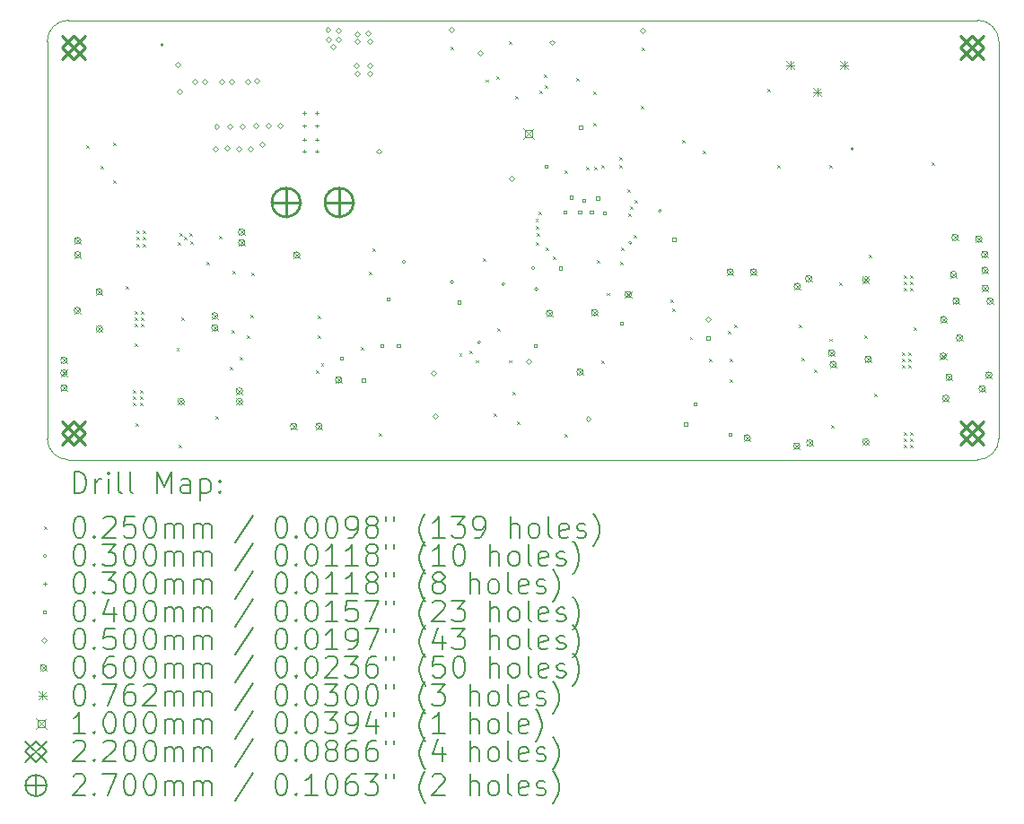
<source format=gbr>
%TF.GenerationSoftware,KiCad,Pcbnew,8.0.2*%
%TF.CreationDate,2024-07-12T01:16:58+08:00*%
%TF.ProjectId,bldcDriver,626c6463-4472-4697-9665-722e6b696361,rev?*%
%TF.SameCoordinates,Original*%
%TF.FileFunction,Drillmap*%
%TF.FilePolarity,Positive*%
%FSLAX45Y45*%
G04 Gerber Fmt 4.5, Leading zero omitted, Abs format (unit mm)*
G04 Created by KiCad (PCBNEW 8.0.2) date 2024-07-12 01:16:58*
%MOMM*%
%LPD*%
G01*
G04 APERTURE LIST*
%ADD10C,0.100000*%
%ADD11C,0.200000*%
%ADD12C,0.220000*%
%ADD13C,0.270000*%
G04 APERTURE END LIST*
D10*
X3245500Y-7019000D02*
X3245500Y-3269000D01*
X3445500Y-7219000D02*
G75*
G02*
X3245500Y-7019000I0J200000D01*
G01*
X12023584Y-7219000D02*
X11935500Y-7219000D01*
X12023584Y-3069000D02*
G75*
G02*
X12223580Y-3269000I-4J-200000D01*
G01*
X12223584Y-3269000D02*
X12223584Y-7019000D01*
X3445500Y-3069000D02*
X11935500Y-3069000D01*
X12223584Y-7019000D02*
G75*
G02*
X12023584Y-7219004I-200004J0D01*
G01*
X3245500Y-3269000D02*
G75*
G02*
X3445500Y-3069000I200000J0D01*
G01*
X11935500Y-7219000D02*
X3445500Y-7219000D01*
X11935500Y-3069000D02*
X12023584Y-3069000D01*
D11*
D10*
X3613075Y-4247500D02*
X3638075Y-4272500D01*
X3638075Y-4247500D02*
X3613075Y-4272500D01*
X3750191Y-4444809D02*
X3775191Y-4469809D01*
X3775191Y-4444809D02*
X3750191Y-4469809D01*
X3868518Y-4584009D02*
X3893518Y-4609009D01*
X3893518Y-4584009D02*
X3868518Y-4609009D01*
X3868943Y-4225199D02*
X3893943Y-4250199D01*
X3893943Y-4225199D02*
X3868943Y-4250199D01*
X3987500Y-5581500D02*
X4012500Y-5606500D01*
X4012500Y-5581500D02*
X3987500Y-5606500D01*
X4057500Y-6557500D02*
X4082500Y-6582500D01*
X4082500Y-6557500D02*
X4057500Y-6582500D01*
X4057500Y-6617500D02*
X4082500Y-6642500D01*
X4082500Y-6617500D02*
X4057500Y-6642500D01*
X4057500Y-6677500D02*
X4082500Y-6702500D01*
X4082500Y-6677500D02*
X4057500Y-6702500D01*
X4067500Y-5817500D02*
X4092500Y-5842500D01*
X4092500Y-5817500D02*
X4067500Y-5842500D01*
X4067500Y-5877500D02*
X4092500Y-5902500D01*
X4092500Y-5877500D02*
X4067500Y-5902500D01*
X4067500Y-5937500D02*
X4092500Y-5962500D01*
X4092500Y-5937500D02*
X4067500Y-5962500D01*
X4068250Y-6117500D02*
X4093250Y-6142500D01*
X4093250Y-6117500D02*
X4068250Y-6142500D01*
X4076500Y-6877500D02*
X4101500Y-6902500D01*
X4101500Y-6877500D02*
X4076500Y-6902500D01*
X4087500Y-5057500D02*
X4112500Y-5082500D01*
X4112500Y-5057500D02*
X4087500Y-5082500D01*
X4087500Y-5117500D02*
X4112500Y-5142500D01*
X4112500Y-5117500D02*
X4087500Y-5142500D01*
X4087500Y-5177500D02*
X4112500Y-5202500D01*
X4112500Y-5177500D02*
X4087500Y-5202500D01*
X4117500Y-6557500D02*
X4142500Y-6582500D01*
X4142500Y-6557500D02*
X4117500Y-6582500D01*
X4117500Y-6617500D02*
X4142500Y-6642500D01*
X4142500Y-6617500D02*
X4117500Y-6642500D01*
X4117500Y-6677500D02*
X4142500Y-6702500D01*
X4142500Y-6677500D02*
X4117500Y-6702500D01*
X4127500Y-5817500D02*
X4152500Y-5842500D01*
X4152500Y-5817500D02*
X4127500Y-5842500D01*
X4127500Y-5877500D02*
X4152500Y-5902500D01*
X4152500Y-5877500D02*
X4127500Y-5902500D01*
X4127500Y-5937500D02*
X4152500Y-5962500D01*
X4152500Y-5937500D02*
X4127500Y-5962500D01*
X4147500Y-5057500D02*
X4172500Y-5082500D01*
X4172500Y-5057500D02*
X4147500Y-5082500D01*
X4147500Y-5117500D02*
X4172500Y-5142500D01*
X4172500Y-5117500D02*
X4147500Y-5142500D01*
X4147500Y-5177500D02*
X4172500Y-5202500D01*
X4172500Y-5177500D02*
X4147500Y-5202500D01*
X4464250Y-6165000D02*
X4489250Y-6190000D01*
X4489250Y-6165000D02*
X4464250Y-6190000D01*
X4477500Y-5167500D02*
X4502500Y-5192500D01*
X4502500Y-5167500D02*
X4477500Y-5192500D01*
X4482750Y-7077500D02*
X4507750Y-7102500D01*
X4507750Y-7077500D02*
X4482750Y-7102500D01*
X4497500Y-5077500D02*
X4522500Y-5102500D01*
X4522500Y-5077500D02*
X4497500Y-5102500D01*
X4512500Y-5876500D02*
X4537500Y-5901500D01*
X4537500Y-5876500D02*
X4512500Y-5901500D01*
X4537500Y-5117500D02*
X4562500Y-5142500D01*
X4562500Y-5117500D02*
X4537500Y-5142500D01*
X4587500Y-5077500D02*
X4612500Y-5102500D01*
X4612500Y-5077500D02*
X4587500Y-5102500D01*
X4597500Y-5157500D02*
X4622500Y-5182500D01*
X4622500Y-5157500D02*
X4597500Y-5182500D01*
X4750479Y-5351033D02*
X4775479Y-5376033D01*
X4775479Y-5351033D02*
X4750479Y-5376033D01*
X4829250Y-6806500D02*
X4854250Y-6831500D01*
X4854250Y-6806500D02*
X4829250Y-6831500D01*
X4869500Y-5101500D02*
X4894500Y-5126500D01*
X4894500Y-5101500D02*
X4869500Y-5126500D01*
X4967500Y-6337500D02*
X4992500Y-6362500D01*
X4992500Y-6337500D02*
X4967500Y-6362500D01*
X4987500Y-5997500D02*
X5012500Y-6022500D01*
X5012500Y-5997500D02*
X4987500Y-6022500D01*
X4997250Y-5438500D02*
X5022250Y-5463500D01*
X5022250Y-5438500D02*
X4997250Y-5463500D01*
X5060454Y-6250450D02*
X5085454Y-6275450D01*
X5085454Y-6250450D02*
X5060454Y-6275450D01*
X5131371Y-6047500D02*
X5156371Y-6072500D01*
X5156371Y-6047500D02*
X5131371Y-6072500D01*
X5159217Y-5851050D02*
X5184217Y-5876050D01*
X5184217Y-5851050D02*
X5159217Y-5876050D01*
X5169750Y-5455000D02*
X5194750Y-5480000D01*
X5194750Y-5455000D02*
X5169750Y-5480000D01*
X5777500Y-6372850D02*
X5802500Y-6397850D01*
X5802500Y-6372850D02*
X5777500Y-6397850D01*
X5794600Y-5854650D02*
X5819600Y-5879650D01*
X5819600Y-5854650D02*
X5794600Y-5879650D01*
X5794600Y-6047850D02*
X5819600Y-6072850D01*
X5819600Y-6047850D02*
X5794600Y-6072850D01*
X5827500Y-6307500D02*
X5852500Y-6332500D01*
X5852500Y-6307500D02*
X5827500Y-6332500D01*
X6201250Y-6157500D02*
X6226250Y-6182500D01*
X6226250Y-6157500D02*
X6201250Y-6182500D01*
X6277536Y-5446875D02*
X6302536Y-5471875D01*
X6302536Y-5446875D02*
X6277536Y-5471875D01*
X6311750Y-5227500D02*
X6336750Y-5252500D01*
X6336750Y-5227500D02*
X6311750Y-5252500D01*
X6377500Y-6968750D02*
X6402500Y-6993750D01*
X6402500Y-6968750D02*
X6377500Y-6993750D01*
X7047500Y-3317500D02*
X7072500Y-3342500D01*
X7072500Y-3317500D02*
X7047500Y-3342500D01*
X7131281Y-6210527D02*
X7156281Y-6235527D01*
X7156281Y-6210527D02*
X7131281Y-6235527D01*
X7230000Y-6185000D02*
X7255000Y-6210000D01*
X7255000Y-6185000D02*
X7230000Y-6210000D01*
X7287500Y-6277500D02*
X7312500Y-6302500D01*
X7312500Y-6277500D02*
X7287500Y-6302500D01*
X7352729Y-5312729D02*
X7377729Y-5337729D01*
X7377729Y-5312729D02*
X7352729Y-5337729D01*
X7383750Y-3627500D02*
X7408750Y-3652500D01*
X7408750Y-3627500D02*
X7383750Y-3652500D01*
X7457500Y-6777500D02*
X7482500Y-6802500D01*
X7482500Y-6777500D02*
X7457500Y-6802500D01*
X7484797Y-3595957D02*
X7509797Y-3620957D01*
X7509797Y-3595957D02*
X7484797Y-3620957D01*
X7487500Y-5977500D02*
X7512500Y-6002500D01*
X7512500Y-5977500D02*
X7487500Y-6002500D01*
X7597500Y-3264311D02*
X7622500Y-3289311D01*
X7622500Y-3264311D02*
X7597500Y-3289311D01*
X7605000Y-6277500D02*
X7630000Y-6302500D01*
X7630000Y-6277500D02*
X7605000Y-6302500D01*
X7637500Y-6576250D02*
X7662500Y-6601250D01*
X7662500Y-6576250D02*
X7637500Y-6601250D01*
X7659187Y-3787760D02*
X7684187Y-3812760D01*
X7684187Y-3787760D02*
X7659187Y-3812760D01*
X7677500Y-6857500D02*
X7702500Y-6882500D01*
X7702500Y-6857500D02*
X7677500Y-6882500D01*
X7851080Y-4943654D02*
X7876080Y-4968654D01*
X7876080Y-4943654D02*
X7851080Y-4968654D01*
X7854959Y-5013546D02*
X7879959Y-5038546D01*
X7879959Y-5013546D02*
X7854959Y-5038546D01*
X7857500Y-5167500D02*
X7882500Y-5192500D01*
X7882500Y-5167500D02*
X7857500Y-5192500D01*
X7867500Y-5082414D02*
X7892500Y-5107414D01*
X7892500Y-5082414D02*
X7867500Y-5107414D01*
X7879983Y-4880000D02*
X7904983Y-4905000D01*
X7904983Y-4880000D02*
X7879983Y-4905000D01*
X7885330Y-3729478D02*
X7910330Y-3754478D01*
X7910330Y-3729478D02*
X7885330Y-3754478D01*
X7933253Y-3577289D02*
X7958253Y-3602289D01*
X7958253Y-3577289D02*
X7933253Y-3602289D01*
X7937469Y-3682771D02*
X7962469Y-3707771D01*
X7962469Y-3682771D02*
X7937469Y-3707771D01*
X7947500Y-5217500D02*
X7972500Y-5242500D01*
X7972500Y-5217500D02*
X7947500Y-5242500D01*
X8012500Y-5297500D02*
X8037500Y-5322500D01*
X8037500Y-5297500D02*
X8012500Y-5322500D01*
X8122530Y-4489540D02*
X8147530Y-4514540D01*
X8147530Y-4489540D02*
X8122530Y-4514540D01*
X8128750Y-6977500D02*
X8153750Y-7002500D01*
X8153750Y-6977500D02*
X8128750Y-7002500D01*
X8237500Y-3617500D02*
X8262500Y-3642500D01*
X8262500Y-3617500D02*
X8237500Y-3642500D01*
X8332500Y-4451062D02*
X8357500Y-4476062D01*
X8357500Y-4451062D02*
X8332500Y-4476062D01*
X8396945Y-4037500D02*
X8421945Y-4062500D01*
X8421945Y-4037500D02*
X8396945Y-4062500D01*
X8400377Y-3740377D02*
X8425377Y-3765377D01*
X8425377Y-3740377D02*
X8400377Y-3765377D01*
X8402228Y-4456026D02*
X8427228Y-4481026D01*
X8427228Y-4456026D02*
X8402228Y-4481026D01*
X8432779Y-5331571D02*
X8457779Y-5356571D01*
X8457779Y-5331571D02*
X8432779Y-5356571D01*
X8470065Y-6279271D02*
X8495065Y-6304271D01*
X8495065Y-6279271D02*
X8470065Y-6304271D01*
X8477000Y-4433350D02*
X8502000Y-4458350D01*
X8502000Y-4433350D02*
X8477000Y-4458350D01*
X8522396Y-5642604D02*
X8547396Y-5667604D01*
X8547396Y-5642604D02*
X8522396Y-5667604D01*
X8645000Y-4358714D02*
X8670000Y-4383714D01*
X8670000Y-4358714D02*
X8645000Y-4383714D01*
X8645000Y-4437500D02*
X8670000Y-4462500D01*
X8670000Y-4437500D02*
X8645000Y-4462500D01*
X8647500Y-5347500D02*
X8672500Y-5372500D01*
X8672500Y-5347500D02*
X8647500Y-5372500D01*
X8657500Y-5217500D02*
X8682500Y-5242500D01*
X8682500Y-5217500D02*
X8657500Y-5242500D01*
X8715070Y-4665082D02*
X8740070Y-4690082D01*
X8740070Y-4665082D02*
X8715070Y-4690082D01*
X8725335Y-4894609D02*
X8750335Y-4919609D01*
X8750335Y-4894609D02*
X8725335Y-4919609D01*
X8742802Y-4826823D02*
X8767802Y-4851823D01*
X8767802Y-4826823D02*
X8742802Y-4851823D01*
X8780000Y-5099609D02*
X8805000Y-5124609D01*
X8805000Y-5099609D02*
X8780000Y-5124609D01*
X8788265Y-4768520D02*
X8813265Y-4793520D01*
X8813265Y-4768520D02*
X8788265Y-4793520D01*
X8847500Y-3877500D02*
X8872500Y-3902500D01*
X8872500Y-3877500D02*
X8847500Y-3902500D01*
X8851000Y-3323750D02*
X8876000Y-3348750D01*
X8876000Y-3323750D02*
X8851000Y-3348750D01*
X9126610Y-5704043D02*
X9151610Y-5729043D01*
X9151610Y-5704043D02*
X9126610Y-5729043D01*
X9145000Y-5793203D02*
X9170000Y-5818203D01*
X9170000Y-5793203D02*
X9145000Y-5818203D01*
X9236200Y-4198800D02*
X9261200Y-4223800D01*
X9261200Y-4198800D02*
X9236200Y-4223800D01*
X9307500Y-6057500D02*
X9332500Y-6082500D01*
X9332500Y-6057500D02*
X9307500Y-6082500D01*
X9427500Y-4297500D02*
X9452500Y-4322500D01*
X9452500Y-4297500D02*
X9427500Y-4322500D01*
X9487500Y-6267150D02*
X9512500Y-6292150D01*
X9512500Y-6267150D02*
X9487500Y-6292150D01*
X9665350Y-6005350D02*
X9690350Y-6030350D01*
X9690350Y-6005350D02*
X9665350Y-6030350D01*
X9687500Y-6268950D02*
X9712500Y-6293950D01*
X9712500Y-6268950D02*
X9687500Y-6293950D01*
X9687500Y-6460350D02*
X9712500Y-6485350D01*
X9712500Y-6460350D02*
X9687500Y-6485350D01*
X9722850Y-5942150D02*
X9747850Y-5967150D01*
X9747850Y-5942150D02*
X9722850Y-5967150D01*
X10037500Y-3717500D02*
X10062500Y-3742500D01*
X10062500Y-3717500D02*
X10037500Y-3742500D01*
X10132500Y-4432500D02*
X10157500Y-4457500D01*
X10157500Y-4432500D02*
X10132500Y-4457500D01*
X10337941Y-5945622D02*
X10362941Y-5970622D01*
X10362941Y-5945622D02*
X10337941Y-5970622D01*
X10361411Y-6252717D02*
X10386411Y-6277717D01*
X10386411Y-6252717D02*
X10361411Y-6277717D01*
X10476750Y-6368298D02*
X10501750Y-6393298D01*
X10501750Y-6368298D02*
X10476750Y-6393298D01*
X10622500Y-4432500D02*
X10647500Y-4457500D01*
X10647500Y-4432500D02*
X10622500Y-4457500D01*
X10624490Y-6074490D02*
X10649490Y-6099490D01*
X10649490Y-6074490D02*
X10624490Y-6099490D01*
X10638750Y-6887500D02*
X10663750Y-6912500D01*
X10663750Y-6887500D02*
X10638750Y-6912500D01*
X10717500Y-5547500D02*
X10742500Y-5572500D01*
X10742500Y-5547500D02*
X10717500Y-5572500D01*
X10956750Y-6041500D02*
X10981750Y-6066500D01*
X10981750Y-6041500D02*
X10956750Y-6066500D01*
X10992750Y-5286648D02*
X11017750Y-5311648D01*
X11017750Y-5286648D02*
X10992750Y-5311648D01*
X11043400Y-6594648D02*
X11068400Y-6619648D01*
X11068400Y-6594648D02*
X11043400Y-6619648D01*
X11307500Y-6207500D02*
X11332500Y-6232500D01*
X11332500Y-6207500D02*
X11307500Y-6232500D01*
X11307500Y-6267500D02*
X11332500Y-6292500D01*
X11332500Y-6267500D02*
X11307500Y-6292500D01*
X11307500Y-6327500D02*
X11332500Y-6352500D01*
X11332500Y-6327500D02*
X11307500Y-6352500D01*
X11327500Y-5477500D02*
X11352500Y-5502500D01*
X11352500Y-5477500D02*
X11327500Y-5502500D01*
X11327500Y-5537500D02*
X11352500Y-5562500D01*
X11352500Y-5537500D02*
X11327500Y-5562500D01*
X11327500Y-5597500D02*
X11352500Y-5622500D01*
X11352500Y-5597500D02*
X11327500Y-5622500D01*
X11327500Y-6957500D02*
X11352500Y-6982500D01*
X11352500Y-6957500D02*
X11327500Y-6982500D01*
X11327500Y-7017500D02*
X11352500Y-7042500D01*
X11352500Y-7017500D02*
X11327500Y-7042500D01*
X11327500Y-7077500D02*
X11352500Y-7102500D01*
X11352500Y-7077500D02*
X11327500Y-7102500D01*
X11367500Y-6207500D02*
X11392500Y-6232500D01*
X11392500Y-6207500D02*
X11367500Y-6232500D01*
X11367500Y-6267500D02*
X11392500Y-6292500D01*
X11392500Y-6267500D02*
X11367500Y-6292500D01*
X11367500Y-6327500D02*
X11392500Y-6352500D01*
X11392500Y-6327500D02*
X11367500Y-6352500D01*
X11387500Y-5477500D02*
X11412500Y-5502500D01*
X11412500Y-5477500D02*
X11387500Y-5502500D01*
X11387500Y-5537500D02*
X11412500Y-5562500D01*
X11412500Y-5537500D02*
X11387500Y-5562500D01*
X11387500Y-5597500D02*
X11412500Y-5622500D01*
X11412500Y-5597500D02*
X11387500Y-5622500D01*
X11387500Y-6957500D02*
X11412500Y-6982500D01*
X11412500Y-6957500D02*
X11387500Y-6982500D01*
X11387500Y-7017500D02*
X11412500Y-7042500D01*
X11412500Y-7017500D02*
X11387500Y-7042500D01*
X11387500Y-7077500D02*
X11412500Y-7102500D01*
X11412500Y-7077500D02*
X11387500Y-7102500D01*
X11422125Y-5972125D02*
X11447125Y-5997125D01*
X11447125Y-5972125D02*
X11422125Y-5997125D01*
X11585083Y-4410000D02*
X11610083Y-4435000D01*
X11610083Y-4410000D02*
X11585083Y-4435000D01*
X4343100Y-3301650D02*
G75*
G02*
X4313100Y-3301650I-15000J0D01*
G01*
X4313100Y-3301650D02*
G75*
G02*
X4343100Y-3301650I15000J0D01*
G01*
X6625000Y-5350000D02*
G75*
G02*
X6595000Y-5350000I-15000J0D01*
G01*
X6595000Y-5350000D02*
G75*
G02*
X6625000Y-5350000I15000J0D01*
G01*
X7077178Y-5540000D02*
G75*
G02*
X7047178Y-5540000I-15000J0D01*
G01*
X7047178Y-5540000D02*
G75*
G02*
X7077178Y-5540000I15000J0D01*
G01*
X7335000Y-6110000D02*
G75*
G02*
X7305000Y-6110000I-15000J0D01*
G01*
X7305000Y-6110000D02*
G75*
G02*
X7335000Y-6110000I15000J0D01*
G01*
X7565000Y-5560000D02*
G75*
G02*
X7535000Y-5560000I-15000J0D01*
G01*
X7535000Y-5560000D02*
G75*
G02*
X7565000Y-5560000I15000J0D01*
G01*
X7845000Y-5410000D02*
G75*
G02*
X7815000Y-5410000I-15000J0D01*
G01*
X7815000Y-5410000D02*
G75*
G02*
X7845000Y-5410000I15000J0D01*
G01*
X7875000Y-5610000D02*
G75*
G02*
X7845000Y-5610000I-15000J0D01*
G01*
X7845000Y-5610000D02*
G75*
G02*
X7875000Y-5610000I15000J0D01*
G01*
X8762081Y-5171677D02*
G75*
G02*
X8732081Y-5171677I-15000J0D01*
G01*
X8732081Y-5171677D02*
G75*
G02*
X8762081Y-5171677I15000J0D01*
G01*
X9041250Y-4870000D02*
G75*
G02*
X9011250Y-4870000I-15000J0D01*
G01*
X9011250Y-4870000D02*
G75*
G02*
X9041250Y-4870000I15000J0D01*
G01*
X10855000Y-4283750D02*
G75*
G02*
X10825000Y-4283750I-15000J0D01*
G01*
X10825000Y-4283750D02*
G75*
G02*
X10855000Y-4283750I15000J0D01*
G01*
X5669100Y-3930900D02*
X5669100Y-3960900D01*
X5654100Y-3945900D02*
X5684100Y-3945900D01*
X5669100Y-4050900D02*
X5669100Y-4080900D01*
X5654100Y-4065900D02*
X5684100Y-4065900D01*
X5669100Y-4180900D02*
X5669100Y-4210900D01*
X5654100Y-4195900D02*
X5684100Y-4195900D01*
X5669100Y-4290900D02*
X5669100Y-4320900D01*
X5654100Y-4305900D02*
X5684100Y-4305900D01*
X5789100Y-3930900D02*
X5789100Y-3960900D01*
X5774100Y-3945900D02*
X5804100Y-3945900D01*
X5789100Y-4050900D02*
X5789100Y-4080900D01*
X5774100Y-4065900D02*
X5804100Y-4065900D01*
X5789100Y-4180900D02*
X5789100Y-4210900D01*
X5774100Y-4195900D02*
X5804100Y-4195900D01*
X5789100Y-4290900D02*
X5789100Y-4320900D01*
X5774100Y-4305900D02*
X5804100Y-4305900D01*
X6034142Y-6274142D02*
X6034142Y-6245858D01*
X6005858Y-6245858D01*
X6005858Y-6274142D01*
X6034142Y-6274142D01*
X6244783Y-6482252D02*
X6244783Y-6453967D01*
X6216498Y-6453967D01*
X6216498Y-6482252D01*
X6244783Y-6482252D01*
X6418517Y-6158517D02*
X6418517Y-6130233D01*
X6390233Y-6130233D01*
X6390233Y-6158517D01*
X6418517Y-6158517D01*
X6474142Y-5714142D02*
X6474142Y-5685858D01*
X6445858Y-5685858D01*
X6445858Y-5714142D01*
X6474142Y-5714142D01*
X6572892Y-6154142D02*
X6572892Y-6125858D01*
X6544608Y-6125858D01*
X6544608Y-6154142D01*
X6572892Y-6154142D01*
X7146017Y-5746017D02*
X7146017Y-5717733D01*
X7117733Y-5717733D01*
X7117733Y-5746017D01*
X7146017Y-5746017D01*
X7866642Y-6154142D02*
X7866642Y-6125858D01*
X7838358Y-6125858D01*
X7838358Y-6154142D01*
X7866642Y-6154142D01*
X7964142Y-4464142D02*
X7964142Y-4435858D01*
X7935858Y-4435858D01*
X7935858Y-4464142D01*
X7964142Y-4464142D01*
X8104142Y-5424142D02*
X8104142Y-5395858D01*
X8075858Y-5395858D01*
X8075858Y-5424142D01*
X8104142Y-5424142D01*
X8144142Y-4894142D02*
X8144142Y-4865858D01*
X8115858Y-4865858D01*
X8115858Y-4894142D01*
X8144142Y-4894142D01*
X8204142Y-4754142D02*
X8204142Y-4725858D01*
X8175858Y-4725858D01*
X8175858Y-4754142D01*
X8204142Y-4754142D01*
X8284142Y-4894142D02*
X8284142Y-4865858D01*
X8255858Y-4865858D01*
X8255858Y-4894142D01*
X8284142Y-4894142D01*
X8291642Y-4094142D02*
X8291642Y-4065858D01*
X8263358Y-4065858D01*
X8263358Y-4094142D01*
X8291642Y-4094142D01*
X8324142Y-4784142D02*
X8324142Y-4755858D01*
X8295858Y-4755858D01*
X8295858Y-4784142D01*
X8324142Y-4784142D01*
X8394142Y-4894142D02*
X8394142Y-4865858D01*
X8365858Y-4865858D01*
X8365858Y-4894142D01*
X8394142Y-4894142D01*
X8454142Y-4764142D02*
X8454142Y-4735858D01*
X8425858Y-4735858D01*
X8425858Y-4764142D01*
X8454142Y-4764142D01*
X8514142Y-4904142D02*
X8514142Y-4875858D01*
X8485858Y-4875858D01*
X8485858Y-4904142D01*
X8514142Y-4904142D01*
X8677142Y-5942142D02*
X8677142Y-5913858D01*
X8648858Y-5913858D01*
X8648858Y-5942142D01*
X8677142Y-5942142D01*
X9173416Y-5152689D02*
X9173416Y-5124404D01*
X9145131Y-5124404D01*
X9145131Y-5152689D01*
X9173416Y-5152689D01*
X9284142Y-6895642D02*
X9284142Y-6867358D01*
X9255858Y-6867358D01*
X9255858Y-6895642D01*
X9284142Y-6895642D01*
X9374142Y-6704142D02*
X9374142Y-6675858D01*
X9345858Y-6675858D01*
X9345858Y-6704142D01*
X9374142Y-6704142D01*
X9494142Y-6084142D02*
X9494142Y-6055858D01*
X9465858Y-6055858D01*
X9465858Y-6084142D01*
X9494142Y-6084142D01*
X9704142Y-6995642D02*
X9704142Y-6967358D01*
X9675858Y-6967358D01*
X9675858Y-6995642D01*
X9704142Y-6995642D01*
X4480000Y-3510000D02*
X4505000Y-3485000D01*
X4480000Y-3460000D01*
X4455000Y-3485000D01*
X4480000Y-3510000D01*
X4490000Y-3765000D02*
X4515000Y-3740000D01*
X4490000Y-3715000D01*
X4465000Y-3740000D01*
X4490000Y-3765000D01*
X4640000Y-3670000D02*
X4665000Y-3645000D01*
X4640000Y-3620000D01*
X4615000Y-3645000D01*
X4640000Y-3670000D01*
X4730000Y-3670000D02*
X4755000Y-3645000D01*
X4730000Y-3620000D01*
X4705000Y-3645000D01*
X4730000Y-3670000D01*
X4835000Y-4305000D02*
X4860000Y-4280000D01*
X4835000Y-4255000D01*
X4810000Y-4280000D01*
X4835000Y-4305000D01*
X4845000Y-4095000D02*
X4870000Y-4070000D01*
X4845000Y-4045000D01*
X4820000Y-4070000D01*
X4845000Y-4095000D01*
X4890000Y-3670000D02*
X4915000Y-3645000D01*
X4890000Y-3620000D01*
X4865000Y-3645000D01*
X4890000Y-3670000D01*
X4945000Y-4300000D02*
X4970000Y-4275000D01*
X4945000Y-4250000D01*
X4920000Y-4275000D01*
X4945000Y-4300000D01*
X4970000Y-4100000D02*
X4995000Y-4075000D01*
X4970000Y-4050000D01*
X4945000Y-4075000D01*
X4970000Y-4100000D01*
X4985000Y-3670000D02*
X5010000Y-3645000D01*
X4985000Y-3620000D01*
X4960000Y-3645000D01*
X4985000Y-3670000D01*
X5055000Y-4305000D02*
X5080000Y-4280000D01*
X5055000Y-4255000D01*
X5030000Y-4280000D01*
X5055000Y-4305000D01*
X5090000Y-4100000D02*
X5115000Y-4075000D01*
X5090000Y-4050000D01*
X5065000Y-4075000D01*
X5090000Y-4100000D01*
X5140000Y-3670000D02*
X5165000Y-3645000D01*
X5140000Y-3620000D01*
X5115000Y-3645000D01*
X5140000Y-3670000D01*
X5165000Y-4310000D02*
X5190000Y-4285000D01*
X5165000Y-4260000D01*
X5140000Y-4285000D01*
X5165000Y-4310000D01*
X5210000Y-4090000D02*
X5235000Y-4065000D01*
X5210000Y-4040000D01*
X5185000Y-4065000D01*
X5210000Y-4090000D01*
X5225000Y-3665000D02*
X5250000Y-3640000D01*
X5225000Y-3615000D01*
X5200000Y-3640000D01*
X5225000Y-3665000D01*
X5270000Y-4265000D02*
X5295000Y-4240000D01*
X5270000Y-4215000D01*
X5245000Y-4240000D01*
X5270000Y-4265000D01*
X5330000Y-4090000D02*
X5355000Y-4065000D01*
X5330000Y-4040000D01*
X5305000Y-4065000D01*
X5330000Y-4090000D01*
X5440000Y-4090000D02*
X5465000Y-4065000D01*
X5440000Y-4040000D01*
X5415000Y-4065000D01*
X5440000Y-4090000D01*
X5895000Y-3185000D02*
X5920000Y-3160000D01*
X5895000Y-3135000D01*
X5870000Y-3160000D01*
X5895000Y-3185000D01*
X5900000Y-3275000D02*
X5925000Y-3250000D01*
X5900000Y-3225000D01*
X5875000Y-3250000D01*
X5900000Y-3275000D01*
X5945000Y-3340000D02*
X5970000Y-3315000D01*
X5945000Y-3290000D01*
X5920000Y-3315000D01*
X5945000Y-3340000D01*
X5995000Y-3190000D02*
X6020000Y-3165000D01*
X5995000Y-3140000D01*
X5970000Y-3165000D01*
X5995000Y-3190000D01*
X5995000Y-3275000D02*
X6020000Y-3250000D01*
X5995000Y-3225000D01*
X5970000Y-3250000D01*
X5995000Y-3275000D01*
X6165000Y-3525000D02*
X6190000Y-3500000D01*
X6165000Y-3475000D01*
X6140000Y-3500000D01*
X6165000Y-3525000D01*
X6170000Y-3225000D02*
X6195000Y-3200000D01*
X6170000Y-3175000D01*
X6145000Y-3200000D01*
X6170000Y-3225000D01*
X6170000Y-3295000D02*
X6195000Y-3270000D01*
X6170000Y-3245000D01*
X6145000Y-3270000D01*
X6170000Y-3295000D01*
X6170000Y-3600000D02*
X6195000Y-3575000D01*
X6170000Y-3550000D01*
X6145000Y-3575000D01*
X6170000Y-3600000D01*
X6275000Y-3215000D02*
X6300000Y-3190000D01*
X6275000Y-3165000D01*
X6250000Y-3190000D01*
X6275000Y-3215000D01*
X6285000Y-3290000D02*
X6310000Y-3265000D01*
X6285000Y-3240000D01*
X6260000Y-3265000D01*
X6285000Y-3290000D01*
X6285000Y-3525000D02*
X6310000Y-3500000D01*
X6285000Y-3475000D01*
X6260000Y-3500000D01*
X6285000Y-3525000D01*
X6290000Y-3600000D02*
X6315000Y-3575000D01*
X6290000Y-3550000D01*
X6265000Y-3575000D01*
X6290000Y-3600000D01*
X6370000Y-4330000D02*
X6395000Y-4305000D01*
X6370000Y-4280000D01*
X6345000Y-4305000D01*
X6370000Y-4330000D01*
X6890000Y-6425000D02*
X6915000Y-6400000D01*
X6890000Y-6375000D01*
X6865000Y-6400000D01*
X6890000Y-6425000D01*
X6910000Y-6835000D02*
X6935000Y-6810000D01*
X6910000Y-6785000D01*
X6885000Y-6810000D01*
X6910000Y-6835000D01*
X7060000Y-3182500D02*
X7085000Y-3157500D01*
X7060000Y-3132500D01*
X7035000Y-3157500D01*
X7060000Y-3182500D01*
X7333364Y-3401853D02*
X7358364Y-3376853D01*
X7333364Y-3351853D01*
X7308364Y-3376853D01*
X7333364Y-3401853D01*
X7630000Y-4590000D02*
X7655000Y-4565000D01*
X7630000Y-4540000D01*
X7605000Y-4565000D01*
X7630000Y-4590000D01*
X7790000Y-6315000D02*
X7815000Y-6290000D01*
X7790000Y-6265000D01*
X7765000Y-6290000D01*
X7790000Y-6315000D01*
X8003750Y-3305000D02*
X8028750Y-3280000D01*
X8003750Y-3255000D01*
X7978750Y-3280000D01*
X8003750Y-3305000D01*
X8350000Y-6855000D02*
X8375000Y-6830000D01*
X8350000Y-6805000D01*
X8325000Y-6830000D01*
X8350000Y-6855000D01*
X8863500Y-3188750D02*
X8888500Y-3163750D01*
X8863500Y-3138750D01*
X8838500Y-3163750D01*
X8863500Y-3188750D01*
X9480000Y-5915000D02*
X9505000Y-5890000D01*
X9480000Y-5865000D01*
X9455000Y-5890000D01*
X9480000Y-5915000D01*
X3373750Y-6250000D02*
X3433750Y-6310000D01*
X3433750Y-6250000D02*
X3373750Y-6310000D01*
X3433750Y-6280000D02*
G75*
G02*
X3373750Y-6280000I-30000J0D01*
G01*
X3373750Y-6280000D02*
G75*
G02*
X3433750Y-6280000I30000J0D01*
G01*
X3373750Y-6370000D02*
X3433750Y-6430000D01*
X3433750Y-6370000D02*
X3373750Y-6430000D01*
X3433750Y-6400000D02*
G75*
G02*
X3373750Y-6400000I-30000J0D01*
G01*
X3373750Y-6400000D02*
G75*
G02*
X3433750Y-6400000I30000J0D01*
G01*
X3373750Y-6510000D02*
X3433750Y-6570000D01*
X3433750Y-6510000D02*
X3373750Y-6570000D01*
X3433750Y-6540000D02*
G75*
G02*
X3373750Y-6540000I-30000J0D01*
G01*
X3373750Y-6540000D02*
G75*
G02*
X3433750Y-6540000I30000J0D01*
G01*
X3500000Y-5780000D02*
X3560000Y-5840000D01*
X3560000Y-5780000D02*
X3500000Y-5840000D01*
X3560000Y-5810000D02*
G75*
G02*
X3500000Y-5810000I-30000J0D01*
G01*
X3500000Y-5810000D02*
G75*
G02*
X3560000Y-5810000I30000J0D01*
G01*
X3503750Y-5120000D02*
X3563750Y-5180000D01*
X3563750Y-5120000D02*
X3503750Y-5180000D01*
X3563750Y-5150000D02*
G75*
G02*
X3503750Y-5150000I-30000J0D01*
G01*
X3503750Y-5150000D02*
G75*
G02*
X3563750Y-5150000I30000J0D01*
G01*
X3503750Y-5253750D02*
X3563750Y-5313750D01*
X3563750Y-5253750D02*
X3503750Y-5313750D01*
X3563750Y-5283750D02*
G75*
G02*
X3503750Y-5283750I-30000J0D01*
G01*
X3503750Y-5283750D02*
G75*
G02*
X3563750Y-5283750I30000J0D01*
G01*
X3706650Y-5601534D02*
X3766650Y-5661534D01*
X3766650Y-5601534D02*
X3706650Y-5661534D01*
X3766650Y-5631534D02*
G75*
G02*
X3706650Y-5631534I-30000J0D01*
G01*
X3706650Y-5631534D02*
G75*
G02*
X3766650Y-5631534I30000J0D01*
G01*
X3708650Y-5954350D02*
X3768650Y-6014350D01*
X3768650Y-5954350D02*
X3708650Y-6014350D01*
X3768650Y-5984350D02*
G75*
G02*
X3708650Y-5984350I-30000J0D01*
G01*
X3708650Y-5984350D02*
G75*
G02*
X3768650Y-5984350I30000J0D01*
G01*
X4480000Y-6640000D02*
X4540000Y-6700000D01*
X4540000Y-6640000D02*
X4480000Y-6700000D01*
X4540000Y-6670000D02*
G75*
G02*
X4480000Y-6670000I-30000J0D01*
G01*
X4480000Y-6670000D02*
G75*
G02*
X4540000Y-6670000I30000J0D01*
G01*
X4797500Y-5830000D02*
X4857500Y-5890000D01*
X4857500Y-5830000D02*
X4797500Y-5890000D01*
X4857500Y-5860000D02*
G75*
G02*
X4797500Y-5860000I-30000J0D01*
G01*
X4797500Y-5860000D02*
G75*
G02*
X4857500Y-5860000I30000J0D01*
G01*
X4797500Y-5945000D02*
X4857500Y-6005000D01*
X4857500Y-5945000D02*
X4797500Y-6005000D01*
X4857500Y-5975000D02*
G75*
G02*
X4797500Y-5975000I-30000J0D01*
G01*
X4797500Y-5975000D02*
G75*
G02*
X4857500Y-5975000I30000J0D01*
G01*
X5030000Y-6540000D02*
X5090000Y-6600000D01*
X5090000Y-6540000D02*
X5030000Y-6600000D01*
X5090000Y-6570000D02*
G75*
G02*
X5030000Y-6570000I-30000J0D01*
G01*
X5030000Y-6570000D02*
G75*
G02*
X5090000Y-6570000I30000J0D01*
G01*
X5030000Y-6640000D02*
X5090000Y-6700000D01*
X5090000Y-6640000D02*
X5030000Y-6700000D01*
X5090000Y-6670000D02*
G75*
G02*
X5030000Y-6670000I-30000J0D01*
G01*
X5030000Y-6670000D02*
G75*
G02*
X5090000Y-6670000I30000J0D01*
G01*
X5050000Y-5040000D02*
X5110000Y-5100000D01*
X5110000Y-5040000D02*
X5050000Y-5100000D01*
X5110000Y-5070000D02*
G75*
G02*
X5050000Y-5070000I-30000J0D01*
G01*
X5050000Y-5070000D02*
G75*
G02*
X5110000Y-5070000I30000J0D01*
G01*
X5050000Y-5140000D02*
X5110000Y-5200000D01*
X5110000Y-5140000D02*
X5050000Y-5200000D01*
X5110000Y-5170000D02*
G75*
G02*
X5050000Y-5170000I-30000J0D01*
G01*
X5050000Y-5170000D02*
G75*
G02*
X5110000Y-5170000I30000J0D01*
G01*
X5540000Y-6873500D02*
X5600000Y-6933500D01*
X5600000Y-6873500D02*
X5540000Y-6933500D01*
X5600000Y-6903500D02*
G75*
G02*
X5540000Y-6903500I-30000J0D01*
G01*
X5540000Y-6903500D02*
G75*
G02*
X5600000Y-6903500I30000J0D01*
G01*
X5570000Y-5256500D02*
X5630000Y-5316500D01*
X5630000Y-5256500D02*
X5570000Y-5316500D01*
X5630000Y-5286500D02*
G75*
G02*
X5570000Y-5286500I-30000J0D01*
G01*
X5570000Y-5286500D02*
G75*
G02*
X5630000Y-5286500I30000J0D01*
G01*
X5780000Y-6873500D02*
X5840000Y-6933500D01*
X5840000Y-6873500D02*
X5780000Y-6933500D01*
X5840000Y-6903500D02*
G75*
G02*
X5780000Y-6903500I-30000J0D01*
G01*
X5780000Y-6903500D02*
G75*
G02*
X5840000Y-6903500I30000J0D01*
G01*
X5964593Y-6435407D02*
X6024593Y-6495407D01*
X6024593Y-6435407D02*
X5964593Y-6495407D01*
X6024593Y-6465407D02*
G75*
G02*
X5964593Y-6465407I-30000J0D01*
G01*
X5964593Y-6465407D02*
G75*
G02*
X6024593Y-6465407I30000J0D01*
G01*
X7954593Y-5805407D02*
X8014593Y-5865407D01*
X8014593Y-5805407D02*
X7954593Y-5865407D01*
X8014593Y-5835407D02*
G75*
G02*
X7954593Y-5835407I-30000J0D01*
G01*
X7954593Y-5835407D02*
G75*
G02*
X8014593Y-5835407I30000J0D01*
G01*
X8242500Y-6360000D02*
X8302500Y-6420000D01*
X8302500Y-6360000D02*
X8242500Y-6420000D01*
X8302500Y-6390000D02*
G75*
G02*
X8242500Y-6390000I-30000J0D01*
G01*
X8242500Y-6390000D02*
G75*
G02*
X8302500Y-6390000I30000J0D01*
G01*
X8380000Y-5800000D02*
X8440000Y-5860000D01*
X8440000Y-5800000D02*
X8380000Y-5860000D01*
X8440000Y-5830000D02*
G75*
G02*
X8380000Y-5830000I-30000J0D01*
G01*
X8380000Y-5830000D02*
G75*
G02*
X8440000Y-5830000I30000J0D01*
G01*
X8697500Y-5630000D02*
X8757500Y-5690000D01*
X8757500Y-5630000D02*
X8697500Y-5690000D01*
X8757500Y-5660000D02*
G75*
G02*
X8697500Y-5660000I-30000J0D01*
G01*
X8697500Y-5660000D02*
G75*
G02*
X8757500Y-5660000I30000J0D01*
G01*
X9660000Y-5416500D02*
X9720000Y-5476500D01*
X9720000Y-5416500D02*
X9660000Y-5476500D01*
X9720000Y-5446500D02*
G75*
G02*
X9660000Y-5446500I-30000J0D01*
G01*
X9660000Y-5446500D02*
G75*
G02*
X9720000Y-5446500I30000J0D01*
G01*
X9820000Y-6983500D02*
X9880000Y-7043500D01*
X9880000Y-6983500D02*
X9820000Y-7043500D01*
X9880000Y-7013500D02*
G75*
G02*
X9820000Y-7013500I-30000J0D01*
G01*
X9820000Y-7013500D02*
G75*
G02*
X9880000Y-7013500I30000J0D01*
G01*
X9880000Y-5416500D02*
X9940000Y-5476500D01*
X9940000Y-5416500D02*
X9880000Y-5476500D01*
X9940000Y-5446500D02*
G75*
G02*
X9880000Y-5446500I-30000J0D01*
G01*
X9880000Y-5446500D02*
G75*
G02*
X9940000Y-5446500I30000J0D01*
G01*
X10287150Y-7060000D02*
X10347150Y-7120000D01*
X10347150Y-7060000D02*
X10287150Y-7120000D01*
X10347150Y-7090000D02*
G75*
G02*
X10287150Y-7090000I-30000J0D01*
G01*
X10287150Y-7090000D02*
G75*
G02*
X10347150Y-7090000I30000J0D01*
G01*
X10291250Y-5552148D02*
X10351250Y-5612148D01*
X10351250Y-5552148D02*
X10291250Y-5612148D01*
X10351250Y-5582148D02*
G75*
G02*
X10291250Y-5582148I-30000J0D01*
G01*
X10291250Y-5582148D02*
G75*
G02*
X10351250Y-5582148I30000J0D01*
G01*
X10399486Y-5478397D02*
X10459486Y-5538397D01*
X10459486Y-5478397D02*
X10399486Y-5538397D01*
X10459486Y-5508397D02*
G75*
G02*
X10399486Y-5508397I-30000J0D01*
G01*
X10399486Y-5508397D02*
G75*
G02*
X10459486Y-5508397I30000J0D01*
G01*
X10410000Y-7030000D02*
X10470000Y-7090000D01*
X10470000Y-7030000D02*
X10410000Y-7090000D01*
X10470000Y-7060000D02*
G75*
G02*
X10410000Y-7060000I-30000J0D01*
G01*
X10410000Y-7060000D02*
G75*
G02*
X10470000Y-7060000I30000J0D01*
G01*
X10615009Y-6180373D02*
X10675009Y-6240373D01*
X10675009Y-6180373D02*
X10615009Y-6240373D01*
X10675009Y-6210373D02*
G75*
G02*
X10615009Y-6210373I-30000J0D01*
G01*
X10615009Y-6210373D02*
G75*
G02*
X10675009Y-6210373I30000J0D01*
G01*
X10630407Y-6289593D02*
X10690407Y-6349593D01*
X10690407Y-6289593D02*
X10630407Y-6349593D01*
X10690407Y-6319593D02*
G75*
G02*
X10630407Y-6319593I-30000J0D01*
G01*
X10630407Y-6319593D02*
G75*
G02*
X10690407Y-6319593I30000J0D01*
G01*
X10940000Y-5490000D02*
X11000000Y-5550000D01*
X11000000Y-5490000D02*
X10940000Y-5550000D01*
X11000000Y-5520000D02*
G75*
G02*
X10940000Y-5520000I-30000J0D01*
G01*
X10940000Y-5520000D02*
G75*
G02*
X11000000Y-5520000I30000J0D01*
G01*
X10940000Y-7020000D02*
X11000000Y-7080000D01*
X11000000Y-7020000D02*
X10940000Y-7080000D01*
X11000000Y-7050000D02*
G75*
G02*
X10940000Y-7050000I-30000J0D01*
G01*
X10940000Y-7050000D02*
G75*
G02*
X11000000Y-7050000I30000J0D01*
G01*
X10960000Y-6240000D02*
X11020000Y-6300000D01*
X11020000Y-6240000D02*
X10960000Y-6300000D01*
X11020000Y-6270000D02*
G75*
G02*
X10960000Y-6270000I-30000J0D01*
G01*
X10960000Y-6270000D02*
G75*
G02*
X11020000Y-6270000I30000J0D01*
G01*
X11669000Y-6210000D02*
X11729000Y-6270000D01*
X11729000Y-6210000D02*
X11669000Y-6270000D01*
X11729000Y-6240000D02*
G75*
G02*
X11669000Y-6240000I-30000J0D01*
G01*
X11669000Y-6240000D02*
G75*
G02*
X11729000Y-6240000I30000J0D01*
G01*
X11674000Y-5865000D02*
X11734000Y-5925000D01*
X11734000Y-5865000D02*
X11674000Y-5925000D01*
X11734000Y-5895000D02*
G75*
G02*
X11674000Y-5895000I-30000J0D01*
G01*
X11674000Y-5895000D02*
G75*
G02*
X11734000Y-5895000I30000J0D01*
G01*
X11693750Y-6610000D02*
X11753750Y-6670000D01*
X11753750Y-6610000D02*
X11693750Y-6670000D01*
X11753750Y-6640000D02*
G75*
G02*
X11693750Y-6640000I-30000J0D01*
G01*
X11693750Y-6640000D02*
G75*
G02*
X11753750Y-6640000I30000J0D01*
G01*
X11723750Y-6410000D02*
X11783750Y-6470000D01*
X11783750Y-6410000D02*
X11723750Y-6470000D01*
X11783750Y-6440000D02*
G75*
G02*
X11723750Y-6440000I-30000J0D01*
G01*
X11723750Y-6440000D02*
G75*
G02*
X11783750Y-6440000I30000J0D01*
G01*
X11766250Y-5440000D02*
X11826250Y-5500000D01*
X11826250Y-5440000D02*
X11766250Y-5500000D01*
X11826250Y-5470000D02*
G75*
G02*
X11766250Y-5470000I-30000J0D01*
G01*
X11766250Y-5470000D02*
G75*
G02*
X11826250Y-5470000I30000J0D01*
G01*
X11780000Y-5090000D02*
X11840000Y-5150000D01*
X11840000Y-5090000D02*
X11780000Y-5150000D01*
X11840000Y-5120000D02*
G75*
G02*
X11780000Y-5120000I-30000J0D01*
G01*
X11780000Y-5120000D02*
G75*
G02*
X11840000Y-5120000I30000J0D01*
G01*
X11790000Y-5690000D02*
X11850000Y-5750000D01*
X11850000Y-5690000D02*
X11790000Y-5750000D01*
X11850000Y-5720000D02*
G75*
G02*
X11790000Y-5720000I-30000J0D01*
G01*
X11790000Y-5720000D02*
G75*
G02*
X11850000Y-5720000I30000J0D01*
G01*
X11822000Y-6039000D02*
X11882000Y-6099000D01*
X11882000Y-6039000D02*
X11822000Y-6099000D01*
X11882000Y-6069000D02*
G75*
G02*
X11822000Y-6069000I-30000J0D01*
G01*
X11822000Y-6069000D02*
G75*
G02*
X11882000Y-6069000I30000J0D01*
G01*
X12005000Y-5105000D02*
X12065000Y-5165000D01*
X12065000Y-5105000D02*
X12005000Y-5165000D01*
X12065000Y-5135000D02*
G75*
G02*
X12005000Y-5135000I-30000J0D01*
G01*
X12005000Y-5135000D02*
G75*
G02*
X12065000Y-5135000I30000J0D01*
G01*
X12036250Y-6520000D02*
X12096250Y-6580000D01*
X12096250Y-6520000D02*
X12036250Y-6580000D01*
X12096250Y-6550000D02*
G75*
G02*
X12036250Y-6550000I-30000J0D01*
G01*
X12036250Y-6550000D02*
G75*
G02*
X12096250Y-6550000I30000J0D01*
G01*
X12060000Y-5250000D02*
X12120000Y-5310000D01*
X12120000Y-5250000D02*
X12060000Y-5310000D01*
X12120000Y-5280000D02*
G75*
G02*
X12060000Y-5280000I-30000J0D01*
G01*
X12060000Y-5280000D02*
G75*
G02*
X12120000Y-5280000I30000J0D01*
G01*
X12063750Y-5400000D02*
X12123750Y-5460000D01*
X12123750Y-5400000D02*
X12063750Y-5460000D01*
X12123750Y-5430000D02*
G75*
G02*
X12063750Y-5430000I-30000J0D01*
G01*
X12063750Y-5430000D02*
G75*
G02*
X12123750Y-5430000I30000J0D01*
G01*
X12066250Y-5570000D02*
X12126250Y-5630000D01*
X12126250Y-5570000D02*
X12066250Y-5630000D01*
X12126250Y-5600000D02*
G75*
G02*
X12066250Y-5600000I-30000J0D01*
G01*
X12066250Y-5600000D02*
G75*
G02*
X12126250Y-5600000I30000J0D01*
G01*
X12100000Y-6390350D02*
X12160000Y-6450350D01*
X12160000Y-6390350D02*
X12100000Y-6450350D01*
X12160000Y-6420350D02*
G75*
G02*
X12100000Y-6420350I-30000J0D01*
G01*
X12100000Y-6420350D02*
G75*
G02*
X12160000Y-6420350I30000J0D01*
G01*
X12110000Y-5690350D02*
X12170000Y-5750350D01*
X12170000Y-5690350D02*
X12110000Y-5750350D01*
X12170000Y-5720350D02*
G75*
G02*
X12110000Y-5720350I-30000J0D01*
G01*
X12110000Y-5720350D02*
G75*
G02*
X12170000Y-5720350I30000J0D01*
G01*
X10217900Y-3457900D02*
X10294100Y-3534100D01*
X10294100Y-3457900D02*
X10217900Y-3534100D01*
X10256000Y-3457900D02*
X10256000Y-3534100D01*
X10217900Y-3496000D02*
X10294100Y-3496000D01*
X10471900Y-3711900D02*
X10548100Y-3788100D01*
X10548100Y-3711900D02*
X10471900Y-3788100D01*
X10510000Y-3711900D02*
X10510000Y-3788100D01*
X10471900Y-3750000D02*
X10548100Y-3750000D01*
X10725900Y-3457900D02*
X10802100Y-3534100D01*
X10802100Y-3457900D02*
X10725900Y-3534100D01*
X10764000Y-3457900D02*
X10764000Y-3534100D01*
X10725900Y-3496000D02*
X10802100Y-3496000D01*
X7740000Y-4090000D02*
X7840000Y-4190000D01*
X7840000Y-4090000D02*
X7740000Y-4190000D01*
X7825356Y-4175356D02*
X7825356Y-4104644D01*
X7754644Y-4104644D01*
X7754644Y-4175356D01*
X7825356Y-4175356D01*
D12*
X3386000Y-3214000D02*
X3606000Y-3434000D01*
X3606000Y-3214000D02*
X3386000Y-3434000D01*
X3496000Y-3434000D02*
X3606000Y-3324000D01*
X3496000Y-3214000D01*
X3386000Y-3324000D01*
X3496000Y-3434000D01*
X3386000Y-6854000D02*
X3606000Y-7074000D01*
X3606000Y-6854000D02*
X3386000Y-7074000D01*
X3496000Y-7074000D02*
X3606000Y-6964000D01*
X3496000Y-6854000D01*
X3386000Y-6964000D01*
X3496000Y-7074000D01*
X11856000Y-3214000D02*
X12076000Y-3434000D01*
X12076000Y-3214000D02*
X11856000Y-3434000D01*
X11966000Y-3434000D02*
X12076000Y-3324000D01*
X11966000Y-3214000D01*
X11856000Y-3324000D01*
X11966000Y-3434000D01*
X11856000Y-6854000D02*
X12076000Y-7074000D01*
X12076000Y-6854000D02*
X11856000Y-7074000D01*
X11966000Y-7074000D02*
X12076000Y-6964000D01*
X11966000Y-6854000D01*
X11856000Y-6964000D01*
X11966000Y-7074000D01*
D13*
X5500000Y-4655000D02*
X5500000Y-4925000D01*
X5365000Y-4790000D02*
X5635000Y-4790000D01*
X5635000Y-4790000D02*
G75*
G02*
X5365000Y-4790000I-135000J0D01*
G01*
X5365000Y-4790000D02*
G75*
G02*
X5635000Y-4790000I135000J0D01*
G01*
X6000000Y-4655000D02*
X6000000Y-4925000D01*
X5865000Y-4790000D02*
X6135000Y-4790000D01*
X6135000Y-4790000D02*
G75*
G02*
X5865000Y-4790000I-135000J0D01*
G01*
X5865000Y-4790000D02*
G75*
G02*
X6135000Y-4790000I135000J0D01*
G01*
D11*
X3501277Y-7535484D02*
X3501277Y-7335484D01*
X3501277Y-7335484D02*
X3548896Y-7335484D01*
X3548896Y-7335484D02*
X3577467Y-7345008D01*
X3577467Y-7345008D02*
X3596515Y-7364055D01*
X3596515Y-7364055D02*
X3606038Y-7383103D01*
X3606038Y-7383103D02*
X3615562Y-7421198D01*
X3615562Y-7421198D02*
X3615562Y-7449769D01*
X3615562Y-7449769D02*
X3606038Y-7487865D01*
X3606038Y-7487865D02*
X3596515Y-7506912D01*
X3596515Y-7506912D02*
X3577467Y-7525960D01*
X3577467Y-7525960D02*
X3548896Y-7535484D01*
X3548896Y-7535484D02*
X3501277Y-7535484D01*
X3701277Y-7535484D02*
X3701277Y-7402150D01*
X3701277Y-7440246D02*
X3710800Y-7421198D01*
X3710800Y-7421198D02*
X3720324Y-7411674D01*
X3720324Y-7411674D02*
X3739372Y-7402150D01*
X3739372Y-7402150D02*
X3758419Y-7402150D01*
X3825086Y-7535484D02*
X3825086Y-7402150D01*
X3825086Y-7335484D02*
X3815562Y-7345008D01*
X3815562Y-7345008D02*
X3825086Y-7354531D01*
X3825086Y-7354531D02*
X3834610Y-7345008D01*
X3834610Y-7345008D02*
X3825086Y-7335484D01*
X3825086Y-7335484D02*
X3825086Y-7354531D01*
X3948896Y-7535484D02*
X3929848Y-7525960D01*
X3929848Y-7525960D02*
X3920324Y-7506912D01*
X3920324Y-7506912D02*
X3920324Y-7335484D01*
X4053657Y-7535484D02*
X4034610Y-7525960D01*
X4034610Y-7525960D02*
X4025086Y-7506912D01*
X4025086Y-7506912D02*
X4025086Y-7335484D01*
X4282229Y-7535484D02*
X4282229Y-7335484D01*
X4282229Y-7335484D02*
X4348896Y-7478341D01*
X4348896Y-7478341D02*
X4415562Y-7335484D01*
X4415562Y-7335484D02*
X4415562Y-7535484D01*
X4596515Y-7535484D02*
X4596515Y-7430722D01*
X4596515Y-7430722D02*
X4586991Y-7411674D01*
X4586991Y-7411674D02*
X4567943Y-7402150D01*
X4567943Y-7402150D02*
X4529848Y-7402150D01*
X4529848Y-7402150D02*
X4510800Y-7411674D01*
X4596515Y-7525960D02*
X4577467Y-7535484D01*
X4577467Y-7535484D02*
X4529848Y-7535484D01*
X4529848Y-7535484D02*
X4510800Y-7525960D01*
X4510800Y-7525960D02*
X4501277Y-7506912D01*
X4501277Y-7506912D02*
X4501277Y-7487865D01*
X4501277Y-7487865D02*
X4510800Y-7468817D01*
X4510800Y-7468817D02*
X4529848Y-7459293D01*
X4529848Y-7459293D02*
X4577467Y-7459293D01*
X4577467Y-7459293D02*
X4596515Y-7449769D01*
X4691753Y-7402150D02*
X4691753Y-7602150D01*
X4691753Y-7411674D02*
X4710800Y-7402150D01*
X4710800Y-7402150D02*
X4748896Y-7402150D01*
X4748896Y-7402150D02*
X4767943Y-7411674D01*
X4767943Y-7411674D02*
X4777467Y-7421198D01*
X4777467Y-7421198D02*
X4786991Y-7440246D01*
X4786991Y-7440246D02*
X4786991Y-7497388D01*
X4786991Y-7497388D02*
X4777467Y-7516436D01*
X4777467Y-7516436D02*
X4767943Y-7525960D01*
X4767943Y-7525960D02*
X4748896Y-7535484D01*
X4748896Y-7535484D02*
X4710800Y-7535484D01*
X4710800Y-7535484D02*
X4691753Y-7525960D01*
X4872705Y-7516436D02*
X4882229Y-7525960D01*
X4882229Y-7525960D02*
X4872705Y-7535484D01*
X4872705Y-7535484D02*
X4863181Y-7525960D01*
X4863181Y-7525960D02*
X4872705Y-7516436D01*
X4872705Y-7516436D02*
X4872705Y-7535484D01*
X4872705Y-7411674D02*
X4882229Y-7421198D01*
X4882229Y-7421198D02*
X4872705Y-7430722D01*
X4872705Y-7430722D02*
X4863181Y-7421198D01*
X4863181Y-7421198D02*
X4872705Y-7411674D01*
X4872705Y-7411674D02*
X4872705Y-7430722D01*
D10*
X3215500Y-7851500D02*
X3240500Y-7876500D01*
X3240500Y-7851500D02*
X3215500Y-7876500D01*
D11*
X3539372Y-7755484D02*
X3558419Y-7755484D01*
X3558419Y-7755484D02*
X3577467Y-7765008D01*
X3577467Y-7765008D02*
X3586991Y-7774531D01*
X3586991Y-7774531D02*
X3596515Y-7793579D01*
X3596515Y-7793579D02*
X3606038Y-7831674D01*
X3606038Y-7831674D02*
X3606038Y-7879293D01*
X3606038Y-7879293D02*
X3596515Y-7917388D01*
X3596515Y-7917388D02*
X3586991Y-7936436D01*
X3586991Y-7936436D02*
X3577467Y-7945960D01*
X3577467Y-7945960D02*
X3558419Y-7955484D01*
X3558419Y-7955484D02*
X3539372Y-7955484D01*
X3539372Y-7955484D02*
X3520324Y-7945960D01*
X3520324Y-7945960D02*
X3510800Y-7936436D01*
X3510800Y-7936436D02*
X3501277Y-7917388D01*
X3501277Y-7917388D02*
X3491753Y-7879293D01*
X3491753Y-7879293D02*
X3491753Y-7831674D01*
X3491753Y-7831674D02*
X3501277Y-7793579D01*
X3501277Y-7793579D02*
X3510800Y-7774531D01*
X3510800Y-7774531D02*
X3520324Y-7765008D01*
X3520324Y-7765008D02*
X3539372Y-7755484D01*
X3691753Y-7936436D02*
X3701277Y-7945960D01*
X3701277Y-7945960D02*
X3691753Y-7955484D01*
X3691753Y-7955484D02*
X3682229Y-7945960D01*
X3682229Y-7945960D02*
X3691753Y-7936436D01*
X3691753Y-7936436D02*
X3691753Y-7955484D01*
X3777467Y-7774531D02*
X3786991Y-7765008D01*
X3786991Y-7765008D02*
X3806038Y-7755484D01*
X3806038Y-7755484D02*
X3853658Y-7755484D01*
X3853658Y-7755484D02*
X3872705Y-7765008D01*
X3872705Y-7765008D02*
X3882229Y-7774531D01*
X3882229Y-7774531D02*
X3891753Y-7793579D01*
X3891753Y-7793579D02*
X3891753Y-7812627D01*
X3891753Y-7812627D02*
X3882229Y-7841198D01*
X3882229Y-7841198D02*
X3767943Y-7955484D01*
X3767943Y-7955484D02*
X3891753Y-7955484D01*
X4072705Y-7755484D02*
X3977467Y-7755484D01*
X3977467Y-7755484D02*
X3967943Y-7850722D01*
X3967943Y-7850722D02*
X3977467Y-7841198D01*
X3977467Y-7841198D02*
X3996515Y-7831674D01*
X3996515Y-7831674D02*
X4044134Y-7831674D01*
X4044134Y-7831674D02*
X4063181Y-7841198D01*
X4063181Y-7841198D02*
X4072705Y-7850722D01*
X4072705Y-7850722D02*
X4082229Y-7869769D01*
X4082229Y-7869769D02*
X4082229Y-7917388D01*
X4082229Y-7917388D02*
X4072705Y-7936436D01*
X4072705Y-7936436D02*
X4063181Y-7945960D01*
X4063181Y-7945960D02*
X4044134Y-7955484D01*
X4044134Y-7955484D02*
X3996515Y-7955484D01*
X3996515Y-7955484D02*
X3977467Y-7945960D01*
X3977467Y-7945960D02*
X3967943Y-7936436D01*
X4206039Y-7755484D02*
X4225086Y-7755484D01*
X4225086Y-7755484D02*
X4244134Y-7765008D01*
X4244134Y-7765008D02*
X4253658Y-7774531D01*
X4253658Y-7774531D02*
X4263181Y-7793579D01*
X4263181Y-7793579D02*
X4272705Y-7831674D01*
X4272705Y-7831674D02*
X4272705Y-7879293D01*
X4272705Y-7879293D02*
X4263181Y-7917388D01*
X4263181Y-7917388D02*
X4253658Y-7936436D01*
X4253658Y-7936436D02*
X4244134Y-7945960D01*
X4244134Y-7945960D02*
X4225086Y-7955484D01*
X4225086Y-7955484D02*
X4206039Y-7955484D01*
X4206039Y-7955484D02*
X4186991Y-7945960D01*
X4186991Y-7945960D02*
X4177467Y-7936436D01*
X4177467Y-7936436D02*
X4167943Y-7917388D01*
X4167943Y-7917388D02*
X4158419Y-7879293D01*
X4158419Y-7879293D02*
X4158419Y-7831674D01*
X4158419Y-7831674D02*
X4167943Y-7793579D01*
X4167943Y-7793579D02*
X4177467Y-7774531D01*
X4177467Y-7774531D02*
X4186991Y-7765008D01*
X4186991Y-7765008D02*
X4206039Y-7755484D01*
X4358420Y-7955484D02*
X4358420Y-7822150D01*
X4358420Y-7841198D02*
X4367943Y-7831674D01*
X4367943Y-7831674D02*
X4386991Y-7822150D01*
X4386991Y-7822150D02*
X4415562Y-7822150D01*
X4415562Y-7822150D02*
X4434610Y-7831674D01*
X4434610Y-7831674D02*
X4444134Y-7850722D01*
X4444134Y-7850722D02*
X4444134Y-7955484D01*
X4444134Y-7850722D02*
X4453658Y-7831674D01*
X4453658Y-7831674D02*
X4472705Y-7822150D01*
X4472705Y-7822150D02*
X4501277Y-7822150D01*
X4501277Y-7822150D02*
X4520324Y-7831674D01*
X4520324Y-7831674D02*
X4529848Y-7850722D01*
X4529848Y-7850722D02*
X4529848Y-7955484D01*
X4625086Y-7955484D02*
X4625086Y-7822150D01*
X4625086Y-7841198D02*
X4634610Y-7831674D01*
X4634610Y-7831674D02*
X4653658Y-7822150D01*
X4653658Y-7822150D02*
X4682229Y-7822150D01*
X4682229Y-7822150D02*
X4701277Y-7831674D01*
X4701277Y-7831674D02*
X4710801Y-7850722D01*
X4710801Y-7850722D02*
X4710801Y-7955484D01*
X4710801Y-7850722D02*
X4720324Y-7831674D01*
X4720324Y-7831674D02*
X4739372Y-7822150D01*
X4739372Y-7822150D02*
X4767943Y-7822150D01*
X4767943Y-7822150D02*
X4786991Y-7831674D01*
X4786991Y-7831674D02*
X4796515Y-7850722D01*
X4796515Y-7850722D02*
X4796515Y-7955484D01*
X5186991Y-7745960D02*
X5015563Y-8003103D01*
X5444134Y-7755484D02*
X5463182Y-7755484D01*
X5463182Y-7755484D02*
X5482229Y-7765008D01*
X5482229Y-7765008D02*
X5491753Y-7774531D01*
X5491753Y-7774531D02*
X5501277Y-7793579D01*
X5501277Y-7793579D02*
X5510801Y-7831674D01*
X5510801Y-7831674D02*
X5510801Y-7879293D01*
X5510801Y-7879293D02*
X5501277Y-7917388D01*
X5501277Y-7917388D02*
X5491753Y-7936436D01*
X5491753Y-7936436D02*
X5482229Y-7945960D01*
X5482229Y-7945960D02*
X5463182Y-7955484D01*
X5463182Y-7955484D02*
X5444134Y-7955484D01*
X5444134Y-7955484D02*
X5425086Y-7945960D01*
X5425086Y-7945960D02*
X5415563Y-7936436D01*
X5415563Y-7936436D02*
X5406039Y-7917388D01*
X5406039Y-7917388D02*
X5396515Y-7879293D01*
X5396515Y-7879293D02*
X5396515Y-7831674D01*
X5396515Y-7831674D02*
X5406039Y-7793579D01*
X5406039Y-7793579D02*
X5415563Y-7774531D01*
X5415563Y-7774531D02*
X5425086Y-7765008D01*
X5425086Y-7765008D02*
X5444134Y-7755484D01*
X5596515Y-7936436D02*
X5606039Y-7945960D01*
X5606039Y-7945960D02*
X5596515Y-7955484D01*
X5596515Y-7955484D02*
X5586991Y-7945960D01*
X5586991Y-7945960D02*
X5596515Y-7936436D01*
X5596515Y-7936436D02*
X5596515Y-7955484D01*
X5729848Y-7755484D02*
X5748896Y-7755484D01*
X5748896Y-7755484D02*
X5767943Y-7765008D01*
X5767943Y-7765008D02*
X5777467Y-7774531D01*
X5777467Y-7774531D02*
X5786991Y-7793579D01*
X5786991Y-7793579D02*
X5796515Y-7831674D01*
X5796515Y-7831674D02*
X5796515Y-7879293D01*
X5796515Y-7879293D02*
X5786991Y-7917388D01*
X5786991Y-7917388D02*
X5777467Y-7936436D01*
X5777467Y-7936436D02*
X5767943Y-7945960D01*
X5767943Y-7945960D02*
X5748896Y-7955484D01*
X5748896Y-7955484D02*
X5729848Y-7955484D01*
X5729848Y-7955484D02*
X5710801Y-7945960D01*
X5710801Y-7945960D02*
X5701277Y-7936436D01*
X5701277Y-7936436D02*
X5691753Y-7917388D01*
X5691753Y-7917388D02*
X5682229Y-7879293D01*
X5682229Y-7879293D02*
X5682229Y-7831674D01*
X5682229Y-7831674D02*
X5691753Y-7793579D01*
X5691753Y-7793579D02*
X5701277Y-7774531D01*
X5701277Y-7774531D02*
X5710801Y-7765008D01*
X5710801Y-7765008D02*
X5729848Y-7755484D01*
X5920324Y-7755484D02*
X5939372Y-7755484D01*
X5939372Y-7755484D02*
X5958420Y-7765008D01*
X5958420Y-7765008D02*
X5967943Y-7774531D01*
X5967943Y-7774531D02*
X5977467Y-7793579D01*
X5977467Y-7793579D02*
X5986991Y-7831674D01*
X5986991Y-7831674D02*
X5986991Y-7879293D01*
X5986991Y-7879293D02*
X5977467Y-7917388D01*
X5977467Y-7917388D02*
X5967943Y-7936436D01*
X5967943Y-7936436D02*
X5958420Y-7945960D01*
X5958420Y-7945960D02*
X5939372Y-7955484D01*
X5939372Y-7955484D02*
X5920324Y-7955484D01*
X5920324Y-7955484D02*
X5901277Y-7945960D01*
X5901277Y-7945960D02*
X5891753Y-7936436D01*
X5891753Y-7936436D02*
X5882229Y-7917388D01*
X5882229Y-7917388D02*
X5872705Y-7879293D01*
X5872705Y-7879293D02*
X5872705Y-7831674D01*
X5872705Y-7831674D02*
X5882229Y-7793579D01*
X5882229Y-7793579D02*
X5891753Y-7774531D01*
X5891753Y-7774531D02*
X5901277Y-7765008D01*
X5901277Y-7765008D02*
X5920324Y-7755484D01*
X6082229Y-7955484D02*
X6120324Y-7955484D01*
X6120324Y-7955484D02*
X6139372Y-7945960D01*
X6139372Y-7945960D02*
X6148896Y-7936436D01*
X6148896Y-7936436D02*
X6167943Y-7907865D01*
X6167943Y-7907865D02*
X6177467Y-7869769D01*
X6177467Y-7869769D02*
X6177467Y-7793579D01*
X6177467Y-7793579D02*
X6167943Y-7774531D01*
X6167943Y-7774531D02*
X6158420Y-7765008D01*
X6158420Y-7765008D02*
X6139372Y-7755484D01*
X6139372Y-7755484D02*
X6101277Y-7755484D01*
X6101277Y-7755484D02*
X6082229Y-7765008D01*
X6082229Y-7765008D02*
X6072705Y-7774531D01*
X6072705Y-7774531D02*
X6063182Y-7793579D01*
X6063182Y-7793579D02*
X6063182Y-7841198D01*
X6063182Y-7841198D02*
X6072705Y-7860246D01*
X6072705Y-7860246D02*
X6082229Y-7869769D01*
X6082229Y-7869769D02*
X6101277Y-7879293D01*
X6101277Y-7879293D02*
X6139372Y-7879293D01*
X6139372Y-7879293D02*
X6158420Y-7869769D01*
X6158420Y-7869769D02*
X6167943Y-7860246D01*
X6167943Y-7860246D02*
X6177467Y-7841198D01*
X6291753Y-7841198D02*
X6272705Y-7831674D01*
X6272705Y-7831674D02*
X6263182Y-7822150D01*
X6263182Y-7822150D02*
X6253658Y-7803103D01*
X6253658Y-7803103D02*
X6253658Y-7793579D01*
X6253658Y-7793579D02*
X6263182Y-7774531D01*
X6263182Y-7774531D02*
X6272705Y-7765008D01*
X6272705Y-7765008D02*
X6291753Y-7755484D01*
X6291753Y-7755484D02*
X6329848Y-7755484D01*
X6329848Y-7755484D02*
X6348896Y-7765008D01*
X6348896Y-7765008D02*
X6358420Y-7774531D01*
X6358420Y-7774531D02*
X6367943Y-7793579D01*
X6367943Y-7793579D02*
X6367943Y-7803103D01*
X6367943Y-7803103D02*
X6358420Y-7822150D01*
X6358420Y-7822150D02*
X6348896Y-7831674D01*
X6348896Y-7831674D02*
X6329848Y-7841198D01*
X6329848Y-7841198D02*
X6291753Y-7841198D01*
X6291753Y-7841198D02*
X6272705Y-7850722D01*
X6272705Y-7850722D02*
X6263182Y-7860246D01*
X6263182Y-7860246D02*
X6253658Y-7879293D01*
X6253658Y-7879293D02*
X6253658Y-7917388D01*
X6253658Y-7917388D02*
X6263182Y-7936436D01*
X6263182Y-7936436D02*
X6272705Y-7945960D01*
X6272705Y-7945960D02*
X6291753Y-7955484D01*
X6291753Y-7955484D02*
X6329848Y-7955484D01*
X6329848Y-7955484D02*
X6348896Y-7945960D01*
X6348896Y-7945960D02*
X6358420Y-7936436D01*
X6358420Y-7936436D02*
X6367943Y-7917388D01*
X6367943Y-7917388D02*
X6367943Y-7879293D01*
X6367943Y-7879293D02*
X6358420Y-7860246D01*
X6358420Y-7860246D02*
X6348896Y-7850722D01*
X6348896Y-7850722D02*
X6329848Y-7841198D01*
X6444134Y-7755484D02*
X6444134Y-7793579D01*
X6520324Y-7755484D02*
X6520324Y-7793579D01*
X6815563Y-8031674D02*
X6806039Y-8022150D01*
X6806039Y-8022150D02*
X6786991Y-7993579D01*
X6786991Y-7993579D02*
X6777467Y-7974531D01*
X6777467Y-7974531D02*
X6767944Y-7945960D01*
X6767944Y-7945960D02*
X6758420Y-7898341D01*
X6758420Y-7898341D02*
X6758420Y-7860246D01*
X6758420Y-7860246D02*
X6767944Y-7812627D01*
X6767944Y-7812627D02*
X6777467Y-7784055D01*
X6777467Y-7784055D02*
X6786991Y-7765008D01*
X6786991Y-7765008D02*
X6806039Y-7736436D01*
X6806039Y-7736436D02*
X6815563Y-7726912D01*
X6996515Y-7955484D02*
X6882229Y-7955484D01*
X6939372Y-7955484D02*
X6939372Y-7755484D01*
X6939372Y-7755484D02*
X6920324Y-7784055D01*
X6920324Y-7784055D02*
X6901277Y-7803103D01*
X6901277Y-7803103D02*
X6882229Y-7812627D01*
X7063182Y-7755484D02*
X7186991Y-7755484D01*
X7186991Y-7755484D02*
X7120324Y-7831674D01*
X7120324Y-7831674D02*
X7148896Y-7831674D01*
X7148896Y-7831674D02*
X7167944Y-7841198D01*
X7167944Y-7841198D02*
X7177467Y-7850722D01*
X7177467Y-7850722D02*
X7186991Y-7869769D01*
X7186991Y-7869769D02*
X7186991Y-7917388D01*
X7186991Y-7917388D02*
X7177467Y-7936436D01*
X7177467Y-7936436D02*
X7167944Y-7945960D01*
X7167944Y-7945960D02*
X7148896Y-7955484D01*
X7148896Y-7955484D02*
X7091753Y-7955484D01*
X7091753Y-7955484D02*
X7072705Y-7945960D01*
X7072705Y-7945960D02*
X7063182Y-7936436D01*
X7282229Y-7955484D02*
X7320324Y-7955484D01*
X7320324Y-7955484D02*
X7339372Y-7945960D01*
X7339372Y-7945960D02*
X7348896Y-7936436D01*
X7348896Y-7936436D02*
X7367944Y-7907865D01*
X7367944Y-7907865D02*
X7377467Y-7869769D01*
X7377467Y-7869769D02*
X7377467Y-7793579D01*
X7377467Y-7793579D02*
X7367944Y-7774531D01*
X7367944Y-7774531D02*
X7358420Y-7765008D01*
X7358420Y-7765008D02*
X7339372Y-7755484D01*
X7339372Y-7755484D02*
X7301277Y-7755484D01*
X7301277Y-7755484D02*
X7282229Y-7765008D01*
X7282229Y-7765008D02*
X7272705Y-7774531D01*
X7272705Y-7774531D02*
X7263182Y-7793579D01*
X7263182Y-7793579D02*
X7263182Y-7841198D01*
X7263182Y-7841198D02*
X7272705Y-7860246D01*
X7272705Y-7860246D02*
X7282229Y-7869769D01*
X7282229Y-7869769D02*
X7301277Y-7879293D01*
X7301277Y-7879293D02*
X7339372Y-7879293D01*
X7339372Y-7879293D02*
X7358420Y-7869769D01*
X7358420Y-7869769D02*
X7367944Y-7860246D01*
X7367944Y-7860246D02*
X7377467Y-7841198D01*
X7615563Y-7955484D02*
X7615563Y-7755484D01*
X7701277Y-7955484D02*
X7701277Y-7850722D01*
X7701277Y-7850722D02*
X7691753Y-7831674D01*
X7691753Y-7831674D02*
X7672706Y-7822150D01*
X7672706Y-7822150D02*
X7644134Y-7822150D01*
X7644134Y-7822150D02*
X7625086Y-7831674D01*
X7625086Y-7831674D02*
X7615563Y-7841198D01*
X7825086Y-7955484D02*
X7806039Y-7945960D01*
X7806039Y-7945960D02*
X7796515Y-7936436D01*
X7796515Y-7936436D02*
X7786991Y-7917388D01*
X7786991Y-7917388D02*
X7786991Y-7860246D01*
X7786991Y-7860246D02*
X7796515Y-7841198D01*
X7796515Y-7841198D02*
X7806039Y-7831674D01*
X7806039Y-7831674D02*
X7825086Y-7822150D01*
X7825086Y-7822150D02*
X7853658Y-7822150D01*
X7853658Y-7822150D02*
X7872706Y-7831674D01*
X7872706Y-7831674D02*
X7882229Y-7841198D01*
X7882229Y-7841198D02*
X7891753Y-7860246D01*
X7891753Y-7860246D02*
X7891753Y-7917388D01*
X7891753Y-7917388D02*
X7882229Y-7936436D01*
X7882229Y-7936436D02*
X7872706Y-7945960D01*
X7872706Y-7945960D02*
X7853658Y-7955484D01*
X7853658Y-7955484D02*
X7825086Y-7955484D01*
X8006039Y-7955484D02*
X7986991Y-7945960D01*
X7986991Y-7945960D02*
X7977467Y-7926912D01*
X7977467Y-7926912D02*
X7977467Y-7755484D01*
X8158420Y-7945960D02*
X8139372Y-7955484D01*
X8139372Y-7955484D02*
X8101277Y-7955484D01*
X8101277Y-7955484D02*
X8082229Y-7945960D01*
X8082229Y-7945960D02*
X8072706Y-7926912D01*
X8072706Y-7926912D02*
X8072706Y-7850722D01*
X8072706Y-7850722D02*
X8082229Y-7831674D01*
X8082229Y-7831674D02*
X8101277Y-7822150D01*
X8101277Y-7822150D02*
X8139372Y-7822150D01*
X8139372Y-7822150D02*
X8158420Y-7831674D01*
X8158420Y-7831674D02*
X8167944Y-7850722D01*
X8167944Y-7850722D02*
X8167944Y-7869769D01*
X8167944Y-7869769D02*
X8072706Y-7888817D01*
X8244134Y-7945960D02*
X8263182Y-7955484D01*
X8263182Y-7955484D02*
X8301277Y-7955484D01*
X8301277Y-7955484D02*
X8320325Y-7945960D01*
X8320325Y-7945960D02*
X8329848Y-7926912D01*
X8329848Y-7926912D02*
X8329848Y-7917388D01*
X8329848Y-7917388D02*
X8320325Y-7898341D01*
X8320325Y-7898341D02*
X8301277Y-7888817D01*
X8301277Y-7888817D02*
X8272706Y-7888817D01*
X8272706Y-7888817D02*
X8253658Y-7879293D01*
X8253658Y-7879293D02*
X8244134Y-7860246D01*
X8244134Y-7860246D02*
X8244134Y-7850722D01*
X8244134Y-7850722D02*
X8253658Y-7831674D01*
X8253658Y-7831674D02*
X8272706Y-7822150D01*
X8272706Y-7822150D02*
X8301277Y-7822150D01*
X8301277Y-7822150D02*
X8320325Y-7831674D01*
X8396515Y-8031674D02*
X8406039Y-8022150D01*
X8406039Y-8022150D02*
X8425087Y-7993579D01*
X8425087Y-7993579D02*
X8434610Y-7974531D01*
X8434610Y-7974531D02*
X8444134Y-7945960D01*
X8444134Y-7945960D02*
X8453658Y-7898341D01*
X8453658Y-7898341D02*
X8453658Y-7860246D01*
X8453658Y-7860246D02*
X8444134Y-7812627D01*
X8444134Y-7812627D02*
X8434610Y-7784055D01*
X8434610Y-7784055D02*
X8425087Y-7765008D01*
X8425087Y-7765008D02*
X8406039Y-7736436D01*
X8406039Y-7736436D02*
X8396515Y-7726912D01*
D10*
X3240500Y-8128000D02*
G75*
G02*
X3210500Y-8128000I-15000J0D01*
G01*
X3210500Y-8128000D02*
G75*
G02*
X3240500Y-8128000I15000J0D01*
G01*
D11*
X3539372Y-8019484D02*
X3558419Y-8019484D01*
X3558419Y-8019484D02*
X3577467Y-8029008D01*
X3577467Y-8029008D02*
X3586991Y-8038531D01*
X3586991Y-8038531D02*
X3596515Y-8057579D01*
X3596515Y-8057579D02*
X3606038Y-8095674D01*
X3606038Y-8095674D02*
X3606038Y-8143293D01*
X3606038Y-8143293D02*
X3596515Y-8181388D01*
X3596515Y-8181388D02*
X3586991Y-8200436D01*
X3586991Y-8200436D02*
X3577467Y-8209960D01*
X3577467Y-8209960D02*
X3558419Y-8219484D01*
X3558419Y-8219484D02*
X3539372Y-8219484D01*
X3539372Y-8219484D02*
X3520324Y-8209960D01*
X3520324Y-8209960D02*
X3510800Y-8200436D01*
X3510800Y-8200436D02*
X3501277Y-8181388D01*
X3501277Y-8181388D02*
X3491753Y-8143293D01*
X3491753Y-8143293D02*
X3491753Y-8095674D01*
X3491753Y-8095674D02*
X3501277Y-8057579D01*
X3501277Y-8057579D02*
X3510800Y-8038531D01*
X3510800Y-8038531D02*
X3520324Y-8029008D01*
X3520324Y-8029008D02*
X3539372Y-8019484D01*
X3691753Y-8200436D02*
X3701277Y-8209960D01*
X3701277Y-8209960D02*
X3691753Y-8219484D01*
X3691753Y-8219484D02*
X3682229Y-8209960D01*
X3682229Y-8209960D02*
X3691753Y-8200436D01*
X3691753Y-8200436D02*
X3691753Y-8219484D01*
X3767943Y-8019484D02*
X3891753Y-8019484D01*
X3891753Y-8019484D02*
X3825086Y-8095674D01*
X3825086Y-8095674D02*
X3853658Y-8095674D01*
X3853658Y-8095674D02*
X3872705Y-8105198D01*
X3872705Y-8105198D02*
X3882229Y-8114722D01*
X3882229Y-8114722D02*
X3891753Y-8133769D01*
X3891753Y-8133769D02*
X3891753Y-8181388D01*
X3891753Y-8181388D02*
X3882229Y-8200436D01*
X3882229Y-8200436D02*
X3872705Y-8209960D01*
X3872705Y-8209960D02*
X3853658Y-8219484D01*
X3853658Y-8219484D02*
X3796515Y-8219484D01*
X3796515Y-8219484D02*
X3777467Y-8209960D01*
X3777467Y-8209960D02*
X3767943Y-8200436D01*
X4015562Y-8019484D02*
X4034610Y-8019484D01*
X4034610Y-8019484D02*
X4053658Y-8029008D01*
X4053658Y-8029008D02*
X4063181Y-8038531D01*
X4063181Y-8038531D02*
X4072705Y-8057579D01*
X4072705Y-8057579D02*
X4082229Y-8095674D01*
X4082229Y-8095674D02*
X4082229Y-8143293D01*
X4082229Y-8143293D02*
X4072705Y-8181388D01*
X4072705Y-8181388D02*
X4063181Y-8200436D01*
X4063181Y-8200436D02*
X4053658Y-8209960D01*
X4053658Y-8209960D02*
X4034610Y-8219484D01*
X4034610Y-8219484D02*
X4015562Y-8219484D01*
X4015562Y-8219484D02*
X3996515Y-8209960D01*
X3996515Y-8209960D02*
X3986991Y-8200436D01*
X3986991Y-8200436D02*
X3977467Y-8181388D01*
X3977467Y-8181388D02*
X3967943Y-8143293D01*
X3967943Y-8143293D02*
X3967943Y-8095674D01*
X3967943Y-8095674D02*
X3977467Y-8057579D01*
X3977467Y-8057579D02*
X3986991Y-8038531D01*
X3986991Y-8038531D02*
X3996515Y-8029008D01*
X3996515Y-8029008D02*
X4015562Y-8019484D01*
X4206039Y-8019484D02*
X4225086Y-8019484D01*
X4225086Y-8019484D02*
X4244134Y-8029008D01*
X4244134Y-8029008D02*
X4253658Y-8038531D01*
X4253658Y-8038531D02*
X4263181Y-8057579D01*
X4263181Y-8057579D02*
X4272705Y-8095674D01*
X4272705Y-8095674D02*
X4272705Y-8143293D01*
X4272705Y-8143293D02*
X4263181Y-8181388D01*
X4263181Y-8181388D02*
X4253658Y-8200436D01*
X4253658Y-8200436D02*
X4244134Y-8209960D01*
X4244134Y-8209960D02*
X4225086Y-8219484D01*
X4225086Y-8219484D02*
X4206039Y-8219484D01*
X4206039Y-8219484D02*
X4186991Y-8209960D01*
X4186991Y-8209960D02*
X4177467Y-8200436D01*
X4177467Y-8200436D02*
X4167943Y-8181388D01*
X4167943Y-8181388D02*
X4158419Y-8143293D01*
X4158419Y-8143293D02*
X4158419Y-8095674D01*
X4158419Y-8095674D02*
X4167943Y-8057579D01*
X4167943Y-8057579D02*
X4177467Y-8038531D01*
X4177467Y-8038531D02*
X4186991Y-8029008D01*
X4186991Y-8029008D02*
X4206039Y-8019484D01*
X4358420Y-8219484D02*
X4358420Y-8086150D01*
X4358420Y-8105198D02*
X4367943Y-8095674D01*
X4367943Y-8095674D02*
X4386991Y-8086150D01*
X4386991Y-8086150D02*
X4415562Y-8086150D01*
X4415562Y-8086150D02*
X4434610Y-8095674D01*
X4434610Y-8095674D02*
X4444134Y-8114722D01*
X4444134Y-8114722D02*
X4444134Y-8219484D01*
X4444134Y-8114722D02*
X4453658Y-8095674D01*
X4453658Y-8095674D02*
X4472705Y-8086150D01*
X4472705Y-8086150D02*
X4501277Y-8086150D01*
X4501277Y-8086150D02*
X4520324Y-8095674D01*
X4520324Y-8095674D02*
X4529848Y-8114722D01*
X4529848Y-8114722D02*
X4529848Y-8219484D01*
X4625086Y-8219484D02*
X4625086Y-8086150D01*
X4625086Y-8105198D02*
X4634610Y-8095674D01*
X4634610Y-8095674D02*
X4653658Y-8086150D01*
X4653658Y-8086150D02*
X4682229Y-8086150D01*
X4682229Y-8086150D02*
X4701277Y-8095674D01*
X4701277Y-8095674D02*
X4710801Y-8114722D01*
X4710801Y-8114722D02*
X4710801Y-8219484D01*
X4710801Y-8114722D02*
X4720324Y-8095674D01*
X4720324Y-8095674D02*
X4739372Y-8086150D01*
X4739372Y-8086150D02*
X4767943Y-8086150D01*
X4767943Y-8086150D02*
X4786991Y-8095674D01*
X4786991Y-8095674D02*
X4796515Y-8114722D01*
X4796515Y-8114722D02*
X4796515Y-8219484D01*
X5186991Y-8009960D02*
X5015563Y-8267103D01*
X5444134Y-8019484D02*
X5463182Y-8019484D01*
X5463182Y-8019484D02*
X5482229Y-8029008D01*
X5482229Y-8029008D02*
X5491753Y-8038531D01*
X5491753Y-8038531D02*
X5501277Y-8057579D01*
X5501277Y-8057579D02*
X5510801Y-8095674D01*
X5510801Y-8095674D02*
X5510801Y-8143293D01*
X5510801Y-8143293D02*
X5501277Y-8181388D01*
X5501277Y-8181388D02*
X5491753Y-8200436D01*
X5491753Y-8200436D02*
X5482229Y-8209960D01*
X5482229Y-8209960D02*
X5463182Y-8219484D01*
X5463182Y-8219484D02*
X5444134Y-8219484D01*
X5444134Y-8219484D02*
X5425086Y-8209960D01*
X5425086Y-8209960D02*
X5415563Y-8200436D01*
X5415563Y-8200436D02*
X5406039Y-8181388D01*
X5406039Y-8181388D02*
X5396515Y-8143293D01*
X5396515Y-8143293D02*
X5396515Y-8095674D01*
X5396515Y-8095674D02*
X5406039Y-8057579D01*
X5406039Y-8057579D02*
X5415563Y-8038531D01*
X5415563Y-8038531D02*
X5425086Y-8029008D01*
X5425086Y-8029008D02*
X5444134Y-8019484D01*
X5596515Y-8200436D02*
X5606039Y-8209960D01*
X5606039Y-8209960D02*
X5596515Y-8219484D01*
X5596515Y-8219484D02*
X5586991Y-8209960D01*
X5586991Y-8209960D02*
X5596515Y-8200436D01*
X5596515Y-8200436D02*
X5596515Y-8219484D01*
X5729848Y-8019484D02*
X5748896Y-8019484D01*
X5748896Y-8019484D02*
X5767943Y-8029008D01*
X5767943Y-8029008D02*
X5777467Y-8038531D01*
X5777467Y-8038531D02*
X5786991Y-8057579D01*
X5786991Y-8057579D02*
X5796515Y-8095674D01*
X5796515Y-8095674D02*
X5796515Y-8143293D01*
X5796515Y-8143293D02*
X5786991Y-8181388D01*
X5786991Y-8181388D02*
X5777467Y-8200436D01*
X5777467Y-8200436D02*
X5767943Y-8209960D01*
X5767943Y-8209960D02*
X5748896Y-8219484D01*
X5748896Y-8219484D02*
X5729848Y-8219484D01*
X5729848Y-8219484D02*
X5710801Y-8209960D01*
X5710801Y-8209960D02*
X5701277Y-8200436D01*
X5701277Y-8200436D02*
X5691753Y-8181388D01*
X5691753Y-8181388D02*
X5682229Y-8143293D01*
X5682229Y-8143293D02*
X5682229Y-8095674D01*
X5682229Y-8095674D02*
X5691753Y-8057579D01*
X5691753Y-8057579D02*
X5701277Y-8038531D01*
X5701277Y-8038531D02*
X5710801Y-8029008D01*
X5710801Y-8029008D02*
X5729848Y-8019484D01*
X5986991Y-8219484D02*
X5872705Y-8219484D01*
X5929848Y-8219484D02*
X5929848Y-8019484D01*
X5929848Y-8019484D02*
X5910801Y-8048055D01*
X5910801Y-8048055D02*
X5891753Y-8067103D01*
X5891753Y-8067103D02*
X5872705Y-8076627D01*
X6177467Y-8219484D02*
X6063182Y-8219484D01*
X6120324Y-8219484D02*
X6120324Y-8019484D01*
X6120324Y-8019484D02*
X6101277Y-8048055D01*
X6101277Y-8048055D02*
X6082229Y-8067103D01*
X6082229Y-8067103D02*
X6063182Y-8076627D01*
X6291753Y-8105198D02*
X6272705Y-8095674D01*
X6272705Y-8095674D02*
X6263182Y-8086150D01*
X6263182Y-8086150D02*
X6253658Y-8067103D01*
X6253658Y-8067103D02*
X6253658Y-8057579D01*
X6253658Y-8057579D02*
X6263182Y-8038531D01*
X6263182Y-8038531D02*
X6272705Y-8029008D01*
X6272705Y-8029008D02*
X6291753Y-8019484D01*
X6291753Y-8019484D02*
X6329848Y-8019484D01*
X6329848Y-8019484D02*
X6348896Y-8029008D01*
X6348896Y-8029008D02*
X6358420Y-8038531D01*
X6358420Y-8038531D02*
X6367943Y-8057579D01*
X6367943Y-8057579D02*
X6367943Y-8067103D01*
X6367943Y-8067103D02*
X6358420Y-8086150D01*
X6358420Y-8086150D02*
X6348896Y-8095674D01*
X6348896Y-8095674D02*
X6329848Y-8105198D01*
X6329848Y-8105198D02*
X6291753Y-8105198D01*
X6291753Y-8105198D02*
X6272705Y-8114722D01*
X6272705Y-8114722D02*
X6263182Y-8124246D01*
X6263182Y-8124246D02*
X6253658Y-8143293D01*
X6253658Y-8143293D02*
X6253658Y-8181388D01*
X6253658Y-8181388D02*
X6263182Y-8200436D01*
X6263182Y-8200436D02*
X6272705Y-8209960D01*
X6272705Y-8209960D02*
X6291753Y-8219484D01*
X6291753Y-8219484D02*
X6329848Y-8219484D01*
X6329848Y-8219484D02*
X6348896Y-8209960D01*
X6348896Y-8209960D02*
X6358420Y-8200436D01*
X6358420Y-8200436D02*
X6367943Y-8181388D01*
X6367943Y-8181388D02*
X6367943Y-8143293D01*
X6367943Y-8143293D02*
X6358420Y-8124246D01*
X6358420Y-8124246D02*
X6348896Y-8114722D01*
X6348896Y-8114722D02*
X6329848Y-8105198D01*
X6444134Y-8019484D02*
X6444134Y-8057579D01*
X6520324Y-8019484D02*
X6520324Y-8057579D01*
X6815563Y-8295674D02*
X6806039Y-8286150D01*
X6806039Y-8286150D02*
X6786991Y-8257579D01*
X6786991Y-8257579D02*
X6777467Y-8238531D01*
X6777467Y-8238531D02*
X6767944Y-8209960D01*
X6767944Y-8209960D02*
X6758420Y-8162341D01*
X6758420Y-8162341D02*
X6758420Y-8124246D01*
X6758420Y-8124246D02*
X6767944Y-8076627D01*
X6767944Y-8076627D02*
X6777467Y-8048055D01*
X6777467Y-8048055D02*
X6786991Y-8029008D01*
X6786991Y-8029008D02*
X6806039Y-8000436D01*
X6806039Y-8000436D02*
X6815563Y-7990912D01*
X6996515Y-8219484D02*
X6882229Y-8219484D01*
X6939372Y-8219484D02*
X6939372Y-8019484D01*
X6939372Y-8019484D02*
X6920324Y-8048055D01*
X6920324Y-8048055D02*
X6901277Y-8067103D01*
X6901277Y-8067103D02*
X6882229Y-8076627D01*
X7120324Y-8019484D02*
X7139372Y-8019484D01*
X7139372Y-8019484D02*
X7158420Y-8029008D01*
X7158420Y-8029008D02*
X7167944Y-8038531D01*
X7167944Y-8038531D02*
X7177467Y-8057579D01*
X7177467Y-8057579D02*
X7186991Y-8095674D01*
X7186991Y-8095674D02*
X7186991Y-8143293D01*
X7186991Y-8143293D02*
X7177467Y-8181388D01*
X7177467Y-8181388D02*
X7167944Y-8200436D01*
X7167944Y-8200436D02*
X7158420Y-8209960D01*
X7158420Y-8209960D02*
X7139372Y-8219484D01*
X7139372Y-8219484D02*
X7120324Y-8219484D01*
X7120324Y-8219484D02*
X7101277Y-8209960D01*
X7101277Y-8209960D02*
X7091753Y-8200436D01*
X7091753Y-8200436D02*
X7082229Y-8181388D01*
X7082229Y-8181388D02*
X7072705Y-8143293D01*
X7072705Y-8143293D02*
X7072705Y-8095674D01*
X7072705Y-8095674D02*
X7082229Y-8057579D01*
X7082229Y-8057579D02*
X7091753Y-8038531D01*
X7091753Y-8038531D02*
X7101277Y-8029008D01*
X7101277Y-8029008D02*
X7120324Y-8019484D01*
X7425086Y-8219484D02*
X7425086Y-8019484D01*
X7510801Y-8219484D02*
X7510801Y-8114722D01*
X7510801Y-8114722D02*
X7501277Y-8095674D01*
X7501277Y-8095674D02*
X7482229Y-8086150D01*
X7482229Y-8086150D02*
X7453658Y-8086150D01*
X7453658Y-8086150D02*
X7434610Y-8095674D01*
X7434610Y-8095674D02*
X7425086Y-8105198D01*
X7634610Y-8219484D02*
X7615563Y-8209960D01*
X7615563Y-8209960D02*
X7606039Y-8200436D01*
X7606039Y-8200436D02*
X7596515Y-8181388D01*
X7596515Y-8181388D02*
X7596515Y-8124246D01*
X7596515Y-8124246D02*
X7606039Y-8105198D01*
X7606039Y-8105198D02*
X7615563Y-8095674D01*
X7615563Y-8095674D02*
X7634610Y-8086150D01*
X7634610Y-8086150D02*
X7663182Y-8086150D01*
X7663182Y-8086150D02*
X7682229Y-8095674D01*
X7682229Y-8095674D02*
X7691753Y-8105198D01*
X7691753Y-8105198D02*
X7701277Y-8124246D01*
X7701277Y-8124246D02*
X7701277Y-8181388D01*
X7701277Y-8181388D02*
X7691753Y-8200436D01*
X7691753Y-8200436D02*
X7682229Y-8209960D01*
X7682229Y-8209960D02*
X7663182Y-8219484D01*
X7663182Y-8219484D02*
X7634610Y-8219484D01*
X7815563Y-8219484D02*
X7796515Y-8209960D01*
X7796515Y-8209960D02*
X7786991Y-8190912D01*
X7786991Y-8190912D02*
X7786991Y-8019484D01*
X7967944Y-8209960D02*
X7948896Y-8219484D01*
X7948896Y-8219484D02*
X7910801Y-8219484D01*
X7910801Y-8219484D02*
X7891753Y-8209960D01*
X7891753Y-8209960D02*
X7882229Y-8190912D01*
X7882229Y-8190912D02*
X7882229Y-8114722D01*
X7882229Y-8114722D02*
X7891753Y-8095674D01*
X7891753Y-8095674D02*
X7910801Y-8086150D01*
X7910801Y-8086150D02*
X7948896Y-8086150D01*
X7948896Y-8086150D02*
X7967944Y-8095674D01*
X7967944Y-8095674D02*
X7977467Y-8114722D01*
X7977467Y-8114722D02*
X7977467Y-8133769D01*
X7977467Y-8133769D02*
X7882229Y-8152817D01*
X8053658Y-8209960D02*
X8072706Y-8219484D01*
X8072706Y-8219484D02*
X8110801Y-8219484D01*
X8110801Y-8219484D02*
X8129848Y-8209960D01*
X8129848Y-8209960D02*
X8139372Y-8190912D01*
X8139372Y-8190912D02*
X8139372Y-8181388D01*
X8139372Y-8181388D02*
X8129848Y-8162341D01*
X8129848Y-8162341D02*
X8110801Y-8152817D01*
X8110801Y-8152817D02*
X8082229Y-8152817D01*
X8082229Y-8152817D02*
X8063182Y-8143293D01*
X8063182Y-8143293D02*
X8053658Y-8124246D01*
X8053658Y-8124246D02*
X8053658Y-8114722D01*
X8053658Y-8114722D02*
X8063182Y-8095674D01*
X8063182Y-8095674D02*
X8082229Y-8086150D01*
X8082229Y-8086150D02*
X8110801Y-8086150D01*
X8110801Y-8086150D02*
X8129848Y-8095674D01*
X8206039Y-8295674D02*
X8215563Y-8286150D01*
X8215563Y-8286150D02*
X8234610Y-8257579D01*
X8234610Y-8257579D02*
X8244134Y-8238531D01*
X8244134Y-8238531D02*
X8253658Y-8209960D01*
X8253658Y-8209960D02*
X8263182Y-8162341D01*
X8263182Y-8162341D02*
X8263182Y-8124246D01*
X8263182Y-8124246D02*
X8253658Y-8076627D01*
X8253658Y-8076627D02*
X8244134Y-8048055D01*
X8244134Y-8048055D02*
X8234610Y-8029008D01*
X8234610Y-8029008D02*
X8215563Y-8000436D01*
X8215563Y-8000436D02*
X8206039Y-7990912D01*
D10*
X3225500Y-8377000D02*
X3225500Y-8407000D01*
X3210500Y-8392000D02*
X3240500Y-8392000D01*
D11*
X3539372Y-8283484D02*
X3558419Y-8283484D01*
X3558419Y-8283484D02*
X3577467Y-8293008D01*
X3577467Y-8293008D02*
X3586991Y-8302531D01*
X3586991Y-8302531D02*
X3596515Y-8321579D01*
X3596515Y-8321579D02*
X3606038Y-8359674D01*
X3606038Y-8359674D02*
X3606038Y-8407293D01*
X3606038Y-8407293D02*
X3596515Y-8445389D01*
X3596515Y-8445389D02*
X3586991Y-8464436D01*
X3586991Y-8464436D02*
X3577467Y-8473960D01*
X3577467Y-8473960D02*
X3558419Y-8483484D01*
X3558419Y-8483484D02*
X3539372Y-8483484D01*
X3539372Y-8483484D02*
X3520324Y-8473960D01*
X3520324Y-8473960D02*
X3510800Y-8464436D01*
X3510800Y-8464436D02*
X3501277Y-8445389D01*
X3501277Y-8445389D02*
X3491753Y-8407293D01*
X3491753Y-8407293D02*
X3491753Y-8359674D01*
X3491753Y-8359674D02*
X3501277Y-8321579D01*
X3501277Y-8321579D02*
X3510800Y-8302531D01*
X3510800Y-8302531D02*
X3520324Y-8293008D01*
X3520324Y-8293008D02*
X3539372Y-8283484D01*
X3691753Y-8464436D02*
X3701277Y-8473960D01*
X3701277Y-8473960D02*
X3691753Y-8483484D01*
X3691753Y-8483484D02*
X3682229Y-8473960D01*
X3682229Y-8473960D02*
X3691753Y-8464436D01*
X3691753Y-8464436D02*
X3691753Y-8483484D01*
X3767943Y-8283484D02*
X3891753Y-8283484D01*
X3891753Y-8283484D02*
X3825086Y-8359674D01*
X3825086Y-8359674D02*
X3853658Y-8359674D01*
X3853658Y-8359674D02*
X3872705Y-8369198D01*
X3872705Y-8369198D02*
X3882229Y-8378722D01*
X3882229Y-8378722D02*
X3891753Y-8397770D01*
X3891753Y-8397770D02*
X3891753Y-8445389D01*
X3891753Y-8445389D02*
X3882229Y-8464436D01*
X3882229Y-8464436D02*
X3872705Y-8473960D01*
X3872705Y-8473960D02*
X3853658Y-8483484D01*
X3853658Y-8483484D02*
X3796515Y-8483484D01*
X3796515Y-8483484D02*
X3777467Y-8473960D01*
X3777467Y-8473960D02*
X3767943Y-8464436D01*
X4015562Y-8283484D02*
X4034610Y-8283484D01*
X4034610Y-8283484D02*
X4053658Y-8293008D01*
X4053658Y-8293008D02*
X4063181Y-8302531D01*
X4063181Y-8302531D02*
X4072705Y-8321579D01*
X4072705Y-8321579D02*
X4082229Y-8359674D01*
X4082229Y-8359674D02*
X4082229Y-8407293D01*
X4082229Y-8407293D02*
X4072705Y-8445389D01*
X4072705Y-8445389D02*
X4063181Y-8464436D01*
X4063181Y-8464436D02*
X4053658Y-8473960D01*
X4053658Y-8473960D02*
X4034610Y-8483484D01*
X4034610Y-8483484D02*
X4015562Y-8483484D01*
X4015562Y-8483484D02*
X3996515Y-8473960D01*
X3996515Y-8473960D02*
X3986991Y-8464436D01*
X3986991Y-8464436D02*
X3977467Y-8445389D01*
X3977467Y-8445389D02*
X3967943Y-8407293D01*
X3967943Y-8407293D02*
X3967943Y-8359674D01*
X3967943Y-8359674D02*
X3977467Y-8321579D01*
X3977467Y-8321579D02*
X3986991Y-8302531D01*
X3986991Y-8302531D02*
X3996515Y-8293008D01*
X3996515Y-8293008D02*
X4015562Y-8283484D01*
X4206039Y-8283484D02*
X4225086Y-8283484D01*
X4225086Y-8283484D02*
X4244134Y-8293008D01*
X4244134Y-8293008D02*
X4253658Y-8302531D01*
X4253658Y-8302531D02*
X4263181Y-8321579D01*
X4263181Y-8321579D02*
X4272705Y-8359674D01*
X4272705Y-8359674D02*
X4272705Y-8407293D01*
X4272705Y-8407293D02*
X4263181Y-8445389D01*
X4263181Y-8445389D02*
X4253658Y-8464436D01*
X4253658Y-8464436D02*
X4244134Y-8473960D01*
X4244134Y-8473960D02*
X4225086Y-8483484D01*
X4225086Y-8483484D02*
X4206039Y-8483484D01*
X4206039Y-8483484D02*
X4186991Y-8473960D01*
X4186991Y-8473960D02*
X4177467Y-8464436D01*
X4177467Y-8464436D02*
X4167943Y-8445389D01*
X4167943Y-8445389D02*
X4158419Y-8407293D01*
X4158419Y-8407293D02*
X4158419Y-8359674D01*
X4158419Y-8359674D02*
X4167943Y-8321579D01*
X4167943Y-8321579D02*
X4177467Y-8302531D01*
X4177467Y-8302531D02*
X4186991Y-8293008D01*
X4186991Y-8293008D02*
X4206039Y-8283484D01*
X4358420Y-8483484D02*
X4358420Y-8350150D01*
X4358420Y-8369198D02*
X4367943Y-8359674D01*
X4367943Y-8359674D02*
X4386991Y-8350150D01*
X4386991Y-8350150D02*
X4415562Y-8350150D01*
X4415562Y-8350150D02*
X4434610Y-8359674D01*
X4434610Y-8359674D02*
X4444134Y-8378722D01*
X4444134Y-8378722D02*
X4444134Y-8483484D01*
X4444134Y-8378722D02*
X4453658Y-8359674D01*
X4453658Y-8359674D02*
X4472705Y-8350150D01*
X4472705Y-8350150D02*
X4501277Y-8350150D01*
X4501277Y-8350150D02*
X4520324Y-8359674D01*
X4520324Y-8359674D02*
X4529848Y-8378722D01*
X4529848Y-8378722D02*
X4529848Y-8483484D01*
X4625086Y-8483484D02*
X4625086Y-8350150D01*
X4625086Y-8369198D02*
X4634610Y-8359674D01*
X4634610Y-8359674D02*
X4653658Y-8350150D01*
X4653658Y-8350150D02*
X4682229Y-8350150D01*
X4682229Y-8350150D02*
X4701277Y-8359674D01*
X4701277Y-8359674D02*
X4710801Y-8378722D01*
X4710801Y-8378722D02*
X4710801Y-8483484D01*
X4710801Y-8378722D02*
X4720324Y-8359674D01*
X4720324Y-8359674D02*
X4739372Y-8350150D01*
X4739372Y-8350150D02*
X4767943Y-8350150D01*
X4767943Y-8350150D02*
X4786991Y-8359674D01*
X4786991Y-8359674D02*
X4796515Y-8378722D01*
X4796515Y-8378722D02*
X4796515Y-8483484D01*
X5186991Y-8273960D02*
X5015563Y-8531103D01*
X5444134Y-8283484D02*
X5463182Y-8283484D01*
X5463182Y-8283484D02*
X5482229Y-8293008D01*
X5482229Y-8293008D02*
X5491753Y-8302531D01*
X5491753Y-8302531D02*
X5501277Y-8321579D01*
X5501277Y-8321579D02*
X5510801Y-8359674D01*
X5510801Y-8359674D02*
X5510801Y-8407293D01*
X5510801Y-8407293D02*
X5501277Y-8445389D01*
X5501277Y-8445389D02*
X5491753Y-8464436D01*
X5491753Y-8464436D02*
X5482229Y-8473960D01*
X5482229Y-8473960D02*
X5463182Y-8483484D01*
X5463182Y-8483484D02*
X5444134Y-8483484D01*
X5444134Y-8483484D02*
X5425086Y-8473960D01*
X5425086Y-8473960D02*
X5415563Y-8464436D01*
X5415563Y-8464436D02*
X5406039Y-8445389D01*
X5406039Y-8445389D02*
X5396515Y-8407293D01*
X5396515Y-8407293D02*
X5396515Y-8359674D01*
X5396515Y-8359674D02*
X5406039Y-8321579D01*
X5406039Y-8321579D02*
X5415563Y-8302531D01*
X5415563Y-8302531D02*
X5425086Y-8293008D01*
X5425086Y-8293008D02*
X5444134Y-8283484D01*
X5596515Y-8464436D02*
X5606039Y-8473960D01*
X5606039Y-8473960D02*
X5596515Y-8483484D01*
X5596515Y-8483484D02*
X5586991Y-8473960D01*
X5586991Y-8473960D02*
X5596515Y-8464436D01*
X5596515Y-8464436D02*
X5596515Y-8483484D01*
X5729848Y-8283484D02*
X5748896Y-8283484D01*
X5748896Y-8283484D02*
X5767943Y-8293008D01*
X5767943Y-8293008D02*
X5777467Y-8302531D01*
X5777467Y-8302531D02*
X5786991Y-8321579D01*
X5786991Y-8321579D02*
X5796515Y-8359674D01*
X5796515Y-8359674D02*
X5796515Y-8407293D01*
X5796515Y-8407293D02*
X5786991Y-8445389D01*
X5786991Y-8445389D02*
X5777467Y-8464436D01*
X5777467Y-8464436D02*
X5767943Y-8473960D01*
X5767943Y-8473960D02*
X5748896Y-8483484D01*
X5748896Y-8483484D02*
X5729848Y-8483484D01*
X5729848Y-8483484D02*
X5710801Y-8473960D01*
X5710801Y-8473960D02*
X5701277Y-8464436D01*
X5701277Y-8464436D02*
X5691753Y-8445389D01*
X5691753Y-8445389D02*
X5682229Y-8407293D01*
X5682229Y-8407293D02*
X5682229Y-8359674D01*
X5682229Y-8359674D02*
X5691753Y-8321579D01*
X5691753Y-8321579D02*
X5701277Y-8302531D01*
X5701277Y-8302531D02*
X5710801Y-8293008D01*
X5710801Y-8293008D02*
X5729848Y-8283484D01*
X5986991Y-8483484D02*
X5872705Y-8483484D01*
X5929848Y-8483484D02*
X5929848Y-8283484D01*
X5929848Y-8283484D02*
X5910801Y-8312055D01*
X5910801Y-8312055D02*
X5891753Y-8331103D01*
X5891753Y-8331103D02*
X5872705Y-8340627D01*
X6177467Y-8483484D02*
X6063182Y-8483484D01*
X6120324Y-8483484D02*
X6120324Y-8283484D01*
X6120324Y-8283484D02*
X6101277Y-8312055D01*
X6101277Y-8312055D02*
X6082229Y-8331103D01*
X6082229Y-8331103D02*
X6063182Y-8340627D01*
X6291753Y-8369198D02*
X6272705Y-8359674D01*
X6272705Y-8359674D02*
X6263182Y-8350150D01*
X6263182Y-8350150D02*
X6253658Y-8331103D01*
X6253658Y-8331103D02*
X6253658Y-8321579D01*
X6253658Y-8321579D02*
X6263182Y-8302531D01*
X6263182Y-8302531D02*
X6272705Y-8293008D01*
X6272705Y-8293008D02*
X6291753Y-8283484D01*
X6291753Y-8283484D02*
X6329848Y-8283484D01*
X6329848Y-8283484D02*
X6348896Y-8293008D01*
X6348896Y-8293008D02*
X6358420Y-8302531D01*
X6358420Y-8302531D02*
X6367943Y-8321579D01*
X6367943Y-8321579D02*
X6367943Y-8331103D01*
X6367943Y-8331103D02*
X6358420Y-8350150D01*
X6358420Y-8350150D02*
X6348896Y-8359674D01*
X6348896Y-8359674D02*
X6329848Y-8369198D01*
X6329848Y-8369198D02*
X6291753Y-8369198D01*
X6291753Y-8369198D02*
X6272705Y-8378722D01*
X6272705Y-8378722D02*
X6263182Y-8388246D01*
X6263182Y-8388246D02*
X6253658Y-8407293D01*
X6253658Y-8407293D02*
X6253658Y-8445389D01*
X6253658Y-8445389D02*
X6263182Y-8464436D01*
X6263182Y-8464436D02*
X6272705Y-8473960D01*
X6272705Y-8473960D02*
X6291753Y-8483484D01*
X6291753Y-8483484D02*
X6329848Y-8483484D01*
X6329848Y-8483484D02*
X6348896Y-8473960D01*
X6348896Y-8473960D02*
X6358420Y-8464436D01*
X6358420Y-8464436D02*
X6367943Y-8445389D01*
X6367943Y-8445389D02*
X6367943Y-8407293D01*
X6367943Y-8407293D02*
X6358420Y-8388246D01*
X6358420Y-8388246D02*
X6348896Y-8378722D01*
X6348896Y-8378722D02*
X6329848Y-8369198D01*
X6444134Y-8283484D02*
X6444134Y-8321579D01*
X6520324Y-8283484D02*
X6520324Y-8321579D01*
X6815563Y-8559674D02*
X6806039Y-8550150D01*
X6806039Y-8550150D02*
X6786991Y-8521579D01*
X6786991Y-8521579D02*
X6777467Y-8502531D01*
X6777467Y-8502531D02*
X6767944Y-8473960D01*
X6767944Y-8473960D02*
X6758420Y-8426341D01*
X6758420Y-8426341D02*
X6758420Y-8388246D01*
X6758420Y-8388246D02*
X6767944Y-8340627D01*
X6767944Y-8340627D02*
X6777467Y-8312055D01*
X6777467Y-8312055D02*
X6786991Y-8293008D01*
X6786991Y-8293008D02*
X6806039Y-8264436D01*
X6806039Y-8264436D02*
X6815563Y-8254912D01*
X6920324Y-8369198D02*
X6901277Y-8359674D01*
X6901277Y-8359674D02*
X6891753Y-8350150D01*
X6891753Y-8350150D02*
X6882229Y-8331103D01*
X6882229Y-8331103D02*
X6882229Y-8321579D01*
X6882229Y-8321579D02*
X6891753Y-8302531D01*
X6891753Y-8302531D02*
X6901277Y-8293008D01*
X6901277Y-8293008D02*
X6920324Y-8283484D01*
X6920324Y-8283484D02*
X6958420Y-8283484D01*
X6958420Y-8283484D02*
X6977467Y-8293008D01*
X6977467Y-8293008D02*
X6986991Y-8302531D01*
X6986991Y-8302531D02*
X6996515Y-8321579D01*
X6996515Y-8321579D02*
X6996515Y-8331103D01*
X6996515Y-8331103D02*
X6986991Y-8350150D01*
X6986991Y-8350150D02*
X6977467Y-8359674D01*
X6977467Y-8359674D02*
X6958420Y-8369198D01*
X6958420Y-8369198D02*
X6920324Y-8369198D01*
X6920324Y-8369198D02*
X6901277Y-8378722D01*
X6901277Y-8378722D02*
X6891753Y-8388246D01*
X6891753Y-8388246D02*
X6882229Y-8407293D01*
X6882229Y-8407293D02*
X6882229Y-8445389D01*
X6882229Y-8445389D02*
X6891753Y-8464436D01*
X6891753Y-8464436D02*
X6901277Y-8473960D01*
X6901277Y-8473960D02*
X6920324Y-8483484D01*
X6920324Y-8483484D02*
X6958420Y-8483484D01*
X6958420Y-8483484D02*
X6977467Y-8473960D01*
X6977467Y-8473960D02*
X6986991Y-8464436D01*
X6986991Y-8464436D02*
X6996515Y-8445389D01*
X6996515Y-8445389D02*
X6996515Y-8407293D01*
X6996515Y-8407293D02*
X6986991Y-8388246D01*
X6986991Y-8388246D02*
X6977467Y-8378722D01*
X6977467Y-8378722D02*
X6958420Y-8369198D01*
X7234610Y-8483484D02*
X7234610Y-8283484D01*
X7320325Y-8483484D02*
X7320325Y-8378722D01*
X7320325Y-8378722D02*
X7310801Y-8359674D01*
X7310801Y-8359674D02*
X7291753Y-8350150D01*
X7291753Y-8350150D02*
X7263182Y-8350150D01*
X7263182Y-8350150D02*
X7244134Y-8359674D01*
X7244134Y-8359674D02*
X7234610Y-8369198D01*
X7444134Y-8483484D02*
X7425086Y-8473960D01*
X7425086Y-8473960D02*
X7415563Y-8464436D01*
X7415563Y-8464436D02*
X7406039Y-8445389D01*
X7406039Y-8445389D02*
X7406039Y-8388246D01*
X7406039Y-8388246D02*
X7415563Y-8369198D01*
X7415563Y-8369198D02*
X7425086Y-8359674D01*
X7425086Y-8359674D02*
X7444134Y-8350150D01*
X7444134Y-8350150D02*
X7472706Y-8350150D01*
X7472706Y-8350150D02*
X7491753Y-8359674D01*
X7491753Y-8359674D02*
X7501277Y-8369198D01*
X7501277Y-8369198D02*
X7510801Y-8388246D01*
X7510801Y-8388246D02*
X7510801Y-8445389D01*
X7510801Y-8445389D02*
X7501277Y-8464436D01*
X7501277Y-8464436D02*
X7491753Y-8473960D01*
X7491753Y-8473960D02*
X7472706Y-8483484D01*
X7472706Y-8483484D02*
X7444134Y-8483484D01*
X7625086Y-8483484D02*
X7606039Y-8473960D01*
X7606039Y-8473960D02*
X7596515Y-8454912D01*
X7596515Y-8454912D02*
X7596515Y-8283484D01*
X7777467Y-8473960D02*
X7758420Y-8483484D01*
X7758420Y-8483484D02*
X7720325Y-8483484D01*
X7720325Y-8483484D02*
X7701277Y-8473960D01*
X7701277Y-8473960D02*
X7691753Y-8454912D01*
X7691753Y-8454912D02*
X7691753Y-8378722D01*
X7691753Y-8378722D02*
X7701277Y-8359674D01*
X7701277Y-8359674D02*
X7720325Y-8350150D01*
X7720325Y-8350150D02*
X7758420Y-8350150D01*
X7758420Y-8350150D02*
X7777467Y-8359674D01*
X7777467Y-8359674D02*
X7786991Y-8378722D01*
X7786991Y-8378722D02*
X7786991Y-8397770D01*
X7786991Y-8397770D02*
X7691753Y-8416817D01*
X7863182Y-8473960D02*
X7882229Y-8483484D01*
X7882229Y-8483484D02*
X7920325Y-8483484D01*
X7920325Y-8483484D02*
X7939372Y-8473960D01*
X7939372Y-8473960D02*
X7948896Y-8454912D01*
X7948896Y-8454912D02*
X7948896Y-8445389D01*
X7948896Y-8445389D02*
X7939372Y-8426341D01*
X7939372Y-8426341D02*
X7920325Y-8416817D01*
X7920325Y-8416817D02*
X7891753Y-8416817D01*
X7891753Y-8416817D02*
X7872706Y-8407293D01*
X7872706Y-8407293D02*
X7863182Y-8388246D01*
X7863182Y-8388246D02*
X7863182Y-8378722D01*
X7863182Y-8378722D02*
X7872706Y-8359674D01*
X7872706Y-8359674D02*
X7891753Y-8350150D01*
X7891753Y-8350150D02*
X7920325Y-8350150D01*
X7920325Y-8350150D02*
X7939372Y-8359674D01*
X8015563Y-8559674D02*
X8025087Y-8550150D01*
X8025087Y-8550150D02*
X8044134Y-8521579D01*
X8044134Y-8521579D02*
X8053658Y-8502531D01*
X8053658Y-8502531D02*
X8063182Y-8473960D01*
X8063182Y-8473960D02*
X8072706Y-8426341D01*
X8072706Y-8426341D02*
X8072706Y-8388246D01*
X8072706Y-8388246D02*
X8063182Y-8340627D01*
X8063182Y-8340627D02*
X8053658Y-8312055D01*
X8053658Y-8312055D02*
X8044134Y-8293008D01*
X8044134Y-8293008D02*
X8025087Y-8264436D01*
X8025087Y-8264436D02*
X8015563Y-8254912D01*
D10*
X3234642Y-8670142D02*
X3234642Y-8641858D01*
X3206357Y-8641858D01*
X3206357Y-8670142D01*
X3234642Y-8670142D01*
D11*
X3539372Y-8547484D02*
X3558419Y-8547484D01*
X3558419Y-8547484D02*
X3577467Y-8557008D01*
X3577467Y-8557008D02*
X3586991Y-8566531D01*
X3586991Y-8566531D02*
X3596515Y-8585579D01*
X3596515Y-8585579D02*
X3606038Y-8623674D01*
X3606038Y-8623674D02*
X3606038Y-8671293D01*
X3606038Y-8671293D02*
X3596515Y-8709389D01*
X3596515Y-8709389D02*
X3586991Y-8728436D01*
X3586991Y-8728436D02*
X3577467Y-8737960D01*
X3577467Y-8737960D02*
X3558419Y-8747484D01*
X3558419Y-8747484D02*
X3539372Y-8747484D01*
X3539372Y-8747484D02*
X3520324Y-8737960D01*
X3520324Y-8737960D02*
X3510800Y-8728436D01*
X3510800Y-8728436D02*
X3501277Y-8709389D01*
X3501277Y-8709389D02*
X3491753Y-8671293D01*
X3491753Y-8671293D02*
X3491753Y-8623674D01*
X3491753Y-8623674D02*
X3501277Y-8585579D01*
X3501277Y-8585579D02*
X3510800Y-8566531D01*
X3510800Y-8566531D02*
X3520324Y-8557008D01*
X3520324Y-8557008D02*
X3539372Y-8547484D01*
X3691753Y-8728436D02*
X3701277Y-8737960D01*
X3701277Y-8737960D02*
X3691753Y-8747484D01*
X3691753Y-8747484D02*
X3682229Y-8737960D01*
X3682229Y-8737960D02*
X3691753Y-8728436D01*
X3691753Y-8728436D02*
X3691753Y-8747484D01*
X3872705Y-8614150D02*
X3872705Y-8747484D01*
X3825086Y-8537960D02*
X3777467Y-8680817D01*
X3777467Y-8680817D02*
X3901277Y-8680817D01*
X4015562Y-8547484D02*
X4034610Y-8547484D01*
X4034610Y-8547484D02*
X4053658Y-8557008D01*
X4053658Y-8557008D02*
X4063181Y-8566531D01*
X4063181Y-8566531D02*
X4072705Y-8585579D01*
X4072705Y-8585579D02*
X4082229Y-8623674D01*
X4082229Y-8623674D02*
X4082229Y-8671293D01*
X4082229Y-8671293D02*
X4072705Y-8709389D01*
X4072705Y-8709389D02*
X4063181Y-8728436D01*
X4063181Y-8728436D02*
X4053658Y-8737960D01*
X4053658Y-8737960D02*
X4034610Y-8747484D01*
X4034610Y-8747484D02*
X4015562Y-8747484D01*
X4015562Y-8747484D02*
X3996515Y-8737960D01*
X3996515Y-8737960D02*
X3986991Y-8728436D01*
X3986991Y-8728436D02*
X3977467Y-8709389D01*
X3977467Y-8709389D02*
X3967943Y-8671293D01*
X3967943Y-8671293D02*
X3967943Y-8623674D01*
X3967943Y-8623674D02*
X3977467Y-8585579D01*
X3977467Y-8585579D02*
X3986991Y-8566531D01*
X3986991Y-8566531D02*
X3996515Y-8557008D01*
X3996515Y-8557008D02*
X4015562Y-8547484D01*
X4206039Y-8547484D02*
X4225086Y-8547484D01*
X4225086Y-8547484D02*
X4244134Y-8557008D01*
X4244134Y-8557008D02*
X4253658Y-8566531D01*
X4253658Y-8566531D02*
X4263181Y-8585579D01*
X4263181Y-8585579D02*
X4272705Y-8623674D01*
X4272705Y-8623674D02*
X4272705Y-8671293D01*
X4272705Y-8671293D02*
X4263181Y-8709389D01*
X4263181Y-8709389D02*
X4253658Y-8728436D01*
X4253658Y-8728436D02*
X4244134Y-8737960D01*
X4244134Y-8737960D02*
X4225086Y-8747484D01*
X4225086Y-8747484D02*
X4206039Y-8747484D01*
X4206039Y-8747484D02*
X4186991Y-8737960D01*
X4186991Y-8737960D02*
X4177467Y-8728436D01*
X4177467Y-8728436D02*
X4167943Y-8709389D01*
X4167943Y-8709389D02*
X4158419Y-8671293D01*
X4158419Y-8671293D02*
X4158419Y-8623674D01*
X4158419Y-8623674D02*
X4167943Y-8585579D01*
X4167943Y-8585579D02*
X4177467Y-8566531D01*
X4177467Y-8566531D02*
X4186991Y-8557008D01*
X4186991Y-8557008D02*
X4206039Y-8547484D01*
X4358420Y-8747484D02*
X4358420Y-8614150D01*
X4358420Y-8633198D02*
X4367943Y-8623674D01*
X4367943Y-8623674D02*
X4386991Y-8614150D01*
X4386991Y-8614150D02*
X4415562Y-8614150D01*
X4415562Y-8614150D02*
X4434610Y-8623674D01*
X4434610Y-8623674D02*
X4444134Y-8642722D01*
X4444134Y-8642722D02*
X4444134Y-8747484D01*
X4444134Y-8642722D02*
X4453658Y-8623674D01*
X4453658Y-8623674D02*
X4472705Y-8614150D01*
X4472705Y-8614150D02*
X4501277Y-8614150D01*
X4501277Y-8614150D02*
X4520324Y-8623674D01*
X4520324Y-8623674D02*
X4529848Y-8642722D01*
X4529848Y-8642722D02*
X4529848Y-8747484D01*
X4625086Y-8747484D02*
X4625086Y-8614150D01*
X4625086Y-8633198D02*
X4634610Y-8623674D01*
X4634610Y-8623674D02*
X4653658Y-8614150D01*
X4653658Y-8614150D02*
X4682229Y-8614150D01*
X4682229Y-8614150D02*
X4701277Y-8623674D01*
X4701277Y-8623674D02*
X4710801Y-8642722D01*
X4710801Y-8642722D02*
X4710801Y-8747484D01*
X4710801Y-8642722D02*
X4720324Y-8623674D01*
X4720324Y-8623674D02*
X4739372Y-8614150D01*
X4739372Y-8614150D02*
X4767943Y-8614150D01*
X4767943Y-8614150D02*
X4786991Y-8623674D01*
X4786991Y-8623674D02*
X4796515Y-8642722D01*
X4796515Y-8642722D02*
X4796515Y-8747484D01*
X5186991Y-8537960D02*
X5015563Y-8795103D01*
X5444134Y-8547484D02*
X5463182Y-8547484D01*
X5463182Y-8547484D02*
X5482229Y-8557008D01*
X5482229Y-8557008D02*
X5491753Y-8566531D01*
X5491753Y-8566531D02*
X5501277Y-8585579D01*
X5501277Y-8585579D02*
X5510801Y-8623674D01*
X5510801Y-8623674D02*
X5510801Y-8671293D01*
X5510801Y-8671293D02*
X5501277Y-8709389D01*
X5501277Y-8709389D02*
X5491753Y-8728436D01*
X5491753Y-8728436D02*
X5482229Y-8737960D01*
X5482229Y-8737960D02*
X5463182Y-8747484D01*
X5463182Y-8747484D02*
X5444134Y-8747484D01*
X5444134Y-8747484D02*
X5425086Y-8737960D01*
X5425086Y-8737960D02*
X5415563Y-8728436D01*
X5415563Y-8728436D02*
X5406039Y-8709389D01*
X5406039Y-8709389D02*
X5396515Y-8671293D01*
X5396515Y-8671293D02*
X5396515Y-8623674D01*
X5396515Y-8623674D02*
X5406039Y-8585579D01*
X5406039Y-8585579D02*
X5415563Y-8566531D01*
X5415563Y-8566531D02*
X5425086Y-8557008D01*
X5425086Y-8557008D02*
X5444134Y-8547484D01*
X5596515Y-8728436D02*
X5606039Y-8737960D01*
X5606039Y-8737960D02*
X5596515Y-8747484D01*
X5596515Y-8747484D02*
X5586991Y-8737960D01*
X5586991Y-8737960D02*
X5596515Y-8728436D01*
X5596515Y-8728436D02*
X5596515Y-8747484D01*
X5729848Y-8547484D02*
X5748896Y-8547484D01*
X5748896Y-8547484D02*
X5767943Y-8557008D01*
X5767943Y-8557008D02*
X5777467Y-8566531D01*
X5777467Y-8566531D02*
X5786991Y-8585579D01*
X5786991Y-8585579D02*
X5796515Y-8623674D01*
X5796515Y-8623674D02*
X5796515Y-8671293D01*
X5796515Y-8671293D02*
X5786991Y-8709389D01*
X5786991Y-8709389D02*
X5777467Y-8728436D01*
X5777467Y-8728436D02*
X5767943Y-8737960D01*
X5767943Y-8737960D02*
X5748896Y-8747484D01*
X5748896Y-8747484D02*
X5729848Y-8747484D01*
X5729848Y-8747484D02*
X5710801Y-8737960D01*
X5710801Y-8737960D02*
X5701277Y-8728436D01*
X5701277Y-8728436D02*
X5691753Y-8709389D01*
X5691753Y-8709389D02*
X5682229Y-8671293D01*
X5682229Y-8671293D02*
X5682229Y-8623674D01*
X5682229Y-8623674D02*
X5691753Y-8585579D01*
X5691753Y-8585579D02*
X5701277Y-8566531D01*
X5701277Y-8566531D02*
X5710801Y-8557008D01*
X5710801Y-8557008D02*
X5729848Y-8547484D01*
X5986991Y-8747484D02*
X5872705Y-8747484D01*
X5929848Y-8747484D02*
X5929848Y-8547484D01*
X5929848Y-8547484D02*
X5910801Y-8576055D01*
X5910801Y-8576055D02*
X5891753Y-8595103D01*
X5891753Y-8595103D02*
X5872705Y-8604627D01*
X6167943Y-8547484D02*
X6072705Y-8547484D01*
X6072705Y-8547484D02*
X6063182Y-8642722D01*
X6063182Y-8642722D02*
X6072705Y-8633198D01*
X6072705Y-8633198D02*
X6091753Y-8623674D01*
X6091753Y-8623674D02*
X6139372Y-8623674D01*
X6139372Y-8623674D02*
X6158420Y-8633198D01*
X6158420Y-8633198D02*
X6167943Y-8642722D01*
X6167943Y-8642722D02*
X6177467Y-8661770D01*
X6177467Y-8661770D02*
X6177467Y-8709389D01*
X6177467Y-8709389D02*
X6167943Y-8728436D01*
X6167943Y-8728436D02*
X6158420Y-8737960D01*
X6158420Y-8737960D02*
X6139372Y-8747484D01*
X6139372Y-8747484D02*
X6091753Y-8747484D01*
X6091753Y-8747484D02*
X6072705Y-8737960D01*
X6072705Y-8737960D02*
X6063182Y-8728436D01*
X6244134Y-8547484D02*
X6377467Y-8547484D01*
X6377467Y-8547484D02*
X6291753Y-8747484D01*
X6444134Y-8547484D02*
X6444134Y-8585579D01*
X6520324Y-8547484D02*
X6520324Y-8585579D01*
X6815563Y-8823674D02*
X6806039Y-8814150D01*
X6806039Y-8814150D02*
X6786991Y-8785579D01*
X6786991Y-8785579D02*
X6777467Y-8766531D01*
X6777467Y-8766531D02*
X6767944Y-8737960D01*
X6767944Y-8737960D02*
X6758420Y-8690341D01*
X6758420Y-8690341D02*
X6758420Y-8652246D01*
X6758420Y-8652246D02*
X6767944Y-8604627D01*
X6767944Y-8604627D02*
X6777467Y-8576055D01*
X6777467Y-8576055D02*
X6786991Y-8557008D01*
X6786991Y-8557008D02*
X6806039Y-8528436D01*
X6806039Y-8528436D02*
X6815563Y-8518912D01*
X6882229Y-8566531D02*
X6891753Y-8557008D01*
X6891753Y-8557008D02*
X6910801Y-8547484D01*
X6910801Y-8547484D02*
X6958420Y-8547484D01*
X6958420Y-8547484D02*
X6977467Y-8557008D01*
X6977467Y-8557008D02*
X6986991Y-8566531D01*
X6986991Y-8566531D02*
X6996515Y-8585579D01*
X6996515Y-8585579D02*
X6996515Y-8604627D01*
X6996515Y-8604627D02*
X6986991Y-8633198D01*
X6986991Y-8633198D02*
X6872705Y-8747484D01*
X6872705Y-8747484D02*
X6996515Y-8747484D01*
X7063182Y-8547484D02*
X7186991Y-8547484D01*
X7186991Y-8547484D02*
X7120324Y-8623674D01*
X7120324Y-8623674D02*
X7148896Y-8623674D01*
X7148896Y-8623674D02*
X7167944Y-8633198D01*
X7167944Y-8633198D02*
X7177467Y-8642722D01*
X7177467Y-8642722D02*
X7186991Y-8661770D01*
X7186991Y-8661770D02*
X7186991Y-8709389D01*
X7186991Y-8709389D02*
X7177467Y-8728436D01*
X7177467Y-8728436D02*
X7167944Y-8737960D01*
X7167944Y-8737960D02*
X7148896Y-8747484D01*
X7148896Y-8747484D02*
X7091753Y-8747484D01*
X7091753Y-8747484D02*
X7072705Y-8737960D01*
X7072705Y-8737960D02*
X7063182Y-8728436D01*
X7425086Y-8747484D02*
X7425086Y-8547484D01*
X7510801Y-8747484D02*
X7510801Y-8642722D01*
X7510801Y-8642722D02*
X7501277Y-8623674D01*
X7501277Y-8623674D02*
X7482229Y-8614150D01*
X7482229Y-8614150D02*
X7453658Y-8614150D01*
X7453658Y-8614150D02*
X7434610Y-8623674D01*
X7434610Y-8623674D02*
X7425086Y-8633198D01*
X7634610Y-8747484D02*
X7615563Y-8737960D01*
X7615563Y-8737960D02*
X7606039Y-8728436D01*
X7606039Y-8728436D02*
X7596515Y-8709389D01*
X7596515Y-8709389D02*
X7596515Y-8652246D01*
X7596515Y-8652246D02*
X7606039Y-8633198D01*
X7606039Y-8633198D02*
X7615563Y-8623674D01*
X7615563Y-8623674D02*
X7634610Y-8614150D01*
X7634610Y-8614150D02*
X7663182Y-8614150D01*
X7663182Y-8614150D02*
X7682229Y-8623674D01*
X7682229Y-8623674D02*
X7691753Y-8633198D01*
X7691753Y-8633198D02*
X7701277Y-8652246D01*
X7701277Y-8652246D02*
X7701277Y-8709389D01*
X7701277Y-8709389D02*
X7691753Y-8728436D01*
X7691753Y-8728436D02*
X7682229Y-8737960D01*
X7682229Y-8737960D02*
X7663182Y-8747484D01*
X7663182Y-8747484D02*
X7634610Y-8747484D01*
X7815563Y-8747484D02*
X7796515Y-8737960D01*
X7796515Y-8737960D02*
X7786991Y-8718912D01*
X7786991Y-8718912D02*
X7786991Y-8547484D01*
X7967944Y-8737960D02*
X7948896Y-8747484D01*
X7948896Y-8747484D02*
X7910801Y-8747484D01*
X7910801Y-8747484D02*
X7891753Y-8737960D01*
X7891753Y-8737960D02*
X7882229Y-8718912D01*
X7882229Y-8718912D02*
X7882229Y-8642722D01*
X7882229Y-8642722D02*
X7891753Y-8623674D01*
X7891753Y-8623674D02*
X7910801Y-8614150D01*
X7910801Y-8614150D02*
X7948896Y-8614150D01*
X7948896Y-8614150D02*
X7967944Y-8623674D01*
X7967944Y-8623674D02*
X7977467Y-8642722D01*
X7977467Y-8642722D02*
X7977467Y-8661770D01*
X7977467Y-8661770D02*
X7882229Y-8680817D01*
X8053658Y-8737960D02*
X8072706Y-8747484D01*
X8072706Y-8747484D02*
X8110801Y-8747484D01*
X8110801Y-8747484D02*
X8129848Y-8737960D01*
X8129848Y-8737960D02*
X8139372Y-8718912D01*
X8139372Y-8718912D02*
X8139372Y-8709389D01*
X8139372Y-8709389D02*
X8129848Y-8690341D01*
X8129848Y-8690341D02*
X8110801Y-8680817D01*
X8110801Y-8680817D02*
X8082229Y-8680817D01*
X8082229Y-8680817D02*
X8063182Y-8671293D01*
X8063182Y-8671293D02*
X8053658Y-8652246D01*
X8053658Y-8652246D02*
X8053658Y-8642722D01*
X8053658Y-8642722D02*
X8063182Y-8623674D01*
X8063182Y-8623674D02*
X8082229Y-8614150D01*
X8082229Y-8614150D02*
X8110801Y-8614150D01*
X8110801Y-8614150D02*
X8129848Y-8623674D01*
X8206039Y-8823674D02*
X8215563Y-8814150D01*
X8215563Y-8814150D02*
X8234610Y-8785579D01*
X8234610Y-8785579D02*
X8244134Y-8766531D01*
X8244134Y-8766531D02*
X8253658Y-8737960D01*
X8253658Y-8737960D02*
X8263182Y-8690341D01*
X8263182Y-8690341D02*
X8263182Y-8652246D01*
X8263182Y-8652246D02*
X8253658Y-8604627D01*
X8253658Y-8604627D02*
X8244134Y-8576055D01*
X8244134Y-8576055D02*
X8234610Y-8557008D01*
X8234610Y-8557008D02*
X8215563Y-8528436D01*
X8215563Y-8528436D02*
X8206039Y-8518912D01*
D10*
X3215500Y-8945000D02*
X3240500Y-8920000D01*
X3215500Y-8895000D01*
X3190500Y-8920000D01*
X3215500Y-8945000D01*
D11*
X3539372Y-8811484D02*
X3558419Y-8811484D01*
X3558419Y-8811484D02*
X3577467Y-8821008D01*
X3577467Y-8821008D02*
X3586991Y-8830531D01*
X3586991Y-8830531D02*
X3596515Y-8849579D01*
X3596515Y-8849579D02*
X3606038Y-8887674D01*
X3606038Y-8887674D02*
X3606038Y-8935293D01*
X3606038Y-8935293D02*
X3596515Y-8973389D01*
X3596515Y-8973389D02*
X3586991Y-8992436D01*
X3586991Y-8992436D02*
X3577467Y-9001960D01*
X3577467Y-9001960D02*
X3558419Y-9011484D01*
X3558419Y-9011484D02*
X3539372Y-9011484D01*
X3539372Y-9011484D02*
X3520324Y-9001960D01*
X3520324Y-9001960D02*
X3510800Y-8992436D01*
X3510800Y-8992436D02*
X3501277Y-8973389D01*
X3501277Y-8973389D02*
X3491753Y-8935293D01*
X3491753Y-8935293D02*
X3491753Y-8887674D01*
X3491753Y-8887674D02*
X3501277Y-8849579D01*
X3501277Y-8849579D02*
X3510800Y-8830531D01*
X3510800Y-8830531D02*
X3520324Y-8821008D01*
X3520324Y-8821008D02*
X3539372Y-8811484D01*
X3691753Y-8992436D02*
X3701277Y-9001960D01*
X3701277Y-9001960D02*
X3691753Y-9011484D01*
X3691753Y-9011484D02*
X3682229Y-9001960D01*
X3682229Y-9001960D02*
X3691753Y-8992436D01*
X3691753Y-8992436D02*
X3691753Y-9011484D01*
X3882229Y-8811484D02*
X3786991Y-8811484D01*
X3786991Y-8811484D02*
X3777467Y-8906722D01*
X3777467Y-8906722D02*
X3786991Y-8897198D01*
X3786991Y-8897198D02*
X3806038Y-8887674D01*
X3806038Y-8887674D02*
X3853658Y-8887674D01*
X3853658Y-8887674D02*
X3872705Y-8897198D01*
X3872705Y-8897198D02*
X3882229Y-8906722D01*
X3882229Y-8906722D02*
X3891753Y-8925770D01*
X3891753Y-8925770D02*
X3891753Y-8973389D01*
X3891753Y-8973389D02*
X3882229Y-8992436D01*
X3882229Y-8992436D02*
X3872705Y-9001960D01*
X3872705Y-9001960D02*
X3853658Y-9011484D01*
X3853658Y-9011484D02*
X3806038Y-9011484D01*
X3806038Y-9011484D02*
X3786991Y-9001960D01*
X3786991Y-9001960D02*
X3777467Y-8992436D01*
X4015562Y-8811484D02*
X4034610Y-8811484D01*
X4034610Y-8811484D02*
X4053658Y-8821008D01*
X4053658Y-8821008D02*
X4063181Y-8830531D01*
X4063181Y-8830531D02*
X4072705Y-8849579D01*
X4072705Y-8849579D02*
X4082229Y-8887674D01*
X4082229Y-8887674D02*
X4082229Y-8935293D01*
X4082229Y-8935293D02*
X4072705Y-8973389D01*
X4072705Y-8973389D02*
X4063181Y-8992436D01*
X4063181Y-8992436D02*
X4053658Y-9001960D01*
X4053658Y-9001960D02*
X4034610Y-9011484D01*
X4034610Y-9011484D02*
X4015562Y-9011484D01*
X4015562Y-9011484D02*
X3996515Y-9001960D01*
X3996515Y-9001960D02*
X3986991Y-8992436D01*
X3986991Y-8992436D02*
X3977467Y-8973389D01*
X3977467Y-8973389D02*
X3967943Y-8935293D01*
X3967943Y-8935293D02*
X3967943Y-8887674D01*
X3967943Y-8887674D02*
X3977467Y-8849579D01*
X3977467Y-8849579D02*
X3986991Y-8830531D01*
X3986991Y-8830531D02*
X3996515Y-8821008D01*
X3996515Y-8821008D02*
X4015562Y-8811484D01*
X4206039Y-8811484D02*
X4225086Y-8811484D01*
X4225086Y-8811484D02*
X4244134Y-8821008D01*
X4244134Y-8821008D02*
X4253658Y-8830531D01*
X4253658Y-8830531D02*
X4263181Y-8849579D01*
X4263181Y-8849579D02*
X4272705Y-8887674D01*
X4272705Y-8887674D02*
X4272705Y-8935293D01*
X4272705Y-8935293D02*
X4263181Y-8973389D01*
X4263181Y-8973389D02*
X4253658Y-8992436D01*
X4253658Y-8992436D02*
X4244134Y-9001960D01*
X4244134Y-9001960D02*
X4225086Y-9011484D01*
X4225086Y-9011484D02*
X4206039Y-9011484D01*
X4206039Y-9011484D02*
X4186991Y-9001960D01*
X4186991Y-9001960D02*
X4177467Y-8992436D01*
X4177467Y-8992436D02*
X4167943Y-8973389D01*
X4167943Y-8973389D02*
X4158419Y-8935293D01*
X4158419Y-8935293D02*
X4158419Y-8887674D01*
X4158419Y-8887674D02*
X4167943Y-8849579D01*
X4167943Y-8849579D02*
X4177467Y-8830531D01*
X4177467Y-8830531D02*
X4186991Y-8821008D01*
X4186991Y-8821008D02*
X4206039Y-8811484D01*
X4358420Y-9011484D02*
X4358420Y-8878150D01*
X4358420Y-8897198D02*
X4367943Y-8887674D01*
X4367943Y-8887674D02*
X4386991Y-8878150D01*
X4386991Y-8878150D02*
X4415562Y-8878150D01*
X4415562Y-8878150D02*
X4434610Y-8887674D01*
X4434610Y-8887674D02*
X4444134Y-8906722D01*
X4444134Y-8906722D02*
X4444134Y-9011484D01*
X4444134Y-8906722D02*
X4453658Y-8887674D01*
X4453658Y-8887674D02*
X4472705Y-8878150D01*
X4472705Y-8878150D02*
X4501277Y-8878150D01*
X4501277Y-8878150D02*
X4520324Y-8887674D01*
X4520324Y-8887674D02*
X4529848Y-8906722D01*
X4529848Y-8906722D02*
X4529848Y-9011484D01*
X4625086Y-9011484D02*
X4625086Y-8878150D01*
X4625086Y-8897198D02*
X4634610Y-8887674D01*
X4634610Y-8887674D02*
X4653658Y-8878150D01*
X4653658Y-8878150D02*
X4682229Y-8878150D01*
X4682229Y-8878150D02*
X4701277Y-8887674D01*
X4701277Y-8887674D02*
X4710801Y-8906722D01*
X4710801Y-8906722D02*
X4710801Y-9011484D01*
X4710801Y-8906722D02*
X4720324Y-8887674D01*
X4720324Y-8887674D02*
X4739372Y-8878150D01*
X4739372Y-8878150D02*
X4767943Y-8878150D01*
X4767943Y-8878150D02*
X4786991Y-8887674D01*
X4786991Y-8887674D02*
X4796515Y-8906722D01*
X4796515Y-8906722D02*
X4796515Y-9011484D01*
X5186991Y-8801960D02*
X5015563Y-9059103D01*
X5444134Y-8811484D02*
X5463182Y-8811484D01*
X5463182Y-8811484D02*
X5482229Y-8821008D01*
X5482229Y-8821008D02*
X5491753Y-8830531D01*
X5491753Y-8830531D02*
X5501277Y-8849579D01*
X5501277Y-8849579D02*
X5510801Y-8887674D01*
X5510801Y-8887674D02*
X5510801Y-8935293D01*
X5510801Y-8935293D02*
X5501277Y-8973389D01*
X5501277Y-8973389D02*
X5491753Y-8992436D01*
X5491753Y-8992436D02*
X5482229Y-9001960D01*
X5482229Y-9001960D02*
X5463182Y-9011484D01*
X5463182Y-9011484D02*
X5444134Y-9011484D01*
X5444134Y-9011484D02*
X5425086Y-9001960D01*
X5425086Y-9001960D02*
X5415563Y-8992436D01*
X5415563Y-8992436D02*
X5406039Y-8973389D01*
X5406039Y-8973389D02*
X5396515Y-8935293D01*
X5396515Y-8935293D02*
X5396515Y-8887674D01*
X5396515Y-8887674D02*
X5406039Y-8849579D01*
X5406039Y-8849579D02*
X5415563Y-8830531D01*
X5415563Y-8830531D02*
X5425086Y-8821008D01*
X5425086Y-8821008D02*
X5444134Y-8811484D01*
X5596515Y-8992436D02*
X5606039Y-9001960D01*
X5606039Y-9001960D02*
X5596515Y-9011484D01*
X5596515Y-9011484D02*
X5586991Y-9001960D01*
X5586991Y-9001960D02*
X5596515Y-8992436D01*
X5596515Y-8992436D02*
X5596515Y-9011484D01*
X5729848Y-8811484D02*
X5748896Y-8811484D01*
X5748896Y-8811484D02*
X5767943Y-8821008D01*
X5767943Y-8821008D02*
X5777467Y-8830531D01*
X5777467Y-8830531D02*
X5786991Y-8849579D01*
X5786991Y-8849579D02*
X5796515Y-8887674D01*
X5796515Y-8887674D02*
X5796515Y-8935293D01*
X5796515Y-8935293D02*
X5786991Y-8973389D01*
X5786991Y-8973389D02*
X5777467Y-8992436D01*
X5777467Y-8992436D02*
X5767943Y-9001960D01*
X5767943Y-9001960D02*
X5748896Y-9011484D01*
X5748896Y-9011484D02*
X5729848Y-9011484D01*
X5729848Y-9011484D02*
X5710801Y-9001960D01*
X5710801Y-9001960D02*
X5701277Y-8992436D01*
X5701277Y-8992436D02*
X5691753Y-8973389D01*
X5691753Y-8973389D02*
X5682229Y-8935293D01*
X5682229Y-8935293D02*
X5682229Y-8887674D01*
X5682229Y-8887674D02*
X5691753Y-8849579D01*
X5691753Y-8849579D02*
X5701277Y-8830531D01*
X5701277Y-8830531D02*
X5710801Y-8821008D01*
X5710801Y-8821008D02*
X5729848Y-8811484D01*
X5986991Y-9011484D02*
X5872705Y-9011484D01*
X5929848Y-9011484D02*
X5929848Y-8811484D01*
X5929848Y-8811484D02*
X5910801Y-8840055D01*
X5910801Y-8840055D02*
X5891753Y-8859103D01*
X5891753Y-8859103D02*
X5872705Y-8868627D01*
X6082229Y-9011484D02*
X6120324Y-9011484D01*
X6120324Y-9011484D02*
X6139372Y-9001960D01*
X6139372Y-9001960D02*
X6148896Y-8992436D01*
X6148896Y-8992436D02*
X6167943Y-8963865D01*
X6167943Y-8963865D02*
X6177467Y-8925770D01*
X6177467Y-8925770D02*
X6177467Y-8849579D01*
X6177467Y-8849579D02*
X6167943Y-8830531D01*
X6167943Y-8830531D02*
X6158420Y-8821008D01*
X6158420Y-8821008D02*
X6139372Y-8811484D01*
X6139372Y-8811484D02*
X6101277Y-8811484D01*
X6101277Y-8811484D02*
X6082229Y-8821008D01*
X6082229Y-8821008D02*
X6072705Y-8830531D01*
X6072705Y-8830531D02*
X6063182Y-8849579D01*
X6063182Y-8849579D02*
X6063182Y-8897198D01*
X6063182Y-8897198D02*
X6072705Y-8916246D01*
X6072705Y-8916246D02*
X6082229Y-8925770D01*
X6082229Y-8925770D02*
X6101277Y-8935293D01*
X6101277Y-8935293D02*
X6139372Y-8935293D01*
X6139372Y-8935293D02*
X6158420Y-8925770D01*
X6158420Y-8925770D02*
X6167943Y-8916246D01*
X6167943Y-8916246D02*
X6177467Y-8897198D01*
X6244134Y-8811484D02*
X6377467Y-8811484D01*
X6377467Y-8811484D02*
X6291753Y-9011484D01*
X6444134Y-8811484D02*
X6444134Y-8849579D01*
X6520324Y-8811484D02*
X6520324Y-8849579D01*
X6815563Y-9087674D02*
X6806039Y-9078150D01*
X6806039Y-9078150D02*
X6786991Y-9049579D01*
X6786991Y-9049579D02*
X6777467Y-9030531D01*
X6777467Y-9030531D02*
X6767944Y-9001960D01*
X6767944Y-9001960D02*
X6758420Y-8954341D01*
X6758420Y-8954341D02*
X6758420Y-8916246D01*
X6758420Y-8916246D02*
X6767944Y-8868627D01*
X6767944Y-8868627D02*
X6777467Y-8840055D01*
X6777467Y-8840055D02*
X6786991Y-8821008D01*
X6786991Y-8821008D02*
X6806039Y-8792436D01*
X6806039Y-8792436D02*
X6815563Y-8782912D01*
X6977467Y-8878150D02*
X6977467Y-9011484D01*
X6929848Y-8801960D02*
X6882229Y-8944817D01*
X6882229Y-8944817D02*
X7006039Y-8944817D01*
X7063182Y-8811484D02*
X7186991Y-8811484D01*
X7186991Y-8811484D02*
X7120324Y-8887674D01*
X7120324Y-8887674D02*
X7148896Y-8887674D01*
X7148896Y-8887674D02*
X7167944Y-8897198D01*
X7167944Y-8897198D02*
X7177467Y-8906722D01*
X7177467Y-8906722D02*
X7186991Y-8925770D01*
X7186991Y-8925770D02*
X7186991Y-8973389D01*
X7186991Y-8973389D02*
X7177467Y-8992436D01*
X7177467Y-8992436D02*
X7167944Y-9001960D01*
X7167944Y-9001960D02*
X7148896Y-9011484D01*
X7148896Y-9011484D02*
X7091753Y-9011484D01*
X7091753Y-9011484D02*
X7072705Y-9001960D01*
X7072705Y-9001960D02*
X7063182Y-8992436D01*
X7425086Y-9011484D02*
X7425086Y-8811484D01*
X7510801Y-9011484D02*
X7510801Y-8906722D01*
X7510801Y-8906722D02*
X7501277Y-8887674D01*
X7501277Y-8887674D02*
X7482229Y-8878150D01*
X7482229Y-8878150D02*
X7453658Y-8878150D01*
X7453658Y-8878150D02*
X7434610Y-8887674D01*
X7434610Y-8887674D02*
X7425086Y-8897198D01*
X7634610Y-9011484D02*
X7615563Y-9001960D01*
X7615563Y-9001960D02*
X7606039Y-8992436D01*
X7606039Y-8992436D02*
X7596515Y-8973389D01*
X7596515Y-8973389D02*
X7596515Y-8916246D01*
X7596515Y-8916246D02*
X7606039Y-8897198D01*
X7606039Y-8897198D02*
X7615563Y-8887674D01*
X7615563Y-8887674D02*
X7634610Y-8878150D01*
X7634610Y-8878150D02*
X7663182Y-8878150D01*
X7663182Y-8878150D02*
X7682229Y-8887674D01*
X7682229Y-8887674D02*
X7691753Y-8897198D01*
X7691753Y-8897198D02*
X7701277Y-8916246D01*
X7701277Y-8916246D02*
X7701277Y-8973389D01*
X7701277Y-8973389D02*
X7691753Y-8992436D01*
X7691753Y-8992436D02*
X7682229Y-9001960D01*
X7682229Y-9001960D02*
X7663182Y-9011484D01*
X7663182Y-9011484D02*
X7634610Y-9011484D01*
X7815563Y-9011484D02*
X7796515Y-9001960D01*
X7796515Y-9001960D02*
X7786991Y-8982912D01*
X7786991Y-8982912D02*
X7786991Y-8811484D01*
X7967944Y-9001960D02*
X7948896Y-9011484D01*
X7948896Y-9011484D02*
X7910801Y-9011484D01*
X7910801Y-9011484D02*
X7891753Y-9001960D01*
X7891753Y-9001960D02*
X7882229Y-8982912D01*
X7882229Y-8982912D02*
X7882229Y-8906722D01*
X7882229Y-8906722D02*
X7891753Y-8887674D01*
X7891753Y-8887674D02*
X7910801Y-8878150D01*
X7910801Y-8878150D02*
X7948896Y-8878150D01*
X7948896Y-8878150D02*
X7967944Y-8887674D01*
X7967944Y-8887674D02*
X7977467Y-8906722D01*
X7977467Y-8906722D02*
X7977467Y-8925770D01*
X7977467Y-8925770D02*
X7882229Y-8944817D01*
X8053658Y-9001960D02*
X8072706Y-9011484D01*
X8072706Y-9011484D02*
X8110801Y-9011484D01*
X8110801Y-9011484D02*
X8129848Y-9001960D01*
X8129848Y-9001960D02*
X8139372Y-8982912D01*
X8139372Y-8982912D02*
X8139372Y-8973389D01*
X8139372Y-8973389D02*
X8129848Y-8954341D01*
X8129848Y-8954341D02*
X8110801Y-8944817D01*
X8110801Y-8944817D02*
X8082229Y-8944817D01*
X8082229Y-8944817D02*
X8063182Y-8935293D01*
X8063182Y-8935293D02*
X8053658Y-8916246D01*
X8053658Y-8916246D02*
X8053658Y-8906722D01*
X8053658Y-8906722D02*
X8063182Y-8887674D01*
X8063182Y-8887674D02*
X8082229Y-8878150D01*
X8082229Y-8878150D02*
X8110801Y-8878150D01*
X8110801Y-8878150D02*
X8129848Y-8887674D01*
X8206039Y-9087674D02*
X8215563Y-9078150D01*
X8215563Y-9078150D02*
X8234610Y-9049579D01*
X8234610Y-9049579D02*
X8244134Y-9030531D01*
X8244134Y-9030531D02*
X8253658Y-9001960D01*
X8253658Y-9001960D02*
X8263182Y-8954341D01*
X8263182Y-8954341D02*
X8263182Y-8916246D01*
X8263182Y-8916246D02*
X8253658Y-8868627D01*
X8253658Y-8868627D02*
X8244134Y-8840055D01*
X8244134Y-8840055D02*
X8234610Y-8821008D01*
X8234610Y-8821008D02*
X8215563Y-8792436D01*
X8215563Y-8792436D02*
X8206039Y-8782912D01*
D10*
X3180500Y-9154000D02*
X3240500Y-9214000D01*
X3240500Y-9154000D02*
X3180500Y-9214000D01*
X3240500Y-9184000D02*
G75*
G02*
X3180500Y-9184000I-30000J0D01*
G01*
X3180500Y-9184000D02*
G75*
G02*
X3240500Y-9184000I30000J0D01*
G01*
D11*
X3539372Y-9075484D02*
X3558419Y-9075484D01*
X3558419Y-9075484D02*
X3577467Y-9085008D01*
X3577467Y-9085008D02*
X3586991Y-9094531D01*
X3586991Y-9094531D02*
X3596515Y-9113579D01*
X3596515Y-9113579D02*
X3606038Y-9151674D01*
X3606038Y-9151674D02*
X3606038Y-9199293D01*
X3606038Y-9199293D02*
X3596515Y-9237389D01*
X3596515Y-9237389D02*
X3586991Y-9256436D01*
X3586991Y-9256436D02*
X3577467Y-9265960D01*
X3577467Y-9265960D02*
X3558419Y-9275484D01*
X3558419Y-9275484D02*
X3539372Y-9275484D01*
X3539372Y-9275484D02*
X3520324Y-9265960D01*
X3520324Y-9265960D02*
X3510800Y-9256436D01*
X3510800Y-9256436D02*
X3501277Y-9237389D01*
X3501277Y-9237389D02*
X3491753Y-9199293D01*
X3491753Y-9199293D02*
X3491753Y-9151674D01*
X3491753Y-9151674D02*
X3501277Y-9113579D01*
X3501277Y-9113579D02*
X3510800Y-9094531D01*
X3510800Y-9094531D02*
X3520324Y-9085008D01*
X3520324Y-9085008D02*
X3539372Y-9075484D01*
X3691753Y-9256436D02*
X3701277Y-9265960D01*
X3701277Y-9265960D02*
X3691753Y-9275484D01*
X3691753Y-9275484D02*
X3682229Y-9265960D01*
X3682229Y-9265960D02*
X3691753Y-9256436D01*
X3691753Y-9256436D02*
X3691753Y-9275484D01*
X3872705Y-9075484D02*
X3834610Y-9075484D01*
X3834610Y-9075484D02*
X3815562Y-9085008D01*
X3815562Y-9085008D02*
X3806038Y-9094531D01*
X3806038Y-9094531D02*
X3786991Y-9123103D01*
X3786991Y-9123103D02*
X3777467Y-9161198D01*
X3777467Y-9161198D02*
X3777467Y-9237389D01*
X3777467Y-9237389D02*
X3786991Y-9256436D01*
X3786991Y-9256436D02*
X3796515Y-9265960D01*
X3796515Y-9265960D02*
X3815562Y-9275484D01*
X3815562Y-9275484D02*
X3853658Y-9275484D01*
X3853658Y-9275484D02*
X3872705Y-9265960D01*
X3872705Y-9265960D02*
X3882229Y-9256436D01*
X3882229Y-9256436D02*
X3891753Y-9237389D01*
X3891753Y-9237389D02*
X3891753Y-9189770D01*
X3891753Y-9189770D02*
X3882229Y-9170722D01*
X3882229Y-9170722D02*
X3872705Y-9161198D01*
X3872705Y-9161198D02*
X3853658Y-9151674D01*
X3853658Y-9151674D02*
X3815562Y-9151674D01*
X3815562Y-9151674D02*
X3796515Y-9161198D01*
X3796515Y-9161198D02*
X3786991Y-9170722D01*
X3786991Y-9170722D02*
X3777467Y-9189770D01*
X4015562Y-9075484D02*
X4034610Y-9075484D01*
X4034610Y-9075484D02*
X4053658Y-9085008D01*
X4053658Y-9085008D02*
X4063181Y-9094531D01*
X4063181Y-9094531D02*
X4072705Y-9113579D01*
X4072705Y-9113579D02*
X4082229Y-9151674D01*
X4082229Y-9151674D02*
X4082229Y-9199293D01*
X4082229Y-9199293D02*
X4072705Y-9237389D01*
X4072705Y-9237389D02*
X4063181Y-9256436D01*
X4063181Y-9256436D02*
X4053658Y-9265960D01*
X4053658Y-9265960D02*
X4034610Y-9275484D01*
X4034610Y-9275484D02*
X4015562Y-9275484D01*
X4015562Y-9275484D02*
X3996515Y-9265960D01*
X3996515Y-9265960D02*
X3986991Y-9256436D01*
X3986991Y-9256436D02*
X3977467Y-9237389D01*
X3977467Y-9237389D02*
X3967943Y-9199293D01*
X3967943Y-9199293D02*
X3967943Y-9151674D01*
X3967943Y-9151674D02*
X3977467Y-9113579D01*
X3977467Y-9113579D02*
X3986991Y-9094531D01*
X3986991Y-9094531D02*
X3996515Y-9085008D01*
X3996515Y-9085008D02*
X4015562Y-9075484D01*
X4206039Y-9075484D02*
X4225086Y-9075484D01*
X4225086Y-9075484D02*
X4244134Y-9085008D01*
X4244134Y-9085008D02*
X4253658Y-9094531D01*
X4253658Y-9094531D02*
X4263181Y-9113579D01*
X4263181Y-9113579D02*
X4272705Y-9151674D01*
X4272705Y-9151674D02*
X4272705Y-9199293D01*
X4272705Y-9199293D02*
X4263181Y-9237389D01*
X4263181Y-9237389D02*
X4253658Y-9256436D01*
X4253658Y-9256436D02*
X4244134Y-9265960D01*
X4244134Y-9265960D02*
X4225086Y-9275484D01*
X4225086Y-9275484D02*
X4206039Y-9275484D01*
X4206039Y-9275484D02*
X4186991Y-9265960D01*
X4186991Y-9265960D02*
X4177467Y-9256436D01*
X4177467Y-9256436D02*
X4167943Y-9237389D01*
X4167943Y-9237389D02*
X4158419Y-9199293D01*
X4158419Y-9199293D02*
X4158419Y-9151674D01*
X4158419Y-9151674D02*
X4167943Y-9113579D01*
X4167943Y-9113579D02*
X4177467Y-9094531D01*
X4177467Y-9094531D02*
X4186991Y-9085008D01*
X4186991Y-9085008D02*
X4206039Y-9075484D01*
X4358420Y-9275484D02*
X4358420Y-9142150D01*
X4358420Y-9161198D02*
X4367943Y-9151674D01*
X4367943Y-9151674D02*
X4386991Y-9142150D01*
X4386991Y-9142150D02*
X4415562Y-9142150D01*
X4415562Y-9142150D02*
X4434610Y-9151674D01*
X4434610Y-9151674D02*
X4444134Y-9170722D01*
X4444134Y-9170722D02*
X4444134Y-9275484D01*
X4444134Y-9170722D02*
X4453658Y-9151674D01*
X4453658Y-9151674D02*
X4472705Y-9142150D01*
X4472705Y-9142150D02*
X4501277Y-9142150D01*
X4501277Y-9142150D02*
X4520324Y-9151674D01*
X4520324Y-9151674D02*
X4529848Y-9170722D01*
X4529848Y-9170722D02*
X4529848Y-9275484D01*
X4625086Y-9275484D02*
X4625086Y-9142150D01*
X4625086Y-9161198D02*
X4634610Y-9151674D01*
X4634610Y-9151674D02*
X4653658Y-9142150D01*
X4653658Y-9142150D02*
X4682229Y-9142150D01*
X4682229Y-9142150D02*
X4701277Y-9151674D01*
X4701277Y-9151674D02*
X4710801Y-9170722D01*
X4710801Y-9170722D02*
X4710801Y-9275484D01*
X4710801Y-9170722D02*
X4720324Y-9151674D01*
X4720324Y-9151674D02*
X4739372Y-9142150D01*
X4739372Y-9142150D02*
X4767943Y-9142150D01*
X4767943Y-9142150D02*
X4786991Y-9151674D01*
X4786991Y-9151674D02*
X4796515Y-9170722D01*
X4796515Y-9170722D02*
X4796515Y-9275484D01*
X5186991Y-9065960D02*
X5015563Y-9323103D01*
X5444134Y-9075484D02*
X5463182Y-9075484D01*
X5463182Y-9075484D02*
X5482229Y-9085008D01*
X5482229Y-9085008D02*
X5491753Y-9094531D01*
X5491753Y-9094531D02*
X5501277Y-9113579D01*
X5501277Y-9113579D02*
X5510801Y-9151674D01*
X5510801Y-9151674D02*
X5510801Y-9199293D01*
X5510801Y-9199293D02*
X5501277Y-9237389D01*
X5501277Y-9237389D02*
X5491753Y-9256436D01*
X5491753Y-9256436D02*
X5482229Y-9265960D01*
X5482229Y-9265960D02*
X5463182Y-9275484D01*
X5463182Y-9275484D02*
X5444134Y-9275484D01*
X5444134Y-9275484D02*
X5425086Y-9265960D01*
X5425086Y-9265960D02*
X5415563Y-9256436D01*
X5415563Y-9256436D02*
X5406039Y-9237389D01*
X5406039Y-9237389D02*
X5396515Y-9199293D01*
X5396515Y-9199293D02*
X5396515Y-9151674D01*
X5396515Y-9151674D02*
X5406039Y-9113579D01*
X5406039Y-9113579D02*
X5415563Y-9094531D01*
X5415563Y-9094531D02*
X5425086Y-9085008D01*
X5425086Y-9085008D02*
X5444134Y-9075484D01*
X5596515Y-9256436D02*
X5606039Y-9265960D01*
X5606039Y-9265960D02*
X5596515Y-9275484D01*
X5596515Y-9275484D02*
X5586991Y-9265960D01*
X5586991Y-9265960D02*
X5596515Y-9256436D01*
X5596515Y-9256436D02*
X5596515Y-9275484D01*
X5729848Y-9075484D02*
X5748896Y-9075484D01*
X5748896Y-9075484D02*
X5767943Y-9085008D01*
X5767943Y-9085008D02*
X5777467Y-9094531D01*
X5777467Y-9094531D02*
X5786991Y-9113579D01*
X5786991Y-9113579D02*
X5796515Y-9151674D01*
X5796515Y-9151674D02*
X5796515Y-9199293D01*
X5796515Y-9199293D02*
X5786991Y-9237389D01*
X5786991Y-9237389D02*
X5777467Y-9256436D01*
X5777467Y-9256436D02*
X5767943Y-9265960D01*
X5767943Y-9265960D02*
X5748896Y-9275484D01*
X5748896Y-9275484D02*
X5729848Y-9275484D01*
X5729848Y-9275484D02*
X5710801Y-9265960D01*
X5710801Y-9265960D02*
X5701277Y-9256436D01*
X5701277Y-9256436D02*
X5691753Y-9237389D01*
X5691753Y-9237389D02*
X5682229Y-9199293D01*
X5682229Y-9199293D02*
X5682229Y-9151674D01*
X5682229Y-9151674D02*
X5691753Y-9113579D01*
X5691753Y-9113579D02*
X5701277Y-9094531D01*
X5701277Y-9094531D02*
X5710801Y-9085008D01*
X5710801Y-9085008D02*
X5729848Y-9075484D01*
X5872705Y-9094531D02*
X5882229Y-9085008D01*
X5882229Y-9085008D02*
X5901277Y-9075484D01*
X5901277Y-9075484D02*
X5948896Y-9075484D01*
X5948896Y-9075484D02*
X5967943Y-9085008D01*
X5967943Y-9085008D02*
X5977467Y-9094531D01*
X5977467Y-9094531D02*
X5986991Y-9113579D01*
X5986991Y-9113579D02*
X5986991Y-9132627D01*
X5986991Y-9132627D02*
X5977467Y-9161198D01*
X5977467Y-9161198D02*
X5863182Y-9275484D01*
X5863182Y-9275484D02*
X5986991Y-9275484D01*
X6053658Y-9075484D02*
X6177467Y-9075484D01*
X6177467Y-9075484D02*
X6110801Y-9151674D01*
X6110801Y-9151674D02*
X6139372Y-9151674D01*
X6139372Y-9151674D02*
X6158420Y-9161198D01*
X6158420Y-9161198D02*
X6167943Y-9170722D01*
X6167943Y-9170722D02*
X6177467Y-9189770D01*
X6177467Y-9189770D02*
X6177467Y-9237389D01*
X6177467Y-9237389D02*
X6167943Y-9256436D01*
X6167943Y-9256436D02*
X6158420Y-9265960D01*
X6158420Y-9265960D02*
X6139372Y-9275484D01*
X6139372Y-9275484D02*
X6082229Y-9275484D01*
X6082229Y-9275484D02*
X6063182Y-9265960D01*
X6063182Y-9265960D02*
X6053658Y-9256436D01*
X6348896Y-9075484D02*
X6310801Y-9075484D01*
X6310801Y-9075484D02*
X6291753Y-9085008D01*
X6291753Y-9085008D02*
X6282229Y-9094531D01*
X6282229Y-9094531D02*
X6263182Y-9123103D01*
X6263182Y-9123103D02*
X6253658Y-9161198D01*
X6253658Y-9161198D02*
X6253658Y-9237389D01*
X6253658Y-9237389D02*
X6263182Y-9256436D01*
X6263182Y-9256436D02*
X6272705Y-9265960D01*
X6272705Y-9265960D02*
X6291753Y-9275484D01*
X6291753Y-9275484D02*
X6329848Y-9275484D01*
X6329848Y-9275484D02*
X6348896Y-9265960D01*
X6348896Y-9265960D02*
X6358420Y-9256436D01*
X6358420Y-9256436D02*
X6367943Y-9237389D01*
X6367943Y-9237389D02*
X6367943Y-9189770D01*
X6367943Y-9189770D02*
X6358420Y-9170722D01*
X6358420Y-9170722D02*
X6348896Y-9161198D01*
X6348896Y-9161198D02*
X6329848Y-9151674D01*
X6329848Y-9151674D02*
X6291753Y-9151674D01*
X6291753Y-9151674D02*
X6272705Y-9161198D01*
X6272705Y-9161198D02*
X6263182Y-9170722D01*
X6263182Y-9170722D02*
X6253658Y-9189770D01*
X6444134Y-9075484D02*
X6444134Y-9113579D01*
X6520324Y-9075484D02*
X6520324Y-9113579D01*
X6815563Y-9351674D02*
X6806039Y-9342150D01*
X6806039Y-9342150D02*
X6786991Y-9313579D01*
X6786991Y-9313579D02*
X6777467Y-9294531D01*
X6777467Y-9294531D02*
X6767944Y-9265960D01*
X6767944Y-9265960D02*
X6758420Y-9218341D01*
X6758420Y-9218341D02*
X6758420Y-9180246D01*
X6758420Y-9180246D02*
X6767944Y-9132627D01*
X6767944Y-9132627D02*
X6777467Y-9104055D01*
X6777467Y-9104055D02*
X6786991Y-9085008D01*
X6786991Y-9085008D02*
X6806039Y-9056436D01*
X6806039Y-9056436D02*
X6815563Y-9046912D01*
X6986991Y-9075484D02*
X6891753Y-9075484D01*
X6891753Y-9075484D02*
X6882229Y-9170722D01*
X6882229Y-9170722D02*
X6891753Y-9161198D01*
X6891753Y-9161198D02*
X6910801Y-9151674D01*
X6910801Y-9151674D02*
X6958420Y-9151674D01*
X6958420Y-9151674D02*
X6977467Y-9161198D01*
X6977467Y-9161198D02*
X6986991Y-9170722D01*
X6986991Y-9170722D02*
X6996515Y-9189770D01*
X6996515Y-9189770D02*
X6996515Y-9237389D01*
X6996515Y-9237389D02*
X6986991Y-9256436D01*
X6986991Y-9256436D02*
X6977467Y-9265960D01*
X6977467Y-9265960D02*
X6958420Y-9275484D01*
X6958420Y-9275484D02*
X6910801Y-9275484D01*
X6910801Y-9275484D02*
X6891753Y-9265960D01*
X6891753Y-9265960D02*
X6882229Y-9256436D01*
X7120324Y-9075484D02*
X7139372Y-9075484D01*
X7139372Y-9075484D02*
X7158420Y-9085008D01*
X7158420Y-9085008D02*
X7167944Y-9094531D01*
X7167944Y-9094531D02*
X7177467Y-9113579D01*
X7177467Y-9113579D02*
X7186991Y-9151674D01*
X7186991Y-9151674D02*
X7186991Y-9199293D01*
X7186991Y-9199293D02*
X7177467Y-9237389D01*
X7177467Y-9237389D02*
X7167944Y-9256436D01*
X7167944Y-9256436D02*
X7158420Y-9265960D01*
X7158420Y-9265960D02*
X7139372Y-9275484D01*
X7139372Y-9275484D02*
X7120324Y-9275484D01*
X7120324Y-9275484D02*
X7101277Y-9265960D01*
X7101277Y-9265960D02*
X7091753Y-9256436D01*
X7091753Y-9256436D02*
X7082229Y-9237389D01*
X7082229Y-9237389D02*
X7072705Y-9199293D01*
X7072705Y-9199293D02*
X7072705Y-9151674D01*
X7072705Y-9151674D02*
X7082229Y-9113579D01*
X7082229Y-9113579D02*
X7091753Y-9094531D01*
X7091753Y-9094531D02*
X7101277Y-9085008D01*
X7101277Y-9085008D02*
X7120324Y-9075484D01*
X7425086Y-9275484D02*
X7425086Y-9075484D01*
X7510801Y-9275484D02*
X7510801Y-9170722D01*
X7510801Y-9170722D02*
X7501277Y-9151674D01*
X7501277Y-9151674D02*
X7482229Y-9142150D01*
X7482229Y-9142150D02*
X7453658Y-9142150D01*
X7453658Y-9142150D02*
X7434610Y-9151674D01*
X7434610Y-9151674D02*
X7425086Y-9161198D01*
X7634610Y-9275484D02*
X7615563Y-9265960D01*
X7615563Y-9265960D02*
X7606039Y-9256436D01*
X7606039Y-9256436D02*
X7596515Y-9237389D01*
X7596515Y-9237389D02*
X7596515Y-9180246D01*
X7596515Y-9180246D02*
X7606039Y-9161198D01*
X7606039Y-9161198D02*
X7615563Y-9151674D01*
X7615563Y-9151674D02*
X7634610Y-9142150D01*
X7634610Y-9142150D02*
X7663182Y-9142150D01*
X7663182Y-9142150D02*
X7682229Y-9151674D01*
X7682229Y-9151674D02*
X7691753Y-9161198D01*
X7691753Y-9161198D02*
X7701277Y-9180246D01*
X7701277Y-9180246D02*
X7701277Y-9237389D01*
X7701277Y-9237389D02*
X7691753Y-9256436D01*
X7691753Y-9256436D02*
X7682229Y-9265960D01*
X7682229Y-9265960D02*
X7663182Y-9275484D01*
X7663182Y-9275484D02*
X7634610Y-9275484D01*
X7815563Y-9275484D02*
X7796515Y-9265960D01*
X7796515Y-9265960D02*
X7786991Y-9246912D01*
X7786991Y-9246912D02*
X7786991Y-9075484D01*
X7967944Y-9265960D02*
X7948896Y-9275484D01*
X7948896Y-9275484D02*
X7910801Y-9275484D01*
X7910801Y-9275484D02*
X7891753Y-9265960D01*
X7891753Y-9265960D02*
X7882229Y-9246912D01*
X7882229Y-9246912D02*
X7882229Y-9170722D01*
X7882229Y-9170722D02*
X7891753Y-9151674D01*
X7891753Y-9151674D02*
X7910801Y-9142150D01*
X7910801Y-9142150D02*
X7948896Y-9142150D01*
X7948896Y-9142150D02*
X7967944Y-9151674D01*
X7967944Y-9151674D02*
X7977467Y-9170722D01*
X7977467Y-9170722D02*
X7977467Y-9189770D01*
X7977467Y-9189770D02*
X7882229Y-9208817D01*
X8053658Y-9265960D02*
X8072706Y-9275484D01*
X8072706Y-9275484D02*
X8110801Y-9275484D01*
X8110801Y-9275484D02*
X8129848Y-9265960D01*
X8129848Y-9265960D02*
X8139372Y-9246912D01*
X8139372Y-9246912D02*
X8139372Y-9237389D01*
X8139372Y-9237389D02*
X8129848Y-9218341D01*
X8129848Y-9218341D02*
X8110801Y-9208817D01*
X8110801Y-9208817D02*
X8082229Y-9208817D01*
X8082229Y-9208817D02*
X8063182Y-9199293D01*
X8063182Y-9199293D02*
X8053658Y-9180246D01*
X8053658Y-9180246D02*
X8053658Y-9170722D01*
X8053658Y-9170722D02*
X8063182Y-9151674D01*
X8063182Y-9151674D02*
X8082229Y-9142150D01*
X8082229Y-9142150D02*
X8110801Y-9142150D01*
X8110801Y-9142150D02*
X8129848Y-9151674D01*
X8206039Y-9351674D02*
X8215563Y-9342150D01*
X8215563Y-9342150D02*
X8234610Y-9313579D01*
X8234610Y-9313579D02*
X8244134Y-9294531D01*
X8244134Y-9294531D02*
X8253658Y-9265960D01*
X8253658Y-9265960D02*
X8263182Y-9218341D01*
X8263182Y-9218341D02*
X8263182Y-9180246D01*
X8263182Y-9180246D02*
X8253658Y-9132627D01*
X8253658Y-9132627D02*
X8244134Y-9104055D01*
X8244134Y-9104055D02*
X8234610Y-9085008D01*
X8234610Y-9085008D02*
X8215563Y-9056436D01*
X8215563Y-9056436D02*
X8206039Y-9046912D01*
D10*
X3164300Y-9409900D02*
X3240500Y-9486100D01*
X3240500Y-9409900D02*
X3164300Y-9486100D01*
X3202400Y-9409900D02*
X3202400Y-9486100D01*
X3164300Y-9448000D02*
X3240500Y-9448000D01*
D11*
X3539372Y-9339484D02*
X3558419Y-9339484D01*
X3558419Y-9339484D02*
X3577467Y-9349008D01*
X3577467Y-9349008D02*
X3586991Y-9358531D01*
X3586991Y-9358531D02*
X3596515Y-9377579D01*
X3596515Y-9377579D02*
X3606038Y-9415674D01*
X3606038Y-9415674D02*
X3606038Y-9463293D01*
X3606038Y-9463293D02*
X3596515Y-9501389D01*
X3596515Y-9501389D02*
X3586991Y-9520436D01*
X3586991Y-9520436D02*
X3577467Y-9529960D01*
X3577467Y-9529960D02*
X3558419Y-9539484D01*
X3558419Y-9539484D02*
X3539372Y-9539484D01*
X3539372Y-9539484D02*
X3520324Y-9529960D01*
X3520324Y-9529960D02*
X3510800Y-9520436D01*
X3510800Y-9520436D02*
X3501277Y-9501389D01*
X3501277Y-9501389D02*
X3491753Y-9463293D01*
X3491753Y-9463293D02*
X3491753Y-9415674D01*
X3491753Y-9415674D02*
X3501277Y-9377579D01*
X3501277Y-9377579D02*
X3510800Y-9358531D01*
X3510800Y-9358531D02*
X3520324Y-9349008D01*
X3520324Y-9349008D02*
X3539372Y-9339484D01*
X3691753Y-9520436D02*
X3701277Y-9529960D01*
X3701277Y-9529960D02*
X3691753Y-9539484D01*
X3691753Y-9539484D02*
X3682229Y-9529960D01*
X3682229Y-9529960D02*
X3691753Y-9520436D01*
X3691753Y-9520436D02*
X3691753Y-9539484D01*
X3767943Y-9339484D02*
X3901277Y-9339484D01*
X3901277Y-9339484D02*
X3815562Y-9539484D01*
X4063181Y-9339484D02*
X4025086Y-9339484D01*
X4025086Y-9339484D02*
X4006038Y-9349008D01*
X4006038Y-9349008D02*
X3996515Y-9358531D01*
X3996515Y-9358531D02*
X3977467Y-9387103D01*
X3977467Y-9387103D02*
X3967943Y-9425198D01*
X3967943Y-9425198D02*
X3967943Y-9501389D01*
X3967943Y-9501389D02*
X3977467Y-9520436D01*
X3977467Y-9520436D02*
X3986991Y-9529960D01*
X3986991Y-9529960D02*
X4006038Y-9539484D01*
X4006038Y-9539484D02*
X4044134Y-9539484D01*
X4044134Y-9539484D02*
X4063181Y-9529960D01*
X4063181Y-9529960D02*
X4072705Y-9520436D01*
X4072705Y-9520436D02*
X4082229Y-9501389D01*
X4082229Y-9501389D02*
X4082229Y-9453770D01*
X4082229Y-9453770D02*
X4072705Y-9434722D01*
X4072705Y-9434722D02*
X4063181Y-9425198D01*
X4063181Y-9425198D02*
X4044134Y-9415674D01*
X4044134Y-9415674D02*
X4006038Y-9415674D01*
X4006038Y-9415674D02*
X3986991Y-9425198D01*
X3986991Y-9425198D02*
X3977467Y-9434722D01*
X3977467Y-9434722D02*
X3967943Y-9453770D01*
X4158419Y-9358531D02*
X4167943Y-9349008D01*
X4167943Y-9349008D02*
X4186991Y-9339484D01*
X4186991Y-9339484D02*
X4234610Y-9339484D01*
X4234610Y-9339484D02*
X4253658Y-9349008D01*
X4253658Y-9349008D02*
X4263181Y-9358531D01*
X4263181Y-9358531D02*
X4272705Y-9377579D01*
X4272705Y-9377579D02*
X4272705Y-9396627D01*
X4272705Y-9396627D02*
X4263181Y-9425198D01*
X4263181Y-9425198D02*
X4148896Y-9539484D01*
X4148896Y-9539484D02*
X4272705Y-9539484D01*
X4358420Y-9539484D02*
X4358420Y-9406150D01*
X4358420Y-9425198D02*
X4367943Y-9415674D01*
X4367943Y-9415674D02*
X4386991Y-9406150D01*
X4386991Y-9406150D02*
X4415562Y-9406150D01*
X4415562Y-9406150D02*
X4434610Y-9415674D01*
X4434610Y-9415674D02*
X4444134Y-9434722D01*
X4444134Y-9434722D02*
X4444134Y-9539484D01*
X4444134Y-9434722D02*
X4453658Y-9415674D01*
X4453658Y-9415674D02*
X4472705Y-9406150D01*
X4472705Y-9406150D02*
X4501277Y-9406150D01*
X4501277Y-9406150D02*
X4520324Y-9415674D01*
X4520324Y-9415674D02*
X4529848Y-9434722D01*
X4529848Y-9434722D02*
X4529848Y-9539484D01*
X4625086Y-9539484D02*
X4625086Y-9406150D01*
X4625086Y-9425198D02*
X4634610Y-9415674D01*
X4634610Y-9415674D02*
X4653658Y-9406150D01*
X4653658Y-9406150D02*
X4682229Y-9406150D01*
X4682229Y-9406150D02*
X4701277Y-9415674D01*
X4701277Y-9415674D02*
X4710801Y-9434722D01*
X4710801Y-9434722D02*
X4710801Y-9539484D01*
X4710801Y-9434722D02*
X4720324Y-9415674D01*
X4720324Y-9415674D02*
X4739372Y-9406150D01*
X4739372Y-9406150D02*
X4767943Y-9406150D01*
X4767943Y-9406150D02*
X4786991Y-9415674D01*
X4786991Y-9415674D02*
X4796515Y-9434722D01*
X4796515Y-9434722D02*
X4796515Y-9539484D01*
X5186991Y-9329960D02*
X5015563Y-9587103D01*
X5444134Y-9339484D02*
X5463182Y-9339484D01*
X5463182Y-9339484D02*
X5482229Y-9349008D01*
X5482229Y-9349008D02*
X5491753Y-9358531D01*
X5491753Y-9358531D02*
X5501277Y-9377579D01*
X5501277Y-9377579D02*
X5510801Y-9415674D01*
X5510801Y-9415674D02*
X5510801Y-9463293D01*
X5510801Y-9463293D02*
X5501277Y-9501389D01*
X5501277Y-9501389D02*
X5491753Y-9520436D01*
X5491753Y-9520436D02*
X5482229Y-9529960D01*
X5482229Y-9529960D02*
X5463182Y-9539484D01*
X5463182Y-9539484D02*
X5444134Y-9539484D01*
X5444134Y-9539484D02*
X5425086Y-9529960D01*
X5425086Y-9529960D02*
X5415563Y-9520436D01*
X5415563Y-9520436D02*
X5406039Y-9501389D01*
X5406039Y-9501389D02*
X5396515Y-9463293D01*
X5396515Y-9463293D02*
X5396515Y-9415674D01*
X5396515Y-9415674D02*
X5406039Y-9377579D01*
X5406039Y-9377579D02*
X5415563Y-9358531D01*
X5415563Y-9358531D02*
X5425086Y-9349008D01*
X5425086Y-9349008D02*
X5444134Y-9339484D01*
X5596515Y-9520436D02*
X5606039Y-9529960D01*
X5606039Y-9529960D02*
X5596515Y-9539484D01*
X5596515Y-9539484D02*
X5586991Y-9529960D01*
X5586991Y-9529960D02*
X5596515Y-9520436D01*
X5596515Y-9520436D02*
X5596515Y-9539484D01*
X5729848Y-9339484D02*
X5748896Y-9339484D01*
X5748896Y-9339484D02*
X5767943Y-9349008D01*
X5767943Y-9349008D02*
X5777467Y-9358531D01*
X5777467Y-9358531D02*
X5786991Y-9377579D01*
X5786991Y-9377579D02*
X5796515Y-9415674D01*
X5796515Y-9415674D02*
X5796515Y-9463293D01*
X5796515Y-9463293D02*
X5786991Y-9501389D01*
X5786991Y-9501389D02*
X5777467Y-9520436D01*
X5777467Y-9520436D02*
X5767943Y-9529960D01*
X5767943Y-9529960D02*
X5748896Y-9539484D01*
X5748896Y-9539484D02*
X5729848Y-9539484D01*
X5729848Y-9539484D02*
X5710801Y-9529960D01*
X5710801Y-9529960D02*
X5701277Y-9520436D01*
X5701277Y-9520436D02*
X5691753Y-9501389D01*
X5691753Y-9501389D02*
X5682229Y-9463293D01*
X5682229Y-9463293D02*
X5682229Y-9415674D01*
X5682229Y-9415674D02*
X5691753Y-9377579D01*
X5691753Y-9377579D02*
X5701277Y-9358531D01*
X5701277Y-9358531D02*
X5710801Y-9349008D01*
X5710801Y-9349008D02*
X5729848Y-9339484D01*
X5863182Y-9339484D02*
X5986991Y-9339484D01*
X5986991Y-9339484D02*
X5920324Y-9415674D01*
X5920324Y-9415674D02*
X5948896Y-9415674D01*
X5948896Y-9415674D02*
X5967943Y-9425198D01*
X5967943Y-9425198D02*
X5977467Y-9434722D01*
X5977467Y-9434722D02*
X5986991Y-9453770D01*
X5986991Y-9453770D02*
X5986991Y-9501389D01*
X5986991Y-9501389D02*
X5977467Y-9520436D01*
X5977467Y-9520436D02*
X5967943Y-9529960D01*
X5967943Y-9529960D02*
X5948896Y-9539484D01*
X5948896Y-9539484D02*
X5891753Y-9539484D01*
X5891753Y-9539484D02*
X5872705Y-9529960D01*
X5872705Y-9529960D02*
X5863182Y-9520436D01*
X6110801Y-9339484D02*
X6129848Y-9339484D01*
X6129848Y-9339484D02*
X6148896Y-9349008D01*
X6148896Y-9349008D02*
X6158420Y-9358531D01*
X6158420Y-9358531D02*
X6167943Y-9377579D01*
X6167943Y-9377579D02*
X6177467Y-9415674D01*
X6177467Y-9415674D02*
X6177467Y-9463293D01*
X6177467Y-9463293D02*
X6167943Y-9501389D01*
X6167943Y-9501389D02*
X6158420Y-9520436D01*
X6158420Y-9520436D02*
X6148896Y-9529960D01*
X6148896Y-9529960D02*
X6129848Y-9539484D01*
X6129848Y-9539484D02*
X6110801Y-9539484D01*
X6110801Y-9539484D02*
X6091753Y-9529960D01*
X6091753Y-9529960D02*
X6082229Y-9520436D01*
X6082229Y-9520436D02*
X6072705Y-9501389D01*
X6072705Y-9501389D02*
X6063182Y-9463293D01*
X6063182Y-9463293D02*
X6063182Y-9415674D01*
X6063182Y-9415674D02*
X6072705Y-9377579D01*
X6072705Y-9377579D02*
X6082229Y-9358531D01*
X6082229Y-9358531D02*
X6091753Y-9349008D01*
X6091753Y-9349008D02*
X6110801Y-9339484D01*
X6301277Y-9339484D02*
X6320324Y-9339484D01*
X6320324Y-9339484D02*
X6339372Y-9349008D01*
X6339372Y-9349008D02*
X6348896Y-9358531D01*
X6348896Y-9358531D02*
X6358420Y-9377579D01*
X6358420Y-9377579D02*
X6367943Y-9415674D01*
X6367943Y-9415674D02*
X6367943Y-9463293D01*
X6367943Y-9463293D02*
X6358420Y-9501389D01*
X6358420Y-9501389D02*
X6348896Y-9520436D01*
X6348896Y-9520436D02*
X6339372Y-9529960D01*
X6339372Y-9529960D02*
X6320324Y-9539484D01*
X6320324Y-9539484D02*
X6301277Y-9539484D01*
X6301277Y-9539484D02*
X6282229Y-9529960D01*
X6282229Y-9529960D02*
X6272705Y-9520436D01*
X6272705Y-9520436D02*
X6263182Y-9501389D01*
X6263182Y-9501389D02*
X6253658Y-9463293D01*
X6253658Y-9463293D02*
X6253658Y-9415674D01*
X6253658Y-9415674D02*
X6263182Y-9377579D01*
X6263182Y-9377579D02*
X6272705Y-9358531D01*
X6272705Y-9358531D02*
X6282229Y-9349008D01*
X6282229Y-9349008D02*
X6301277Y-9339484D01*
X6444134Y-9339484D02*
X6444134Y-9377579D01*
X6520324Y-9339484D02*
X6520324Y-9377579D01*
X6815563Y-9615674D02*
X6806039Y-9606150D01*
X6806039Y-9606150D02*
X6786991Y-9577579D01*
X6786991Y-9577579D02*
X6777467Y-9558531D01*
X6777467Y-9558531D02*
X6767944Y-9529960D01*
X6767944Y-9529960D02*
X6758420Y-9482341D01*
X6758420Y-9482341D02*
X6758420Y-9444246D01*
X6758420Y-9444246D02*
X6767944Y-9396627D01*
X6767944Y-9396627D02*
X6777467Y-9368055D01*
X6777467Y-9368055D02*
X6786991Y-9349008D01*
X6786991Y-9349008D02*
X6806039Y-9320436D01*
X6806039Y-9320436D02*
X6815563Y-9310912D01*
X6872705Y-9339484D02*
X6996515Y-9339484D01*
X6996515Y-9339484D02*
X6929848Y-9415674D01*
X6929848Y-9415674D02*
X6958420Y-9415674D01*
X6958420Y-9415674D02*
X6977467Y-9425198D01*
X6977467Y-9425198D02*
X6986991Y-9434722D01*
X6986991Y-9434722D02*
X6996515Y-9453770D01*
X6996515Y-9453770D02*
X6996515Y-9501389D01*
X6996515Y-9501389D02*
X6986991Y-9520436D01*
X6986991Y-9520436D02*
X6977467Y-9529960D01*
X6977467Y-9529960D02*
X6958420Y-9539484D01*
X6958420Y-9539484D02*
X6901277Y-9539484D01*
X6901277Y-9539484D02*
X6882229Y-9529960D01*
X6882229Y-9529960D02*
X6872705Y-9520436D01*
X7234610Y-9539484D02*
X7234610Y-9339484D01*
X7320325Y-9539484D02*
X7320325Y-9434722D01*
X7320325Y-9434722D02*
X7310801Y-9415674D01*
X7310801Y-9415674D02*
X7291753Y-9406150D01*
X7291753Y-9406150D02*
X7263182Y-9406150D01*
X7263182Y-9406150D02*
X7244134Y-9415674D01*
X7244134Y-9415674D02*
X7234610Y-9425198D01*
X7444134Y-9539484D02*
X7425086Y-9529960D01*
X7425086Y-9529960D02*
X7415563Y-9520436D01*
X7415563Y-9520436D02*
X7406039Y-9501389D01*
X7406039Y-9501389D02*
X7406039Y-9444246D01*
X7406039Y-9444246D02*
X7415563Y-9425198D01*
X7415563Y-9425198D02*
X7425086Y-9415674D01*
X7425086Y-9415674D02*
X7444134Y-9406150D01*
X7444134Y-9406150D02*
X7472706Y-9406150D01*
X7472706Y-9406150D02*
X7491753Y-9415674D01*
X7491753Y-9415674D02*
X7501277Y-9425198D01*
X7501277Y-9425198D02*
X7510801Y-9444246D01*
X7510801Y-9444246D02*
X7510801Y-9501389D01*
X7510801Y-9501389D02*
X7501277Y-9520436D01*
X7501277Y-9520436D02*
X7491753Y-9529960D01*
X7491753Y-9529960D02*
X7472706Y-9539484D01*
X7472706Y-9539484D02*
X7444134Y-9539484D01*
X7625086Y-9539484D02*
X7606039Y-9529960D01*
X7606039Y-9529960D02*
X7596515Y-9510912D01*
X7596515Y-9510912D02*
X7596515Y-9339484D01*
X7777467Y-9529960D02*
X7758420Y-9539484D01*
X7758420Y-9539484D02*
X7720325Y-9539484D01*
X7720325Y-9539484D02*
X7701277Y-9529960D01*
X7701277Y-9529960D02*
X7691753Y-9510912D01*
X7691753Y-9510912D02*
X7691753Y-9434722D01*
X7691753Y-9434722D02*
X7701277Y-9415674D01*
X7701277Y-9415674D02*
X7720325Y-9406150D01*
X7720325Y-9406150D02*
X7758420Y-9406150D01*
X7758420Y-9406150D02*
X7777467Y-9415674D01*
X7777467Y-9415674D02*
X7786991Y-9434722D01*
X7786991Y-9434722D02*
X7786991Y-9453770D01*
X7786991Y-9453770D02*
X7691753Y-9472817D01*
X7863182Y-9529960D02*
X7882229Y-9539484D01*
X7882229Y-9539484D02*
X7920325Y-9539484D01*
X7920325Y-9539484D02*
X7939372Y-9529960D01*
X7939372Y-9529960D02*
X7948896Y-9510912D01*
X7948896Y-9510912D02*
X7948896Y-9501389D01*
X7948896Y-9501389D02*
X7939372Y-9482341D01*
X7939372Y-9482341D02*
X7920325Y-9472817D01*
X7920325Y-9472817D02*
X7891753Y-9472817D01*
X7891753Y-9472817D02*
X7872706Y-9463293D01*
X7872706Y-9463293D02*
X7863182Y-9444246D01*
X7863182Y-9444246D02*
X7863182Y-9434722D01*
X7863182Y-9434722D02*
X7872706Y-9415674D01*
X7872706Y-9415674D02*
X7891753Y-9406150D01*
X7891753Y-9406150D02*
X7920325Y-9406150D01*
X7920325Y-9406150D02*
X7939372Y-9415674D01*
X8015563Y-9615674D02*
X8025087Y-9606150D01*
X8025087Y-9606150D02*
X8044134Y-9577579D01*
X8044134Y-9577579D02*
X8053658Y-9558531D01*
X8053658Y-9558531D02*
X8063182Y-9529960D01*
X8063182Y-9529960D02*
X8072706Y-9482341D01*
X8072706Y-9482341D02*
X8072706Y-9444246D01*
X8072706Y-9444246D02*
X8063182Y-9396627D01*
X8063182Y-9396627D02*
X8053658Y-9368055D01*
X8053658Y-9368055D02*
X8044134Y-9349008D01*
X8044134Y-9349008D02*
X8025087Y-9320436D01*
X8025087Y-9320436D02*
X8015563Y-9310912D01*
D10*
X3140500Y-9662000D02*
X3240500Y-9762000D01*
X3240500Y-9662000D02*
X3140500Y-9762000D01*
X3225855Y-9747356D02*
X3225855Y-9676644D01*
X3155144Y-9676644D01*
X3155144Y-9747356D01*
X3225855Y-9747356D01*
D11*
X3606038Y-9803484D02*
X3491753Y-9803484D01*
X3548896Y-9803484D02*
X3548896Y-9603484D01*
X3548896Y-9603484D02*
X3529848Y-9632055D01*
X3529848Y-9632055D02*
X3510800Y-9651103D01*
X3510800Y-9651103D02*
X3491753Y-9660627D01*
X3691753Y-9784436D02*
X3701277Y-9793960D01*
X3701277Y-9793960D02*
X3691753Y-9803484D01*
X3691753Y-9803484D02*
X3682229Y-9793960D01*
X3682229Y-9793960D02*
X3691753Y-9784436D01*
X3691753Y-9784436D02*
X3691753Y-9803484D01*
X3825086Y-9603484D02*
X3844134Y-9603484D01*
X3844134Y-9603484D02*
X3863181Y-9613008D01*
X3863181Y-9613008D02*
X3872705Y-9622531D01*
X3872705Y-9622531D02*
X3882229Y-9641579D01*
X3882229Y-9641579D02*
X3891753Y-9679674D01*
X3891753Y-9679674D02*
X3891753Y-9727293D01*
X3891753Y-9727293D02*
X3882229Y-9765389D01*
X3882229Y-9765389D02*
X3872705Y-9784436D01*
X3872705Y-9784436D02*
X3863181Y-9793960D01*
X3863181Y-9793960D02*
X3844134Y-9803484D01*
X3844134Y-9803484D02*
X3825086Y-9803484D01*
X3825086Y-9803484D02*
X3806038Y-9793960D01*
X3806038Y-9793960D02*
X3796515Y-9784436D01*
X3796515Y-9784436D02*
X3786991Y-9765389D01*
X3786991Y-9765389D02*
X3777467Y-9727293D01*
X3777467Y-9727293D02*
X3777467Y-9679674D01*
X3777467Y-9679674D02*
X3786991Y-9641579D01*
X3786991Y-9641579D02*
X3796515Y-9622531D01*
X3796515Y-9622531D02*
X3806038Y-9613008D01*
X3806038Y-9613008D02*
X3825086Y-9603484D01*
X4015562Y-9603484D02*
X4034610Y-9603484D01*
X4034610Y-9603484D02*
X4053658Y-9613008D01*
X4053658Y-9613008D02*
X4063181Y-9622531D01*
X4063181Y-9622531D02*
X4072705Y-9641579D01*
X4072705Y-9641579D02*
X4082229Y-9679674D01*
X4082229Y-9679674D02*
X4082229Y-9727293D01*
X4082229Y-9727293D02*
X4072705Y-9765389D01*
X4072705Y-9765389D02*
X4063181Y-9784436D01*
X4063181Y-9784436D02*
X4053658Y-9793960D01*
X4053658Y-9793960D02*
X4034610Y-9803484D01*
X4034610Y-9803484D02*
X4015562Y-9803484D01*
X4015562Y-9803484D02*
X3996515Y-9793960D01*
X3996515Y-9793960D02*
X3986991Y-9784436D01*
X3986991Y-9784436D02*
X3977467Y-9765389D01*
X3977467Y-9765389D02*
X3967943Y-9727293D01*
X3967943Y-9727293D02*
X3967943Y-9679674D01*
X3967943Y-9679674D02*
X3977467Y-9641579D01*
X3977467Y-9641579D02*
X3986991Y-9622531D01*
X3986991Y-9622531D02*
X3996515Y-9613008D01*
X3996515Y-9613008D02*
X4015562Y-9603484D01*
X4206039Y-9603484D02*
X4225086Y-9603484D01*
X4225086Y-9603484D02*
X4244134Y-9613008D01*
X4244134Y-9613008D02*
X4253658Y-9622531D01*
X4253658Y-9622531D02*
X4263181Y-9641579D01*
X4263181Y-9641579D02*
X4272705Y-9679674D01*
X4272705Y-9679674D02*
X4272705Y-9727293D01*
X4272705Y-9727293D02*
X4263181Y-9765389D01*
X4263181Y-9765389D02*
X4253658Y-9784436D01*
X4253658Y-9784436D02*
X4244134Y-9793960D01*
X4244134Y-9793960D02*
X4225086Y-9803484D01*
X4225086Y-9803484D02*
X4206039Y-9803484D01*
X4206039Y-9803484D02*
X4186991Y-9793960D01*
X4186991Y-9793960D02*
X4177467Y-9784436D01*
X4177467Y-9784436D02*
X4167943Y-9765389D01*
X4167943Y-9765389D02*
X4158419Y-9727293D01*
X4158419Y-9727293D02*
X4158419Y-9679674D01*
X4158419Y-9679674D02*
X4167943Y-9641579D01*
X4167943Y-9641579D02*
X4177467Y-9622531D01*
X4177467Y-9622531D02*
X4186991Y-9613008D01*
X4186991Y-9613008D02*
X4206039Y-9603484D01*
X4358420Y-9803484D02*
X4358420Y-9670150D01*
X4358420Y-9689198D02*
X4367943Y-9679674D01*
X4367943Y-9679674D02*
X4386991Y-9670150D01*
X4386991Y-9670150D02*
X4415562Y-9670150D01*
X4415562Y-9670150D02*
X4434610Y-9679674D01*
X4434610Y-9679674D02*
X4444134Y-9698722D01*
X4444134Y-9698722D02*
X4444134Y-9803484D01*
X4444134Y-9698722D02*
X4453658Y-9679674D01*
X4453658Y-9679674D02*
X4472705Y-9670150D01*
X4472705Y-9670150D02*
X4501277Y-9670150D01*
X4501277Y-9670150D02*
X4520324Y-9679674D01*
X4520324Y-9679674D02*
X4529848Y-9698722D01*
X4529848Y-9698722D02*
X4529848Y-9803484D01*
X4625086Y-9803484D02*
X4625086Y-9670150D01*
X4625086Y-9689198D02*
X4634610Y-9679674D01*
X4634610Y-9679674D02*
X4653658Y-9670150D01*
X4653658Y-9670150D02*
X4682229Y-9670150D01*
X4682229Y-9670150D02*
X4701277Y-9679674D01*
X4701277Y-9679674D02*
X4710801Y-9698722D01*
X4710801Y-9698722D02*
X4710801Y-9803484D01*
X4710801Y-9698722D02*
X4720324Y-9679674D01*
X4720324Y-9679674D02*
X4739372Y-9670150D01*
X4739372Y-9670150D02*
X4767943Y-9670150D01*
X4767943Y-9670150D02*
X4786991Y-9679674D01*
X4786991Y-9679674D02*
X4796515Y-9698722D01*
X4796515Y-9698722D02*
X4796515Y-9803484D01*
X5186991Y-9593960D02*
X5015563Y-9851103D01*
X5444134Y-9603484D02*
X5463182Y-9603484D01*
X5463182Y-9603484D02*
X5482229Y-9613008D01*
X5482229Y-9613008D02*
X5491753Y-9622531D01*
X5491753Y-9622531D02*
X5501277Y-9641579D01*
X5501277Y-9641579D02*
X5510801Y-9679674D01*
X5510801Y-9679674D02*
X5510801Y-9727293D01*
X5510801Y-9727293D02*
X5501277Y-9765389D01*
X5501277Y-9765389D02*
X5491753Y-9784436D01*
X5491753Y-9784436D02*
X5482229Y-9793960D01*
X5482229Y-9793960D02*
X5463182Y-9803484D01*
X5463182Y-9803484D02*
X5444134Y-9803484D01*
X5444134Y-9803484D02*
X5425086Y-9793960D01*
X5425086Y-9793960D02*
X5415563Y-9784436D01*
X5415563Y-9784436D02*
X5406039Y-9765389D01*
X5406039Y-9765389D02*
X5396515Y-9727293D01*
X5396515Y-9727293D02*
X5396515Y-9679674D01*
X5396515Y-9679674D02*
X5406039Y-9641579D01*
X5406039Y-9641579D02*
X5415563Y-9622531D01*
X5415563Y-9622531D02*
X5425086Y-9613008D01*
X5425086Y-9613008D02*
X5444134Y-9603484D01*
X5596515Y-9784436D02*
X5606039Y-9793960D01*
X5606039Y-9793960D02*
X5596515Y-9803484D01*
X5596515Y-9803484D02*
X5586991Y-9793960D01*
X5586991Y-9793960D02*
X5596515Y-9784436D01*
X5596515Y-9784436D02*
X5596515Y-9803484D01*
X5729848Y-9603484D02*
X5748896Y-9603484D01*
X5748896Y-9603484D02*
X5767943Y-9613008D01*
X5767943Y-9613008D02*
X5777467Y-9622531D01*
X5777467Y-9622531D02*
X5786991Y-9641579D01*
X5786991Y-9641579D02*
X5796515Y-9679674D01*
X5796515Y-9679674D02*
X5796515Y-9727293D01*
X5796515Y-9727293D02*
X5786991Y-9765389D01*
X5786991Y-9765389D02*
X5777467Y-9784436D01*
X5777467Y-9784436D02*
X5767943Y-9793960D01*
X5767943Y-9793960D02*
X5748896Y-9803484D01*
X5748896Y-9803484D02*
X5729848Y-9803484D01*
X5729848Y-9803484D02*
X5710801Y-9793960D01*
X5710801Y-9793960D02*
X5701277Y-9784436D01*
X5701277Y-9784436D02*
X5691753Y-9765389D01*
X5691753Y-9765389D02*
X5682229Y-9727293D01*
X5682229Y-9727293D02*
X5682229Y-9679674D01*
X5682229Y-9679674D02*
X5691753Y-9641579D01*
X5691753Y-9641579D02*
X5701277Y-9622531D01*
X5701277Y-9622531D02*
X5710801Y-9613008D01*
X5710801Y-9613008D02*
X5729848Y-9603484D01*
X5863182Y-9603484D02*
X5986991Y-9603484D01*
X5986991Y-9603484D02*
X5920324Y-9679674D01*
X5920324Y-9679674D02*
X5948896Y-9679674D01*
X5948896Y-9679674D02*
X5967943Y-9689198D01*
X5967943Y-9689198D02*
X5977467Y-9698722D01*
X5977467Y-9698722D02*
X5986991Y-9717770D01*
X5986991Y-9717770D02*
X5986991Y-9765389D01*
X5986991Y-9765389D02*
X5977467Y-9784436D01*
X5977467Y-9784436D02*
X5967943Y-9793960D01*
X5967943Y-9793960D02*
X5948896Y-9803484D01*
X5948896Y-9803484D02*
X5891753Y-9803484D01*
X5891753Y-9803484D02*
X5872705Y-9793960D01*
X5872705Y-9793960D02*
X5863182Y-9784436D01*
X6082229Y-9803484D02*
X6120324Y-9803484D01*
X6120324Y-9803484D02*
X6139372Y-9793960D01*
X6139372Y-9793960D02*
X6148896Y-9784436D01*
X6148896Y-9784436D02*
X6167943Y-9755865D01*
X6167943Y-9755865D02*
X6177467Y-9717770D01*
X6177467Y-9717770D02*
X6177467Y-9641579D01*
X6177467Y-9641579D02*
X6167943Y-9622531D01*
X6167943Y-9622531D02*
X6158420Y-9613008D01*
X6158420Y-9613008D02*
X6139372Y-9603484D01*
X6139372Y-9603484D02*
X6101277Y-9603484D01*
X6101277Y-9603484D02*
X6082229Y-9613008D01*
X6082229Y-9613008D02*
X6072705Y-9622531D01*
X6072705Y-9622531D02*
X6063182Y-9641579D01*
X6063182Y-9641579D02*
X6063182Y-9689198D01*
X6063182Y-9689198D02*
X6072705Y-9708246D01*
X6072705Y-9708246D02*
X6082229Y-9717770D01*
X6082229Y-9717770D02*
X6101277Y-9727293D01*
X6101277Y-9727293D02*
X6139372Y-9727293D01*
X6139372Y-9727293D02*
X6158420Y-9717770D01*
X6158420Y-9717770D02*
X6167943Y-9708246D01*
X6167943Y-9708246D02*
X6177467Y-9689198D01*
X6348896Y-9670150D02*
X6348896Y-9803484D01*
X6301277Y-9593960D02*
X6253658Y-9736817D01*
X6253658Y-9736817D02*
X6377467Y-9736817D01*
X6444134Y-9603484D02*
X6444134Y-9641579D01*
X6520324Y-9603484D02*
X6520324Y-9641579D01*
X6815563Y-9879674D02*
X6806039Y-9870150D01*
X6806039Y-9870150D02*
X6786991Y-9841579D01*
X6786991Y-9841579D02*
X6777467Y-9822531D01*
X6777467Y-9822531D02*
X6767944Y-9793960D01*
X6767944Y-9793960D02*
X6758420Y-9746341D01*
X6758420Y-9746341D02*
X6758420Y-9708246D01*
X6758420Y-9708246D02*
X6767944Y-9660627D01*
X6767944Y-9660627D02*
X6777467Y-9632055D01*
X6777467Y-9632055D02*
X6786991Y-9613008D01*
X6786991Y-9613008D02*
X6806039Y-9584436D01*
X6806039Y-9584436D02*
X6815563Y-9574912D01*
X6996515Y-9803484D02*
X6882229Y-9803484D01*
X6939372Y-9803484D02*
X6939372Y-9603484D01*
X6939372Y-9603484D02*
X6920324Y-9632055D01*
X6920324Y-9632055D02*
X6901277Y-9651103D01*
X6901277Y-9651103D02*
X6882229Y-9660627D01*
X7234610Y-9803484D02*
X7234610Y-9603484D01*
X7320325Y-9803484D02*
X7320325Y-9698722D01*
X7320325Y-9698722D02*
X7310801Y-9679674D01*
X7310801Y-9679674D02*
X7291753Y-9670150D01*
X7291753Y-9670150D02*
X7263182Y-9670150D01*
X7263182Y-9670150D02*
X7244134Y-9679674D01*
X7244134Y-9679674D02*
X7234610Y-9689198D01*
X7444134Y-9803484D02*
X7425086Y-9793960D01*
X7425086Y-9793960D02*
X7415563Y-9784436D01*
X7415563Y-9784436D02*
X7406039Y-9765389D01*
X7406039Y-9765389D02*
X7406039Y-9708246D01*
X7406039Y-9708246D02*
X7415563Y-9689198D01*
X7415563Y-9689198D02*
X7425086Y-9679674D01*
X7425086Y-9679674D02*
X7444134Y-9670150D01*
X7444134Y-9670150D02*
X7472706Y-9670150D01*
X7472706Y-9670150D02*
X7491753Y-9679674D01*
X7491753Y-9679674D02*
X7501277Y-9689198D01*
X7501277Y-9689198D02*
X7510801Y-9708246D01*
X7510801Y-9708246D02*
X7510801Y-9765389D01*
X7510801Y-9765389D02*
X7501277Y-9784436D01*
X7501277Y-9784436D02*
X7491753Y-9793960D01*
X7491753Y-9793960D02*
X7472706Y-9803484D01*
X7472706Y-9803484D02*
X7444134Y-9803484D01*
X7625086Y-9803484D02*
X7606039Y-9793960D01*
X7606039Y-9793960D02*
X7596515Y-9774912D01*
X7596515Y-9774912D02*
X7596515Y-9603484D01*
X7777467Y-9793960D02*
X7758420Y-9803484D01*
X7758420Y-9803484D02*
X7720325Y-9803484D01*
X7720325Y-9803484D02*
X7701277Y-9793960D01*
X7701277Y-9793960D02*
X7691753Y-9774912D01*
X7691753Y-9774912D02*
X7691753Y-9698722D01*
X7691753Y-9698722D02*
X7701277Y-9679674D01*
X7701277Y-9679674D02*
X7720325Y-9670150D01*
X7720325Y-9670150D02*
X7758420Y-9670150D01*
X7758420Y-9670150D02*
X7777467Y-9679674D01*
X7777467Y-9679674D02*
X7786991Y-9698722D01*
X7786991Y-9698722D02*
X7786991Y-9717770D01*
X7786991Y-9717770D02*
X7691753Y-9736817D01*
X7853658Y-9879674D02*
X7863182Y-9870150D01*
X7863182Y-9870150D02*
X7882229Y-9841579D01*
X7882229Y-9841579D02*
X7891753Y-9822531D01*
X7891753Y-9822531D02*
X7901277Y-9793960D01*
X7901277Y-9793960D02*
X7910801Y-9746341D01*
X7910801Y-9746341D02*
X7910801Y-9708246D01*
X7910801Y-9708246D02*
X7901277Y-9660627D01*
X7901277Y-9660627D02*
X7891753Y-9632055D01*
X7891753Y-9632055D02*
X7882229Y-9613008D01*
X7882229Y-9613008D02*
X7863182Y-9584436D01*
X7863182Y-9584436D02*
X7853658Y-9574912D01*
X3040500Y-9876000D02*
X3240500Y-10076000D01*
X3240500Y-9876000D02*
X3040500Y-10076000D01*
X3140500Y-10076000D02*
X3240500Y-9976000D01*
X3140500Y-9876000D01*
X3040500Y-9976000D01*
X3140500Y-10076000D01*
X3491753Y-9886531D02*
X3501277Y-9877008D01*
X3501277Y-9877008D02*
X3520324Y-9867484D01*
X3520324Y-9867484D02*
X3567943Y-9867484D01*
X3567943Y-9867484D02*
X3586991Y-9877008D01*
X3586991Y-9877008D02*
X3596515Y-9886531D01*
X3596515Y-9886531D02*
X3606038Y-9905579D01*
X3606038Y-9905579D02*
X3606038Y-9924627D01*
X3606038Y-9924627D02*
X3596515Y-9953198D01*
X3596515Y-9953198D02*
X3482229Y-10067484D01*
X3482229Y-10067484D02*
X3606038Y-10067484D01*
X3691753Y-10048436D02*
X3701277Y-10057960D01*
X3701277Y-10057960D02*
X3691753Y-10067484D01*
X3691753Y-10067484D02*
X3682229Y-10057960D01*
X3682229Y-10057960D02*
X3691753Y-10048436D01*
X3691753Y-10048436D02*
X3691753Y-10067484D01*
X3777467Y-9886531D02*
X3786991Y-9877008D01*
X3786991Y-9877008D02*
X3806038Y-9867484D01*
X3806038Y-9867484D02*
X3853658Y-9867484D01*
X3853658Y-9867484D02*
X3872705Y-9877008D01*
X3872705Y-9877008D02*
X3882229Y-9886531D01*
X3882229Y-9886531D02*
X3891753Y-9905579D01*
X3891753Y-9905579D02*
X3891753Y-9924627D01*
X3891753Y-9924627D02*
X3882229Y-9953198D01*
X3882229Y-9953198D02*
X3767943Y-10067484D01*
X3767943Y-10067484D02*
X3891753Y-10067484D01*
X4015562Y-9867484D02*
X4034610Y-9867484D01*
X4034610Y-9867484D02*
X4053658Y-9877008D01*
X4053658Y-9877008D02*
X4063181Y-9886531D01*
X4063181Y-9886531D02*
X4072705Y-9905579D01*
X4072705Y-9905579D02*
X4082229Y-9943674D01*
X4082229Y-9943674D02*
X4082229Y-9991293D01*
X4082229Y-9991293D02*
X4072705Y-10029389D01*
X4072705Y-10029389D02*
X4063181Y-10048436D01*
X4063181Y-10048436D02*
X4053658Y-10057960D01*
X4053658Y-10057960D02*
X4034610Y-10067484D01*
X4034610Y-10067484D02*
X4015562Y-10067484D01*
X4015562Y-10067484D02*
X3996515Y-10057960D01*
X3996515Y-10057960D02*
X3986991Y-10048436D01*
X3986991Y-10048436D02*
X3977467Y-10029389D01*
X3977467Y-10029389D02*
X3967943Y-9991293D01*
X3967943Y-9991293D02*
X3967943Y-9943674D01*
X3967943Y-9943674D02*
X3977467Y-9905579D01*
X3977467Y-9905579D02*
X3986991Y-9886531D01*
X3986991Y-9886531D02*
X3996515Y-9877008D01*
X3996515Y-9877008D02*
X4015562Y-9867484D01*
X4206039Y-9867484D02*
X4225086Y-9867484D01*
X4225086Y-9867484D02*
X4244134Y-9877008D01*
X4244134Y-9877008D02*
X4253658Y-9886531D01*
X4253658Y-9886531D02*
X4263181Y-9905579D01*
X4263181Y-9905579D02*
X4272705Y-9943674D01*
X4272705Y-9943674D02*
X4272705Y-9991293D01*
X4272705Y-9991293D02*
X4263181Y-10029389D01*
X4263181Y-10029389D02*
X4253658Y-10048436D01*
X4253658Y-10048436D02*
X4244134Y-10057960D01*
X4244134Y-10057960D02*
X4225086Y-10067484D01*
X4225086Y-10067484D02*
X4206039Y-10067484D01*
X4206039Y-10067484D02*
X4186991Y-10057960D01*
X4186991Y-10057960D02*
X4177467Y-10048436D01*
X4177467Y-10048436D02*
X4167943Y-10029389D01*
X4167943Y-10029389D02*
X4158419Y-9991293D01*
X4158419Y-9991293D02*
X4158419Y-9943674D01*
X4158419Y-9943674D02*
X4167943Y-9905579D01*
X4167943Y-9905579D02*
X4177467Y-9886531D01*
X4177467Y-9886531D02*
X4186991Y-9877008D01*
X4186991Y-9877008D02*
X4206039Y-9867484D01*
X4358420Y-10067484D02*
X4358420Y-9934150D01*
X4358420Y-9953198D02*
X4367943Y-9943674D01*
X4367943Y-9943674D02*
X4386991Y-9934150D01*
X4386991Y-9934150D02*
X4415562Y-9934150D01*
X4415562Y-9934150D02*
X4434610Y-9943674D01*
X4434610Y-9943674D02*
X4444134Y-9962722D01*
X4444134Y-9962722D02*
X4444134Y-10067484D01*
X4444134Y-9962722D02*
X4453658Y-9943674D01*
X4453658Y-9943674D02*
X4472705Y-9934150D01*
X4472705Y-9934150D02*
X4501277Y-9934150D01*
X4501277Y-9934150D02*
X4520324Y-9943674D01*
X4520324Y-9943674D02*
X4529848Y-9962722D01*
X4529848Y-9962722D02*
X4529848Y-10067484D01*
X4625086Y-10067484D02*
X4625086Y-9934150D01*
X4625086Y-9953198D02*
X4634610Y-9943674D01*
X4634610Y-9943674D02*
X4653658Y-9934150D01*
X4653658Y-9934150D02*
X4682229Y-9934150D01*
X4682229Y-9934150D02*
X4701277Y-9943674D01*
X4701277Y-9943674D02*
X4710801Y-9962722D01*
X4710801Y-9962722D02*
X4710801Y-10067484D01*
X4710801Y-9962722D02*
X4720324Y-9943674D01*
X4720324Y-9943674D02*
X4739372Y-9934150D01*
X4739372Y-9934150D02*
X4767943Y-9934150D01*
X4767943Y-9934150D02*
X4786991Y-9943674D01*
X4786991Y-9943674D02*
X4796515Y-9962722D01*
X4796515Y-9962722D02*
X4796515Y-10067484D01*
X5186991Y-9857960D02*
X5015563Y-10115103D01*
X5444134Y-9867484D02*
X5463182Y-9867484D01*
X5463182Y-9867484D02*
X5482229Y-9877008D01*
X5482229Y-9877008D02*
X5491753Y-9886531D01*
X5491753Y-9886531D02*
X5501277Y-9905579D01*
X5501277Y-9905579D02*
X5510801Y-9943674D01*
X5510801Y-9943674D02*
X5510801Y-9991293D01*
X5510801Y-9991293D02*
X5501277Y-10029389D01*
X5501277Y-10029389D02*
X5491753Y-10048436D01*
X5491753Y-10048436D02*
X5482229Y-10057960D01*
X5482229Y-10057960D02*
X5463182Y-10067484D01*
X5463182Y-10067484D02*
X5444134Y-10067484D01*
X5444134Y-10067484D02*
X5425086Y-10057960D01*
X5425086Y-10057960D02*
X5415563Y-10048436D01*
X5415563Y-10048436D02*
X5406039Y-10029389D01*
X5406039Y-10029389D02*
X5396515Y-9991293D01*
X5396515Y-9991293D02*
X5396515Y-9943674D01*
X5396515Y-9943674D02*
X5406039Y-9905579D01*
X5406039Y-9905579D02*
X5415563Y-9886531D01*
X5415563Y-9886531D02*
X5425086Y-9877008D01*
X5425086Y-9877008D02*
X5444134Y-9867484D01*
X5596515Y-10048436D02*
X5606039Y-10057960D01*
X5606039Y-10057960D02*
X5596515Y-10067484D01*
X5596515Y-10067484D02*
X5586991Y-10057960D01*
X5586991Y-10057960D02*
X5596515Y-10048436D01*
X5596515Y-10048436D02*
X5596515Y-10067484D01*
X5729848Y-9867484D02*
X5748896Y-9867484D01*
X5748896Y-9867484D02*
X5767943Y-9877008D01*
X5767943Y-9877008D02*
X5777467Y-9886531D01*
X5777467Y-9886531D02*
X5786991Y-9905579D01*
X5786991Y-9905579D02*
X5796515Y-9943674D01*
X5796515Y-9943674D02*
X5796515Y-9991293D01*
X5796515Y-9991293D02*
X5786991Y-10029389D01*
X5786991Y-10029389D02*
X5777467Y-10048436D01*
X5777467Y-10048436D02*
X5767943Y-10057960D01*
X5767943Y-10057960D02*
X5748896Y-10067484D01*
X5748896Y-10067484D02*
X5729848Y-10067484D01*
X5729848Y-10067484D02*
X5710801Y-10057960D01*
X5710801Y-10057960D02*
X5701277Y-10048436D01*
X5701277Y-10048436D02*
X5691753Y-10029389D01*
X5691753Y-10029389D02*
X5682229Y-9991293D01*
X5682229Y-9991293D02*
X5682229Y-9943674D01*
X5682229Y-9943674D02*
X5691753Y-9905579D01*
X5691753Y-9905579D02*
X5701277Y-9886531D01*
X5701277Y-9886531D02*
X5710801Y-9877008D01*
X5710801Y-9877008D02*
X5729848Y-9867484D01*
X5910801Y-9953198D02*
X5891753Y-9943674D01*
X5891753Y-9943674D02*
X5882229Y-9934150D01*
X5882229Y-9934150D02*
X5872705Y-9915103D01*
X5872705Y-9915103D02*
X5872705Y-9905579D01*
X5872705Y-9905579D02*
X5882229Y-9886531D01*
X5882229Y-9886531D02*
X5891753Y-9877008D01*
X5891753Y-9877008D02*
X5910801Y-9867484D01*
X5910801Y-9867484D02*
X5948896Y-9867484D01*
X5948896Y-9867484D02*
X5967943Y-9877008D01*
X5967943Y-9877008D02*
X5977467Y-9886531D01*
X5977467Y-9886531D02*
X5986991Y-9905579D01*
X5986991Y-9905579D02*
X5986991Y-9915103D01*
X5986991Y-9915103D02*
X5977467Y-9934150D01*
X5977467Y-9934150D02*
X5967943Y-9943674D01*
X5967943Y-9943674D02*
X5948896Y-9953198D01*
X5948896Y-9953198D02*
X5910801Y-9953198D01*
X5910801Y-9953198D02*
X5891753Y-9962722D01*
X5891753Y-9962722D02*
X5882229Y-9972246D01*
X5882229Y-9972246D02*
X5872705Y-9991293D01*
X5872705Y-9991293D02*
X5872705Y-10029389D01*
X5872705Y-10029389D02*
X5882229Y-10048436D01*
X5882229Y-10048436D02*
X5891753Y-10057960D01*
X5891753Y-10057960D02*
X5910801Y-10067484D01*
X5910801Y-10067484D02*
X5948896Y-10067484D01*
X5948896Y-10067484D02*
X5967943Y-10057960D01*
X5967943Y-10057960D02*
X5977467Y-10048436D01*
X5977467Y-10048436D02*
X5986991Y-10029389D01*
X5986991Y-10029389D02*
X5986991Y-9991293D01*
X5986991Y-9991293D02*
X5977467Y-9972246D01*
X5977467Y-9972246D02*
X5967943Y-9962722D01*
X5967943Y-9962722D02*
X5948896Y-9953198D01*
X6158420Y-9867484D02*
X6120324Y-9867484D01*
X6120324Y-9867484D02*
X6101277Y-9877008D01*
X6101277Y-9877008D02*
X6091753Y-9886531D01*
X6091753Y-9886531D02*
X6072705Y-9915103D01*
X6072705Y-9915103D02*
X6063182Y-9953198D01*
X6063182Y-9953198D02*
X6063182Y-10029389D01*
X6063182Y-10029389D02*
X6072705Y-10048436D01*
X6072705Y-10048436D02*
X6082229Y-10057960D01*
X6082229Y-10057960D02*
X6101277Y-10067484D01*
X6101277Y-10067484D02*
X6139372Y-10067484D01*
X6139372Y-10067484D02*
X6158420Y-10057960D01*
X6158420Y-10057960D02*
X6167943Y-10048436D01*
X6167943Y-10048436D02*
X6177467Y-10029389D01*
X6177467Y-10029389D02*
X6177467Y-9981770D01*
X6177467Y-9981770D02*
X6167943Y-9962722D01*
X6167943Y-9962722D02*
X6158420Y-9953198D01*
X6158420Y-9953198D02*
X6139372Y-9943674D01*
X6139372Y-9943674D02*
X6101277Y-9943674D01*
X6101277Y-9943674D02*
X6082229Y-9953198D01*
X6082229Y-9953198D02*
X6072705Y-9962722D01*
X6072705Y-9962722D02*
X6063182Y-9981770D01*
X6348896Y-9867484D02*
X6310801Y-9867484D01*
X6310801Y-9867484D02*
X6291753Y-9877008D01*
X6291753Y-9877008D02*
X6282229Y-9886531D01*
X6282229Y-9886531D02*
X6263182Y-9915103D01*
X6263182Y-9915103D02*
X6253658Y-9953198D01*
X6253658Y-9953198D02*
X6253658Y-10029389D01*
X6253658Y-10029389D02*
X6263182Y-10048436D01*
X6263182Y-10048436D02*
X6272705Y-10057960D01*
X6272705Y-10057960D02*
X6291753Y-10067484D01*
X6291753Y-10067484D02*
X6329848Y-10067484D01*
X6329848Y-10067484D02*
X6348896Y-10057960D01*
X6348896Y-10057960D02*
X6358420Y-10048436D01*
X6358420Y-10048436D02*
X6367943Y-10029389D01*
X6367943Y-10029389D02*
X6367943Y-9981770D01*
X6367943Y-9981770D02*
X6358420Y-9962722D01*
X6358420Y-9962722D02*
X6348896Y-9953198D01*
X6348896Y-9953198D02*
X6329848Y-9943674D01*
X6329848Y-9943674D02*
X6291753Y-9943674D01*
X6291753Y-9943674D02*
X6272705Y-9953198D01*
X6272705Y-9953198D02*
X6263182Y-9962722D01*
X6263182Y-9962722D02*
X6253658Y-9981770D01*
X6444134Y-9867484D02*
X6444134Y-9905579D01*
X6520324Y-9867484D02*
X6520324Y-9905579D01*
X6815563Y-10143674D02*
X6806039Y-10134150D01*
X6806039Y-10134150D02*
X6786991Y-10105579D01*
X6786991Y-10105579D02*
X6777467Y-10086531D01*
X6777467Y-10086531D02*
X6767944Y-10057960D01*
X6767944Y-10057960D02*
X6758420Y-10010341D01*
X6758420Y-10010341D02*
X6758420Y-9972246D01*
X6758420Y-9972246D02*
X6767944Y-9924627D01*
X6767944Y-9924627D02*
X6777467Y-9896055D01*
X6777467Y-9896055D02*
X6786991Y-9877008D01*
X6786991Y-9877008D02*
X6806039Y-9848436D01*
X6806039Y-9848436D02*
X6815563Y-9838912D01*
X6977467Y-9934150D02*
X6977467Y-10067484D01*
X6929848Y-9857960D02*
X6882229Y-10000817D01*
X6882229Y-10000817D02*
X7006039Y-10000817D01*
X7234610Y-10067484D02*
X7234610Y-9867484D01*
X7320325Y-10067484D02*
X7320325Y-9962722D01*
X7320325Y-9962722D02*
X7310801Y-9943674D01*
X7310801Y-9943674D02*
X7291753Y-9934150D01*
X7291753Y-9934150D02*
X7263182Y-9934150D01*
X7263182Y-9934150D02*
X7244134Y-9943674D01*
X7244134Y-9943674D02*
X7234610Y-9953198D01*
X7444134Y-10067484D02*
X7425086Y-10057960D01*
X7425086Y-10057960D02*
X7415563Y-10048436D01*
X7415563Y-10048436D02*
X7406039Y-10029389D01*
X7406039Y-10029389D02*
X7406039Y-9972246D01*
X7406039Y-9972246D02*
X7415563Y-9953198D01*
X7415563Y-9953198D02*
X7425086Y-9943674D01*
X7425086Y-9943674D02*
X7444134Y-9934150D01*
X7444134Y-9934150D02*
X7472706Y-9934150D01*
X7472706Y-9934150D02*
X7491753Y-9943674D01*
X7491753Y-9943674D02*
X7501277Y-9953198D01*
X7501277Y-9953198D02*
X7510801Y-9972246D01*
X7510801Y-9972246D02*
X7510801Y-10029389D01*
X7510801Y-10029389D02*
X7501277Y-10048436D01*
X7501277Y-10048436D02*
X7491753Y-10057960D01*
X7491753Y-10057960D02*
X7472706Y-10067484D01*
X7472706Y-10067484D02*
X7444134Y-10067484D01*
X7625086Y-10067484D02*
X7606039Y-10057960D01*
X7606039Y-10057960D02*
X7596515Y-10038912D01*
X7596515Y-10038912D02*
X7596515Y-9867484D01*
X7777467Y-10057960D02*
X7758420Y-10067484D01*
X7758420Y-10067484D02*
X7720325Y-10067484D01*
X7720325Y-10067484D02*
X7701277Y-10057960D01*
X7701277Y-10057960D02*
X7691753Y-10038912D01*
X7691753Y-10038912D02*
X7691753Y-9962722D01*
X7691753Y-9962722D02*
X7701277Y-9943674D01*
X7701277Y-9943674D02*
X7720325Y-9934150D01*
X7720325Y-9934150D02*
X7758420Y-9934150D01*
X7758420Y-9934150D02*
X7777467Y-9943674D01*
X7777467Y-9943674D02*
X7786991Y-9962722D01*
X7786991Y-9962722D02*
X7786991Y-9981770D01*
X7786991Y-9981770D02*
X7691753Y-10000817D01*
X7863182Y-10057960D02*
X7882229Y-10067484D01*
X7882229Y-10067484D02*
X7920325Y-10067484D01*
X7920325Y-10067484D02*
X7939372Y-10057960D01*
X7939372Y-10057960D02*
X7948896Y-10038912D01*
X7948896Y-10038912D02*
X7948896Y-10029389D01*
X7948896Y-10029389D02*
X7939372Y-10010341D01*
X7939372Y-10010341D02*
X7920325Y-10000817D01*
X7920325Y-10000817D02*
X7891753Y-10000817D01*
X7891753Y-10000817D02*
X7872706Y-9991293D01*
X7872706Y-9991293D02*
X7863182Y-9972246D01*
X7863182Y-9972246D02*
X7863182Y-9962722D01*
X7863182Y-9962722D02*
X7872706Y-9943674D01*
X7872706Y-9943674D02*
X7891753Y-9934150D01*
X7891753Y-9934150D02*
X7920325Y-9934150D01*
X7920325Y-9934150D02*
X7939372Y-9943674D01*
X8015563Y-10143674D02*
X8025087Y-10134150D01*
X8025087Y-10134150D02*
X8044134Y-10105579D01*
X8044134Y-10105579D02*
X8053658Y-10086531D01*
X8053658Y-10086531D02*
X8063182Y-10057960D01*
X8063182Y-10057960D02*
X8072706Y-10010341D01*
X8072706Y-10010341D02*
X8072706Y-9972246D01*
X8072706Y-9972246D02*
X8063182Y-9924627D01*
X8063182Y-9924627D02*
X8053658Y-9896055D01*
X8053658Y-9896055D02*
X8044134Y-9877008D01*
X8044134Y-9877008D02*
X8025087Y-9848436D01*
X8025087Y-9848436D02*
X8015563Y-9838912D01*
X3140500Y-10196000D02*
X3140500Y-10396000D01*
X3040500Y-10296000D02*
X3240500Y-10296000D01*
X3240500Y-10296000D02*
G75*
G02*
X3040500Y-10296000I-100000J0D01*
G01*
X3040500Y-10296000D02*
G75*
G02*
X3240500Y-10296000I100000J0D01*
G01*
X3491753Y-10206531D02*
X3501277Y-10197008D01*
X3501277Y-10197008D02*
X3520324Y-10187484D01*
X3520324Y-10187484D02*
X3567943Y-10187484D01*
X3567943Y-10187484D02*
X3586991Y-10197008D01*
X3586991Y-10197008D02*
X3596515Y-10206531D01*
X3596515Y-10206531D02*
X3606038Y-10225579D01*
X3606038Y-10225579D02*
X3606038Y-10244627D01*
X3606038Y-10244627D02*
X3596515Y-10273198D01*
X3596515Y-10273198D02*
X3482229Y-10387484D01*
X3482229Y-10387484D02*
X3606038Y-10387484D01*
X3691753Y-10368436D02*
X3701277Y-10377960D01*
X3701277Y-10377960D02*
X3691753Y-10387484D01*
X3691753Y-10387484D02*
X3682229Y-10377960D01*
X3682229Y-10377960D02*
X3691753Y-10368436D01*
X3691753Y-10368436D02*
X3691753Y-10387484D01*
X3767943Y-10187484D02*
X3901277Y-10187484D01*
X3901277Y-10187484D02*
X3815562Y-10387484D01*
X4015562Y-10187484D02*
X4034610Y-10187484D01*
X4034610Y-10187484D02*
X4053658Y-10197008D01*
X4053658Y-10197008D02*
X4063181Y-10206531D01*
X4063181Y-10206531D02*
X4072705Y-10225579D01*
X4072705Y-10225579D02*
X4082229Y-10263674D01*
X4082229Y-10263674D02*
X4082229Y-10311293D01*
X4082229Y-10311293D02*
X4072705Y-10349389D01*
X4072705Y-10349389D02*
X4063181Y-10368436D01*
X4063181Y-10368436D02*
X4053658Y-10377960D01*
X4053658Y-10377960D02*
X4034610Y-10387484D01*
X4034610Y-10387484D02*
X4015562Y-10387484D01*
X4015562Y-10387484D02*
X3996515Y-10377960D01*
X3996515Y-10377960D02*
X3986991Y-10368436D01*
X3986991Y-10368436D02*
X3977467Y-10349389D01*
X3977467Y-10349389D02*
X3967943Y-10311293D01*
X3967943Y-10311293D02*
X3967943Y-10263674D01*
X3967943Y-10263674D02*
X3977467Y-10225579D01*
X3977467Y-10225579D02*
X3986991Y-10206531D01*
X3986991Y-10206531D02*
X3996515Y-10197008D01*
X3996515Y-10197008D02*
X4015562Y-10187484D01*
X4206039Y-10187484D02*
X4225086Y-10187484D01*
X4225086Y-10187484D02*
X4244134Y-10197008D01*
X4244134Y-10197008D02*
X4253658Y-10206531D01*
X4253658Y-10206531D02*
X4263181Y-10225579D01*
X4263181Y-10225579D02*
X4272705Y-10263674D01*
X4272705Y-10263674D02*
X4272705Y-10311293D01*
X4272705Y-10311293D02*
X4263181Y-10349389D01*
X4263181Y-10349389D02*
X4253658Y-10368436D01*
X4253658Y-10368436D02*
X4244134Y-10377960D01*
X4244134Y-10377960D02*
X4225086Y-10387484D01*
X4225086Y-10387484D02*
X4206039Y-10387484D01*
X4206039Y-10387484D02*
X4186991Y-10377960D01*
X4186991Y-10377960D02*
X4177467Y-10368436D01*
X4177467Y-10368436D02*
X4167943Y-10349389D01*
X4167943Y-10349389D02*
X4158419Y-10311293D01*
X4158419Y-10311293D02*
X4158419Y-10263674D01*
X4158419Y-10263674D02*
X4167943Y-10225579D01*
X4167943Y-10225579D02*
X4177467Y-10206531D01*
X4177467Y-10206531D02*
X4186991Y-10197008D01*
X4186991Y-10197008D02*
X4206039Y-10187484D01*
X4358420Y-10387484D02*
X4358420Y-10254150D01*
X4358420Y-10273198D02*
X4367943Y-10263674D01*
X4367943Y-10263674D02*
X4386991Y-10254150D01*
X4386991Y-10254150D02*
X4415562Y-10254150D01*
X4415562Y-10254150D02*
X4434610Y-10263674D01*
X4434610Y-10263674D02*
X4444134Y-10282722D01*
X4444134Y-10282722D02*
X4444134Y-10387484D01*
X4444134Y-10282722D02*
X4453658Y-10263674D01*
X4453658Y-10263674D02*
X4472705Y-10254150D01*
X4472705Y-10254150D02*
X4501277Y-10254150D01*
X4501277Y-10254150D02*
X4520324Y-10263674D01*
X4520324Y-10263674D02*
X4529848Y-10282722D01*
X4529848Y-10282722D02*
X4529848Y-10387484D01*
X4625086Y-10387484D02*
X4625086Y-10254150D01*
X4625086Y-10273198D02*
X4634610Y-10263674D01*
X4634610Y-10263674D02*
X4653658Y-10254150D01*
X4653658Y-10254150D02*
X4682229Y-10254150D01*
X4682229Y-10254150D02*
X4701277Y-10263674D01*
X4701277Y-10263674D02*
X4710801Y-10282722D01*
X4710801Y-10282722D02*
X4710801Y-10387484D01*
X4710801Y-10282722D02*
X4720324Y-10263674D01*
X4720324Y-10263674D02*
X4739372Y-10254150D01*
X4739372Y-10254150D02*
X4767943Y-10254150D01*
X4767943Y-10254150D02*
X4786991Y-10263674D01*
X4786991Y-10263674D02*
X4796515Y-10282722D01*
X4796515Y-10282722D02*
X4796515Y-10387484D01*
X5186991Y-10177960D02*
X5015563Y-10435103D01*
X5444134Y-10187484D02*
X5463182Y-10187484D01*
X5463182Y-10187484D02*
X5482229Y-10197008D01*
X5482229Y-10197008D02*
X5491753Y-10206531D01*
X5491753Y-10206531D02*
X5501277Y-10225579D01*
X5501277Y-10225579D02*
X5510801Y-10263674D01*
X5510801Y-10263674D02*
X5510801Y-10311293D01*
X5510801Y-10311293D02*
X5501277Y-10349389D01*
X5501277Y-10349389D02*
X5491753Y-10368436D01*
X5491753Y-10368436D02*
X5482229Y-10377960D01*
X5482229Y-10377960D02*
X5463182Y-10387484D01*
X5463182Y-10387484D02*
X5444134Y-10387484D01*
X5444134Y-10387484D02*
X5425086Y-10377960D01*
X5425086Y-10377960D02*
X5415563Y-10368436D01*
X5415563Y-10368436D02*
X5406039Y-10349389D01*
X5406039Y-10349389D02*
X5396515Y-10311293D01*
X5396515Y-10311293D02*
X5396515Y-10263674D01*
X5396515Y-10263674D02*
X5406039Y-10225579D01*
X5406039Y-10225579D02*
X5415563Y-10206531D01*
X5415563Y-10206531D02*
X5425086Y-10197008D01*
X5425086Y-10197008D02*
X5444134Y-10187484D01*
X5596515Y-10368436D02*
X5606039Y-10377960D01*
X5606039Y-10377960D02*
X5596515Y-10387484D01*
X5596515Y-10387484D02*
X5586991Y-10377960D01*
X5586991Y-10377960D02*
X5596515Y-10368436D01*
X5596515Y-10368436D02*
X5596515Y-10387484D01*
X5796515Y-10387484D02*
X5682229Y-10387484D01*
X5739372Y-10387484D02*
X5739372Y-10187484D01*
X5739372Y-10187484D02*
X5720324Y-10216055D01*
X5720324Y-10216055D02*
X5701277Y-10235103D01*
X5701277Y-10235103D02*
X5682229Y-10244627D01*
X5920324Y-10187484D02*
X5939372Y-10187484D01*
X5939372Y-10187484D02*
X5958420Y-10197008D01*
X5958420Y-10197008D02*
X5967943Y-10206531D01*
X5967943Y-10206531D02*
X5977467Y-10225579D01*
X5977467Y-10225579D02*
X5986991Y-10263674D01*
X5986991Y-10263674D02*
X5986991Y-10311293D01*
X5986991Y-10311293D02*
X5977467Y-10349389D01*
X5977467Y-10349389D02*
X5967943Y-10368436D01*
X5967943Y-10368436D02*
X5958420Y-10377960D01*
X5958420Y-10377960D02*
X5939372Y-10387484D01*
X5939372Y-10387484D02*
X5920324Y-10387484D01*
X5920324Y-10387484D02*
X5901277Y-10377960D01*
X5901277Y-10377960D02*
X5891753Y-10368436D01*
X5891753Y-10368436D02*
X5882229Y-10349389D01*
X5882229Y-10349389D02*
X5872705Y-10311293D01*
X5872705Y-10311293D02*
X5872705Y-10263674D01*
X5872705Y-10263674D02*
X5882229Y-10225579D01*
X5882229Y-10225579D02*
X5891753Y-10206531D01*
X5891753Y-10206531D02*
X5901277Y-10197008D01*
X5901277Y-10197008D02*
X5920324Y-10187484D01*
X6158420Y-10187484D02*
X6120324Y-10187484D01*
X6120324Y-10187484D02*
X6101277Y-10197008D01*
X6101277Y-10197008D02*
X6091753Y-10206531D01*
X6091753Y-10206531D02*
X6072705Y-10235103D01*
X6072705Y-10235103D02*
X6063182Y-10273198D01*
X6063182Y-10273198D02*
X6063182Y-10349389D01*
X6063182Y-10349389D02*
X6072705Y-10368436D01*
X6072705Y-10368436D02*
X6082229Y-10377960D01*
X6082229Y-10377960D02*
X6101277Y-10387484D01*
X6101277Y-10387484D02*
X6139372Y-10387484D01*
X6139372Y-10387484D02*
X6158420Y-10377960D01*
X6158420Y-10377960D02*
X6167943Y-10368436D01*
X6167943Y-10368436D02*
X6177467Y-10349389D01*
X6177467Y-10349389D02*
X6177467Y-10301770D01*
X6177467Y-10301770D02*
X6167943Y-10282722D01*
X6167943Y-10282722D02*
X6158420Y-10273198D01*
X6158420Y-10273198D02*
X6139372Y-10263674D01*
X6139372Y-10263674D02*
X6101277Y-10263674D01*
X6101277Y-10263674D02*
X6082229Y-10273198D01*
X6082229Y-10273198D02*
X6072705Y-10282722D01*
X6072705Y-10282722D02*
X6063182Y-10301770D01*
X6244134Y-10187484D02*
X6367943Y-10187484D01*
X6367943Y-10187484D02*
X6301277Y-10263674D01*
X6301277Y-10263674D02*
X6329848Y-10263674D01*
X6329848Y-10263674D02*
X6348896Y-10273198D01*
X6348896Y-10273198D02*
X6358420Y-10282722D01*
X6358420Y-10282722D02*
X6367943Y-10301770D01*
X6367943Y-10301770D02*
X6367943Y-10349389D01*
X6367943Y-10349389D02*
X6358420Y-10368436D01*
X6358420Y-10368436D02*
X6348896Y-10377960D01*
X6348896Y-10377960D02*
X6329848Y-10387484D01*
X6329848Y-10387484D02*
X6272705Y-10387484D01*
X6272705Y-10387484D02*
X6253658Y-10377960D01*
X6253658Y-10377960D02*
X6244134Y-10368436D01*
X6444134Y-10187484D02*
X6444134Y-10225579D01*
X6520324Y-10187484D02*
X6520324Y-10225579D01*
X6815563Y-10463674D02*
X6806039Y-10454150D01*
X6806039Y-10454150D02*
X6786991Y-10425579D01*
X6786991Y-10425579D02*
X6777467Y-10406531D01*
X6777467Y-10406531D02*
X6767944Y-10377960D01*
X6767944Y-10377960D02*
X6758420Y-10330341D01*
X6758420Y-10330341D02*
X6758420Y-10292246D01*
X6758420Y-10292246D02*
X6767944Y-10244627D01*
X6767944Y-10244627D02*
X6777467Y-10216055D01*
X6777467Y-10216055D02*
X6786991Y-10197008D01*
X6786991Y-10197008D02*
X6806039Y-10168436D01*
X6806039Y-10168436D02*
X6815563Y-10158912D01*
X6882229Y-10206531D02*
X6891753Y-10197008D01*
X6891753Y-10197008D02*
X6910801Y-10187484D01*
X6910801Y-10187484D02*
X6958420Y-10187484D01*
X6958420Y-10187484D02*
X6977467Y-10197008D01*
X6977467Y-10197008D02*
X6986991Y-10206531D01*
X6986991Y-10206531D02*
X6996515Y-10225579D01*
X6996515Y-10225579D02*
X6996515Y-10244627D01*
X6996515Y-10244627D02*
X6986991Y-10273198D01*
X6986991Y-10273198D02*
X6872705Y-10387484D01*
X6872705Y-10387484D02*
X6996515Y-10387484D01*
X7234610Y-10387484D02*
X7234610Y-10187484D01*
X7320325Y-10387484D02*
X7320325Y-10282722D01*
X7320325Y-10282722D02*
X7310801Y-10263674D01*
X7310801Y-10263674D02*
X7291753Y-10254150D01*
X7291753Y-10254150D02*
X7263182Y-10254150D01*
X7263182Y-10254150D02*
X7244134Y-10263674D01*
X7244134Y-10263674D02*
X7234610Y-10273198D01*
X7444134Y-10387484D02*
X7425086Y-10377960D01*
X7425086Y-10377960D02*
X7415563Y-10368436D01*
X7415563Y-10368436D02*
X7406039Y-10349389D01*
X7406039Y-10349389D02*
X7406039Y-10292246D01*
X7406039Y-10292246D02*
X7415563Y-10273198D01*
X7415563Y-10273198D02*
X7425086Y-10263674D01*
X7425086Y-10263674D02*
X7444134Y-10254150D01*
X7444134Y-10254150D02*
X7472706Y-10254150D01*
X7472706Y-10254150D02*
X7491753Y-10263674D01*
X7491753Y-10263674D02*
X7501277Y-10273198D01*
X7501277Y-10273198D02*
X7510801Y-10292246D01*
X7510801Y-10292246D02*
X7510801Y-10349389D01*
X7510801Y-10349389D02*
X7501277Y-10368436D01*
X7501277Y-10368436D02*
X7491753Y-10377960D01*
X7491753Y-10377960D02*
X7472706Y-10387484D01*
X7472706Y-10387484D02*
X7444134Y-10387484D01*
X7625086Y-10387484D02*
X7606039Y-10377960D01*
X7606039Y-10377960D02*
X7596515Y-10358912D01*
X7596515Y-10358912D02*
X7596515Y-10187484D01*
X7777467Y-10377960D02*
X7758420Y-10387484D01*
X7758420Y-10387484D02*
X7720325Y-10387484D01*
X7720325Y-10387484D02*
X7701277Y-10377960D01*
X7701277Y-10377960D02*
X7691753Y-10358912D01*
X7691753Y-10358912D02*
X7691753Y-10282722D01*
X7691753Y-10282722D02*
X7701277Y-10263674D01*
X7701277Y-10263674D02*
X7720325Y-10254150D01*
X7720325Y-10254150D02*
X7758420Y-10254150D01*
X7758420Y-10254150D02*
X7777467Y-10263674D01*
X7777467Y-10263674D02*
X7786991Y-10282722D01*
X7786991Y-10282722D02*
X7786991Y-10301770D01*
X7786991Y-10301770D02*
X7691753Y-10320817D01*
X7863182Y-10377960D02*
X7882229Y-10387484D01*
X7882229Y-10387484D02*
X7920325Y-10387484D01*
X7920325Y-10387484D02*
X7939372Y-10377960D01*
X7939372Y-10377960D02*
X7948896Y-10358912D01*
X7948896Y-10358912D02*
X7948896Y-10349389D01*
X7948896Y-10349389D02*
X7939372Y-10330341D01*
X7939372Y-10330341D02*
X7920325Y-10320817D01*
X7920325Y-10320817D02*
X7891753Y-10320817D01*
X7891753Y-10320817D02*
X7872706Y-10311293D01*
X7872706Y-10311293D02*
X7863182Y-10292246D01*
X7863182Y-10292246D02*
X7863182Y-10282722D01*
X7863182Y-10282722D02*
X7872706Y-10263674D01*
X7872706Y-10263674D02*
X7891753Y-10254150D01*
X7891753Y-10254150D02*
X7920325Y-10254150D01*
X7920325Y-10254150D02*
X7939372Y-10263674D01*
X8015563Y-10463674D02*
X8025087Y-10454150D01*
X8025087Y-10454150D02*
X8044134Y-10425579D01*
X8044134Y-10425579D02*
X8053658Y-10406531D01*
X8053658Y-10406531D02*
X8063182Y-10377960D01*
X8063182Y-10377960D02*
X8072706Y-10330341D01*
X8072706Y-10330341D02*
X8072706Y-10292246D01*
X8072706Y-10292246D02*
X8063182Y-10244627D01*
X8063182Y-10244627D02*
X8053658Y-10216055D01*
X8053658Y-10216055D02*
X8044134Y-10197008D01*
X8044134Y-10197008D02*
X8025087Y-10168436D01*
X8025087Y-10168436D02*
X8015563Y-10158912D01*
M02*

</source>
